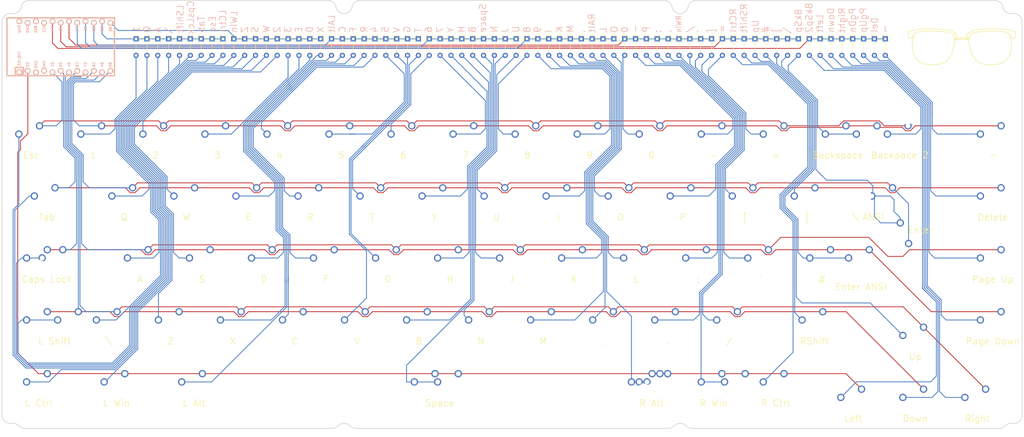
<source format=kicad_pcb>
(kicad_pcb (version 20171130) (host pcbnew "(5.1.7)-1")
  (layers (0 F.Cu signal) (31 B.Cu signal) (34 B.Paste user) (35 F.Paste user) (36 B.SilkS user) (37 F.SilkS user) (38 B.Mask user) (39 F.Mask user) (44 Edge.Cuts user))
  (net 0 "")
  (net 1 "Net-(D_0-Pad2)")
  (net 2 ROW1)
  (net 3 "Net-(D_1-Pad2)")
  (net 4 ROW0)
  (net 5 "Net-(D_2-Pad2)")
  (net 6 "Net-(D_3-Pad2)")
  (net 7 "Net-(D_4-Pad2)")
  (net 8 "Net-(D_5-Pad2)")
  (net 9 "Net-(D_6-Pad2)")
  (net 10 "Net-(D_7-Pad2)")
  (net 11 "Net-(D_8-Pad2)")
  (net 12 "Net-(D_9-Pad2)")
  (net 13 "Net-(D_@1-Pad2)")
  (net 14 ROW4)
  (net 15 "Net-(D_A1-Pad2)")
  (net 16 "Net-(D_B1-Pad2)")
  (net 17 ROW7)
  (net 18 "Net-(D_BKSLSH1-Pad2)")
  (net 19 ROW2)
  (net 20 "Net-(D_BkSp1-Pad2)")
  (net 21 "Net-(D_BkSp2-Pad2)")
  (net 22 "Net-(D_C1-Pad2)")
  (net 23 "Net-(D_Comma1-Pad2)")
  (net 24 ROW6)
  (net 25 "Net-(D_CpsLck1-Pad2)")
  (net 26 ROW5)
  (net 27 "Net-(D_D1-Pad2)")
  (net 28 "Net-(D_Del1-Pad2)")
  (net 29 ROW3)
  (net 30 "Net-(D_Dot1-Pad2)")
  (net 31 "Net-(D_Down1-Pad2)")
  (net 32 "Net-(D_E1-Pad2)")
  (net 33 "Net-(D_Enter1-Pad2)")
  (net 34 "Net-(D_Equal1-Pad2)")
  (net 35 "Net-(D_Esc1-Pad2)")
  (net 36 "Net-(D_F1-Pad2)")
  (net 37 "Net-(D_FwdSlsh1-Pad2)")
  (net 38 "Net-(D_G1-Pad2)")
  (net 39 "Net-(D_H1-Pad2)")
  (net 40 "Net-(D_Hyphen1-Pad2)")
  (net 41 "Net-(D_I1-Pad2)")
  (net 42 "Net-(D_ISO_BKSLSH1-Pad2)")
  (net 43 "Net-(D_J1-Pad2)")
  (net 44 "Net-(D_K1-Pad2)")
  (net 45 "Net-(D_L1-Pad2)")
  (net 46 "Net-(D_LAlt1-Pad2)")
  (net 47 ROW8)
  (net 48 "Net-(D_LBKT1-Pad2)")
  (net 49 "Net-(D_LCtrl1-Pad2)")
  (net 50 "Net-(D_Left1-Pad2)")
  (net 51 "Net-(D_LShift1-Pad2)")
  (net 52 "Net-(D_LWin1-Pad2)")
  (net 53 "Net-(D_M1-Pad2)")
  (net 54 "Net-(D_N1-Pad2)")
  (net 55 "Net-(D_O1-Pad2)")
  (net 56 "Net-(D_P1-Pad2)")
  (net 57 "Net-(D_PgDn1-Pad2)")
  (net 58 "Net-(D_PgUp1-Pad2)")
  (net 59 "Net-(D_Q1-Pad2)")
  (net 60 "Net-(D_R1-Pad2)")
  (net 61 "Net-(D_RAlt1-Pad2)")
  (net 62 "Net-(D_RBKT1-Pad2)")
  (net 63 "Net-(D_RCtrl1-Pad2)")
  (net 64 "Net-(D_Right1-Pad2)")
  (net 65 "Net-(D_RShift1-Pad2)")
  (net 66 "Net-(D_RWin1-Pad2)")
  (net 67 "Net-(D_S1-Pad2)")
  (net 68 "Net-(D_SemiCol1-Pad2)")
  (net 69 "Net-(D_Space1-Pad2)")
  (net 70 "Net-(D_T1-Pad2)")
  (net 71 "Net-(D_Tab1-Pad2)")
  (net 72 "Net-(D_Tilde1-Pad2)")
  (net 73 "Net-(D_U1-Pad2)")
  (net 74 "Net-(D_Up1-Pad2)")
  (net 75 "Net-(D_V1-Pad2)")
  (net 76 "Net-(D_W1-Pad2)")
  (net 77 "Net-(D_X1-Pad2)")
  (net 78 "Net-(D_Y1-Pad2)")
  (net 79 "Net-(D_Z1-Pad2)")
  (net 80 COL5)
  (net 81 COL0)
  (net 82 COL1)
  (net 83 COL2)
  (net 84 COL3)
  (net 85 COL4)
  (net 86 COL6)
  (net 87 COL7)
  (net 88 "Net-(U1-Pad24)")
  (net 89 "Net-(U1-Pad23)")
  (net 90 "Net-(U1-Pad22)")
  (net 91 "Net-(U1-Pad21)")
  (net 92 "Net-(U1-Pad4)")
  (net 93 "Net-(U1-Pad3)")
  (net 94 "Net-(U1-Pad1)")
  (module Diode_THT:D_DO-35_SOD27_P5.08mm_Vertical_AnodeUp (layer F.Cu) (at 261.136044 47.565 270)
    (fp_text reference ' (at -2.360238 0.036044 90) (layer B.SilkS) (effects (font (size 2 2) (thickness 0.2)) (justify mirror)))
    (fp_text value SOD_123)
    (pad 2 thru_hole oval (at 5.08 0 270) (size 1.6 1.6) (drill 0.8) (layers *.Cu *.Mask) (net 13 "Net-(D_@1-Pad2)"))
    (pad 1 thru_hole rect (at 0 0 270) (size 1.6 1.6) (drill 0.8) (layers *.Cu *.Mask) (net 80 COL5))
  )
  (module MX_Only:MXOnly-1U-NoLED (layer F.Cu) (at 55.5625 79.375)
    (fp_text reference Esc (at 0 3.96875) (layer F.SilkS) (effects (font (size 2 2) (thickness 0.2))))
    (fp_text value MX-NoLED)
    (pad 2 thru_hole circle (at 2.54 -5.08) (size 2.25 2.25) (drill 1.47) (layers *.Cu B.Mask) (net 2 ROW1))
    (pad "" np_thru_hole circle (at 0 0) (size 3.9878 3.9878) (drill 3.9878) (layers *.Cu *.Mask))
    (pad 1 thru_hole circle (at -3.81 -2.54) (size 2.25 2.25) (drill 1.47) (layers *.Cu B.Mask) (net 35 "Net-(D_Esc1-Pad2)"))
    (pad "" np_thru_hole circle (at -5.08 0 48.0996) (size 1.75 1.75) (drill 1.75) (layers *.Cu *.Mask))
    (pad "" np_thru_hole circle (at 5.08 0 48.0996) (size 1.75 1.75) (drill 1.75) (layers *.Cu *.Mask))
  )
  (module MX_Only:MXOnly-1U-NoLED (layer F.Cu) (at 74.6125 79.375)
    (fp_text reference 1 (at 0 3.96875) (layer F.SilkS) (effects (font (size 2 2) (thickness 0.2))))
    (fp_text value MX-NoLED)
    (pad "" np_thru_hole circle (at 5.08 0 48.0996) (size 1.75 1.75) (drill 1.75) (layers *.Cu *.Mask))
    (pad "" np_thru_hole circle (at -5.08 0 48.0996) (size 1.75 1.75) (drill 1.75) (layers *.Cu *.Mask))
    (pad 1 thru_hole circle (at -3.81 -2.54) (size 2.25 2.25) (drill 1.47) (layers *.Cu B.Mask) (net 3 "Net-(D_1-Pad2)"))
    (pad "" np_thru_hole circle (at 0 0) (size 3.9878 3.9878) (drill 3.9878) (layers *.Cu *.Mask))
    (pad 2 thru_hole circle (at 2.54 -5.08) (size 2.25 2.25) (drill 1.47) (layers *.Cu B.Mask) (net 4 ROW0))
  )
  (module KBIC-Parts:MountingHole_5mm_KB (layer F.Cu) (at 356.39375 67.46875)
    (fp_text reference REF**)
    (fp_text value MountingHole_5mm_Custom)
    (pad "" np_thru_hole circle (at 0 0) (size 5 5) (drill 5) (layers *.Cu *.Mask))
  )
  (module KBIC-Parts:MountingHole_5mm_KB (layer F.Cu) (at 254.79375 67.46875)
    (fp_text reference REF**)
    (fp_text value MountingHole_5mm_Custom)
    (pad "" np_thru_hole circle (at 0 0) (size 5 5) (drill 5) (layers *.Cu *.Mask))
  )
  (module KBIC-Parts:MountingHole_5mm_KB (layer F.Cu) (at 151.60625 67.46875)
    (fp_text reference REF** hide)
    (fp_text value MountingHole_5mm_Custom)
    (pad "" np_thru_hole circle (at 0 0) (size 5 5) (drill 5) (layers *.Cu *.Mask))
  )
  (module KBIC-Parts:MountingHole_5mm_KB (layer F.Cu) (at 50.00625 67.46875)
    (fp_text reference REF**)
    (fp_text value MountingHole_5mm_Custom)
    (pad "" np_thru_hole circle (at 0 0) (size 5 5) (drill 5) (layers *.Cu *.Mask))
  )
  (module Diode_THT:D_DO-35_SOD27_P5.08mm_Vertical_AnodeUp (layer F.Cu) (at 97.753041 47.565 270)
    (fp_text reference \ (at -2.550714 0.053041 90) (layer B.SilkS) (effects (font (size 2 2) (thickness 0.2)) (justify mirror)))
    (fp_text value SOD_123)
    (pad 2 thru_hole oval (at 5.08 0 270) (size 1.6 1.6) (drill 0.8) (layers *.Cu *.Mask) (net 42 "Net-(D_ISO_BKSLSH1-Pad2)"))
    (pad 1 thru_hole rect (at 0 0 270) (size 1.6 1.6) (drill 0.8) (layers *.Cu *.Mask) (net 81 COL0))
  )
  (module MX_Only:MXOnly-2U-NoLED (layer F.Cu) (at 312.7375 79.375)
    (fp_text reference "BkSp 3" hide)
    (fp_text value MX-NoLED)
    (pad 2 thru_hole circle (at 2.54 -5.08) (size 2.25 2.25) (drill 1.47) (layers *.Cu B.Mask) (net 4 ROW0))
    (pad "" np_thru_hole circle (at 0 0) (size 3.9878 3.9878) (drill 3.9878) (layers *.Cu *.Mask))
    (pad 1 thru_hole circle (at -3.81 -2.54) (size 2.25 2.25) (drill 1.47) (layers *.Cu B.Mask) (net 20 "Net-(D_BkSp1-Pad2)"))
    (pad "" np_thru_hole circle (at -5.08 0 48.0996) (size 1.75 1.75) (drill 1.75) (layers *.Cu *.Mask))
    (pad "" np_thru_hole circle (at 5.08 0 48.0996) (size 1.75 1.75) (drill 1.75) (layers *.Cu *.Mask))
    (pad "" np_thru_hole circle (at -11.90625 -6.985) (size 3.048 3.048) (drill 3.048) (layers *.Cu *.Mask))
    (pad "" np_thru_hole circle (at 11.90625 -6.985) (size 3.048 3.048) (drill 3.048) (layers *.Cu *.Mask))
    (pad "" np_thru_hole circle (at -11.90625 8.255) (size 3.9878 3.9878) (drill 3.9878) (layers *.Cu *.Mask))
    (pad "" np_thru_hole circle (at 11.90625 8.255) (size 3.9878 3.9878) (drill 3.9878) (layers *.Cu *.Mask))
  )
  (module MX_Only:MXOnly-1U-NoLED (layer F.Cu) (at 322.2625 79.375)
    (fp_text reference "Backpace 2" (at 0 3.96875) (layer F.SilkS) (effects (font (size 2 2) (thickness 0.2))))
    (fp_text value MX-NoLED)
    (pad 2 thru_hole circle (at 2.54 -5.08) (size 2.25 2.25) (drill 1.47) (layers *.Cu B.Mask) (net 2 ROW1))
    (pad "" np_thru_hole circle (at 0 0) (size 3.9878 3.9878) (drill 3.9878) (layers *.Cu *.Mask))
    (pad 1 thru_hole circle (at -3.81 -2.54) (size 2.25 2.25) (drill 1.47) (layers *.Cu B.Mask) (net 21 "Net-(D_BkSp2-Pad2)"))
    (pad "" np_thru_hole circle (at -5.08 0 48.0996) (size 1.75 1.75) (drill 1.75) (layers *.Cu *.Mask))
    (pad "" np_thru_hole circle (at 5.08 0 48.0996) (size 1.75 1.75) (drill 1.75) (layers *.Cu *.Mask))
  )
  (module MX_Only:MXOnly-1U-NoLED (layer F.Cu) (at 150.8125 79.375)
    (fp_text reference 5 (at 0 3.96875) (layer F.SilkS) (effects (font (size 2 2) (thickness 0.2))))
    (fp_text value MX-NoLED)
    (pad "" np_thru_hole circle (at 5.08 0 48.0996) (size 1.75 1.75) (drill 1.75) (layers *.Cu *.Mask))
    (pad "" np_thru_hole circle (at -5.08 0 48.0996) (size 1.75 1.75) (drill 1.75) (layers *.Cu *.Mask))
    (pad 1 thru_hole circle (at -3.81 -2.54) (size 2.25 2.25) (drill 1.47) (layers *.Cu B.Mask) (net 8 "Net-(D_5-Pad2)"))
    (pad "" np_thru_hole circle (at 0 0) (size 3.9878 3.9878) (drill 3.9878) (layers *.Cu *.Mask))
    (pad 2 thru_hole circle (at 2.54 -5.08) (size 2.25 2.25) (drill 1.47) (layers *.Cu B.Mask) (net 4 ROW0))
  )
  (module MX_Only:MXOnly-1U-NoLED (layer F.Cu) (at 169.8625 79.375)
    (fp_text reference 6 (at 0 3.96875) (layer F.SilkS) (effects (font (size 2 2) (thickness 0.2))))
    (fp_text value MX-NoLED)
    (pad "" np_thru_hole circle (at 5.08 0 48.0996) (size 1.75 1.75) (drill 1.75) (layers *.Cu *.Mask))
    (pad "" np_thru_hole circle (at -5.08 0 48.0996) (size 1.75 1.75) (drill 1.75) (layers *.Cu *.Mask))
    (pad 1 thru_hole circle (at -3.81 -2.54) (size 2.25 2.25) (drill 1.47) (layers *.Cu B.Mask) (net 9 "Net-(D_6-Pad2)"))
    (pad "" np_thru_hole circle (at 0 0) (size 3.9878 3.9878) (drill 3.9878) (layers *.Cu *.Mask))
    (pad 2 thru_hole circle (at 2.54 -5.08) (size 2.25 2.25) (drill 1.47) (layers *.Cu B.Mask) (net 2 ROW1))
  )
  (module MX_Only:MXOnly-6U-NoLED (layer F.Cu) (at 174.625 155.575)
    (fp_text reference MX_Space2_6u1 hide)
    (fp_text value MX-NoLED)
    (pad 2 thru_hole circle (at 12.065 -5.08) (size 2.25 2.25) (drill 1.47) (layers *.Cu B.Mask) (net 47 ROW8))
    (pad "" np_thru_hole circle (at 9.525 0) (size 3.9878 3.9878) (drill 3.9878) (layers *.Cu *.Mask))
    (pad 1 thru_hole circle (at 5.715 -2.54) (size 2.25 2.25) (drill 1.47) (layers *.Cu B.Mask) (net 69 "Net-(D_Space1-Pad2)"))
    (pad "" np_thru_hole circle (at 4.445 0 48.0996) (size 1.75 1.75) (drill 1.75) (layers *.Cu *.Mask))
    (pad "" np_thru_hole circle (at 14.605 0 48.0996) (size 1.75 1.75) (drill 1.75) (layers *.Cu *.Mask))
    (pad "" np_thru_hole circle (at -47.625 -6.985) (size 3.048 3.048) (drill 3.048) (layers *.Cu *.Mask))
    (pad "" np_thru_hole circle (at 47.625 -6.985) (size 3.048 3.048) (drill 3.048) (layers *.Cu *.Mask))
    (pad "" np_thru_hole circle (at -47.625 8.255) (size 3.9878 3.9878) (drill 3.9878) (layers *.Cu *.Mask))
    (pad "" np_thru_hole circle (at 47.625 8.255) (size 3.9878 3.9878) (drill 3.9878) (layers *.Cu *.Mask))
  )
  (module MX_Only:MXOnly-1U-NoLED (layer F.Cu) (at 346.075 160.3375)
    (fp_text reference Right (at 0 3.96875) (layer F.SilkS) (effects (font (size 2 2) (thickness 0.2))))
    (fp_text value MX-NoLED)
    (pad 2 thru_hole circle (at 2.54 -5.08) (size 2.25 2.25) (drill 1.47) (layers *.Cu B.Mask) (net 24 ROW6))
    (pad "" np_thru_hole circle (at 0 0) (size 3.9878 3.9878) (drill 3.9878) (layers *.Cu *.Mask))
    (pad 1 thru_hole circle (at -3.81 -2.54) (size 2.25 2.25) (drill 1.47) (layers *.Cu B.Mask) (net 64 "Net-(D_Right1-Pad2)"))
    (pad "" np_thru_hole circle (at -5.08 0 48.0996) (size 1.75 1.75) (drill 1.75) (layers *.Cu *.Mask))
    (pad "" np_thru_hole circle (at 5.08 0 48.0996) (size 1.75 1.75) (drill 1.75) (layers *.Cu *.Mask))
  )
  (module MX_Only:MXOnly-1U-NoLED (layer F.Cu) (at 293.6875 98.425)
    (fp_text reference ] (at 0 3.96875) (layer F.SilkS) (effects (font (size 2 2) (thickness 0.2))))
    (fp_text value MX-NoLED)
    (pad 2 thru_hole circle (at 2.54 -5.08) (size 2.25 2.25) (drill 1.47) (layers *.Cu B.Mask) (net 29 ROW3))
    (pad "" np_thru_hole circle (at 0 0) (size 3.9878 3.9878) (drill 3.9878) (layers *.Cu *.Mask))
    (pad 1 thru_hole circle (at -3.81 -2.54) (size 2.25 2.25) (drill 1.47) (layers *.Cu B.Mask) (net 62 "Net-(D_RBKT1-Pad2)"))
    (pad "" np_thru_hole circle (at -5.08 0 48.0996) (size 1.75 1.75) (drill 1.75) (layers *.Cu *.Mask))
    (pad "" np_thru_hole circle (at 5.08 0 48.0996) (size 1.75 1.75) (drill 1.75) (layers *.Cu *.Mask))
  )
  (module MX_Only:MXOnly-1U-NoLED (layer F.Cu) (at 127 117.475)
    (fp_text reference D (at 0 3.96875) (layer F.SilkS) (effects (font (size 2 2) (thickness 0.2))))
    (fp_text value MX-NoLED)
    (pad 2 thru_hole circle (at 2.54 -5.08) (size 2.25 2.25) (drill 1.47) (layers *.Cu B.Mask) (net 14 ROW4))
    (pad "" np_thru_hole circle (at 0 0) (size 3.9878 3.9878) (drill 3.9878) (layers *.Cu *.Mask))
    (pad 1 thru_hole circle (at -3.81 -2.54) (size 2.25 2.25) (drill 1.47) (layers *.Cu B.Mask) (net 27 "Net-(D_D1-Pad2)"))
    (pad "" np_thru_hole circle (at -5.08 0 48.0996) (size 1.75 1.75) (drill 1.75) (layers *.Cu *.Mask))
    (pad "" np_thru_hole circle (at 5.08 0 48.0996) (size 1.75 1.75) (drill 1.75) (layers *.Cu *.Mask))
  )
  (module MX_Only:MXOnly-1U-NoLED (layer F.Cu) (at 84.1375 98.425)
    (fp_text reference Q (at 0 3.96875) (layer F.SilkS) (effects (font (size 2 2) (thickness 0.2))))
    (fp_text value MX-NoLED)
    (pad 2 thru_hole circle (at 2.54 -5.08) (size 2.25 2.25) (drill 1.47) (layers *.Cu B.Mask) (net 19 ROW2))
    (pad "" np_thru_hole circle (at 0 0) (size 3.9878 3.9878) (drill 3.9878) (layers *.Cu *.Mask))
    (pad 1 thru_hole circle (at -3.81 -2.54) (size 2.25 2.25) (drill 1.47) (layers *.Cu B.Mask) (net 59 "Net-(D_Q1-Pad2)"))
    (pad "" np_thru_hole circle (at -5.08 0 48.0996) (size 1.75 1.75) (drill 1.75) (layers *.Cu *.Mask))
    (pad "" np_thru_hole circle (at 5.08 0 48.0996) (size 1.75 1.75) (drill 1.75) (layers *.Cu *.Mask))
  )
  (module MX_Only:MXOnly-1U-NoLED (layer F.Cu) (at 93.6625 79.375)
    (fp_text reference 2 (at 0 3.96875) (layer F.SilkS) (effects (font (size 2 2) (thickness 0.2))))
    (fp_text value MX-NoLED)
    (pad "" np_thru_hole circle (at 5.08 0 48.0996) (size 1.75 1.75) (drill 1.75) (layers *.Cu *.Mask))
    (pad "" np_thru_hole circle (at -5.08 0 48.0996) (size 1.75 1.75) (drill 1.75) (layers *.Cu *.Mask))
    (pad 1 thru_hole circle (at -3.81 -2.54) (size 2.25 2.25) (drill 1.47) (layers *.Cu B.Mask) (net 5 "Net-(D_2-Pad2)"))
    (pad "" np_thru_hole circle (at 0 0) (size 3.9878 3.9878) (drill 3.9878) (layers *.Cu *.Mask))
    (pad 2 thru_hole circle (at 2.54 -5.08) (size 2.25 2.25) (drill 1.47) (layers *.Cu B.Mask) (net 2 ROW1))
  )
  (module MX_Only:MXOnly-1U-NoLED (layer F.Cu) (at 155.575 136.525)
    (fp_text reference V (at 0 3.96875) (layer F.SilkS) (effects (font (size 2 2) (thickness 0.2))))
    (fp_text value MX-NoLED)
    (pad 2 thru_hole circle (at 2.54 -5.08) (size 2.25 2.25) (drill 1.47) (layers *.Cu B.Mask) (net 24 ROW6))
    (pad "" np_thru_hole circle (at 0 0) (size 3.9878 3.9878) (drill 3.9878) (layers *.Cu *.Mask))
    (pad 1 thru_hole circle (at -3.81 -2.54) (size 2.25 2.25) (drill 1.47) (layers *.Cu B.Mask) (net 75 "Net-(D_V1-Pad2)"))
    (pad "" np_thru_hole circle (at -5.08 0 48.0996) (size 1.75 1.75) (drill 1.75) (layers *.Cu *.Mask))
    (pad "" np_thru_hole circle (at 5.08 0 48.0996) (size 1.75 1.75) (drill 1.75) (layers *.Cu *.Mask))
  )
  (module MX_Only:MXOnly-6.25U-NoLED (layer F.Cu) (at 177.00625 155.575)
    (fp_text reference Space (at 3.96875 3.96875) (layer F.SilkS) (effects (font (size 2 2) (thickness 0.2))))
    (fp_text value MX-NoLED)
    (pad 2 thru_hole circle (at 2.54 -5.08) (size 2.25 2.25) (drill 1.47) (layers *.Cu B.Mask) (net 47 ROW8))
    (pad "" np_thru_hole circle (at 0 0) (size 3.9878 3.9878) (drill 3.9878) (layers *.Cu *.Mask))
    (pad 1 thru_hole circle (at -3.81 -2.54) (size 2.25 2.25) (drill 1.47) (layers *.Cu B.Mask) (net 69 "Net-(D_Space1-Pad2)"))
    (pad "" np_thru_hole circle (at -5.08 0 48.0996) (size 1.75 1.75) (drill 1.75) (layers *.Cu *.Mask))
    (pad "" np_thru_hole circle (at 5.08 0 48.0996) (size 1.75 1.75) (drill 1.75) (layers *.Cu *.Mask))
    (pad "" np_thru_hole circle (at -49.9999 -6.985) (size 3.048 3.048) (drill 3.048) (layers *.Cu *.Mask))
    (pad "" np_thru_hole circle (at 49.9999 -6.985) (size 3.048 3.048) (drill 3.048) (layers *.Cu *.Mask))
    (pad "" np_thru_hole circle (at -49.9999 8.255) (size 3.9878 3.9878) (drill 3.9878) (layers *.Cu *.Mask))
    (pad "" np_thru_hole circle (at 49.9999 8.255) (size 3.9878 3.9878) (drill 3.9878) (layers *.Cu *.Mask))
  )
  (module MX_Only:MXOnly-1U-NoLED (layer F.Cu) (at 272.25625 155.575)
    (fp_text reference MX_RWin2_1.25u_RCtrl1)
    (fp_text value MX-NoLED)
    (pad 2 thru_hole circle (at 2.54 -5.08) (size 2.25 2.25) (drill 1.47) (layers *.Cu B.Mask) (net 47 ROW8))
    (pad "" np_thru_hole circle (at 0 0) (size 3.9878 3.9878) (drill 3.9878) (layers *.Cu *.Mask))
    (pad 1 thru_hole circle (at -3.81 -2.54) (size 2.25 2.25) (drill 1.47) (layers *.Cu B.Mask) (net 66 "Net-(D_RWin1-Pad2)"))
    (pad "" np_thru_hole circle (at -5.08 0 48.0996) (size 1.75 1.75) (drill 1.75) (layers *.Cu *.Mask))
    (pad "" np_thru_hole circle (at 5.08 0 48.0996) (size 1.75 1.75) (drill 1.75) (layers *.Cu *.Mask))
  )
  (module MX_Only:MXOnly-1.25U-NoLED (layer F.Cu) (at 248.44375 155.575)
    (fp_text reference "R Alt" (at -2.38125 3.96875) (layer F.SilkS) (effects (font (size 2 2) (thickness 0.2))))
    (fp_text value MX-NoLED)
    (pad 2 thru_hole circle (at 2.54 -5.08) (size 2.25 2.25) (drill 1.47) (layers *.Cu B.Mask) (net 47 ROW8))
    (pad "" np_thru_hole circle (at 0 0) (size 3.9878 3.9878) (drill 3.9878) (layers *.Cu *.Mask))
    (pad 1 thru_hole circle (at -3.81 -2.54) (size 2.25 2.25) (drill 1.47) (layers *.Cu B.Mask) (net 61 "Net-(D_RAlt1-Pad2)"))
    (pad "" np_thru_hole circle (at -5.08 0 48.0996) (size 1.75 1.75) (drill 1.75) (layers *.Cu *.Mask))
    (pad "" np_thru_hole circle (at 5.08 0 48.0996) (size 1.75 1.75) (drill 1.75) (layers *.Cu *.Mask))
  )
  (module MX_Only:MXOnly-1.25U-NoLED (layer F.Cu) (at 243.68125 155.575)
    (fp_text reference MX_RAlt2_1.25u_6u_space1)
    (fp_text value MX-NoLED)
    (pad 2 thru_hole circle (at 2.54 -5.08) (size 2.25 2.25) (drill 1.47) (layers *.Cu B.Mask) (net 47 ROW8))
    (pad "" np_thru_hole circle (at 0 0) (size 3.9878 3.9878) (drill 3.9878) (layers *.Cu *.Mask))
    (pad 1 thru_hole circle (at -3.81 -2.54) (size 2.25 2.25) (drill 1.47) (layers *.Cu B.Mask) (net 61 "Net-(D_RAlt1-Pad2)"))
    (pad "" np_thru_hole circle (at -5.08 0 48.0996) (size 1.75 1.75) (drill 1.75) (layers *.Cu *.Mask))
    (pad "" np_thru_hole circle (at 5.08 0 48.0996) (size 1.75 1.75) (drill 1.75) (layers *.Cu *.Mask))
  )
  (module MX_Only:MXOnly-1U-NoLED (layer F.Cu) (at 246.0625 155.575)
    (fp_text reference MX_RAlt1_1u1)
    (fp_text value MX-NoLED)
    (pad 2 thru_hole circle (at 2.54 -5.08) (size 2.25 2.25) (drill 1.47) (layers *.Cu B.Mask) (net 47 ROW8))
    (pad "" np_thru_hole circle (at 0 0) (size 3.9878 3.9878) (drill 3.9878) (layers *.Cu *.Mask))
    (pad 1 thru_hole circle (at -3.81 -2.54) (size 2.25 2.25) (drill 1.47) (layers *.Cu B.Mask) (net 61 "Net-(D_RAlt1-Pad2)"))
    (pad "" np_thru_hole circle (at -5.08 0 48.0996) (size 1.75 1.75) (drill 1.75) (layers *.Cu *.Mask))
    (pad "" np_thru_hole circle (at 5.08 0 48.0996) (size 1.75 1.75) (drill 1.75) (layers *.Cu *.Mask))
  )
  (module MX_Only:MXOnly-1.25U-NoLED (layer F.Cu) (at 57.94375 136.525)
    (fp_text reference "L Shift" (at 4.7625 3.96875) (layer F.SilkS) (effects (font (size 2 2) (thickness 0.2))))
    (fp_text value MX-NoLED)
    (pad 2 thru_hole circle (at 2.54 -5.08) (size 2.25 2.25) (drill 1.47) (layers *.Cu B.Mask) (net 17 ROW7))
    (pad "" np_thru_hole circle (at 0 0) (size 3.9878 3.9878) (drill 3.9878) (layers *.Cu *.Mask))
    (pad 1 thru_hole circle (at -3.81 -2.54) (size 2.25 2.25) (drill 1.47) (layers *.Cu B.Mask) (net 51 "Net-(D_LShift1-Pad2)"))
    (pad "" np_thru_hole circle (at -5.08 0 48.0996) (size 1.75 1.75) (drill 1.75) (layers *.Cu *.Mask))
    (pad "" np_thru_hole circle (at 5.08 0 48.0996) (size 1.75 1.75) (drill 1.75) (layers *.Cu *.Mask))
  )
  (module MX_Only:MXOnly-2.25U-NoLED (layer F.Cu) (at 67.46875 136.525)
    (fp_text reference MX_LShift_ANSI1)
    (fp_text value MX-NoLED)
    (pad 2 thru_hole circle (at 2.54 -5.08) (size 2.25 2.25) (drill 1.47) (layers *.Cu B.Mask) (net 17 ROW7))
    (pad "" np_thru_hole circle (at 0 0) (size 3.9878 3.9878) (drill 3.9878) (layers *.Cu *.Mask))
    (pad 1 thru_hole circle (at -3.81 -2.54) (size 2.25 2.25) (drill 1.47) (layers *.Cu B.Mask) (net 51 "Net-(D_LShift1-Pad2)"))
    (pad "" np_thru_hole circle (at -5.08 0 48.0996) (size 1.75 1.75) (drill 1.75) (layers *.Cu *.Mask))
    (pad "" np_thru_hole circle (at 5.08 0 48.0996) (size 1.75 1.75) (drill 1.75) (layers *.Cu *.Mask))
    (pad "" np_thru_hole circle (at -11.90625 -6.985) (size 3.048 3.048) (drill 3.048) (layers *.Cu *.Mask))
    (pad "" np_thru_hole circle (at 11.90625 -6.985) (size 3.048 3.048) (drill 3.048) (layers *.Cu *.Mask))
    (pad "" np_thru_hole circle (at -11.90625 8.255) (size 3.9878 3.9878) (drill 3.9878) (layers *.Cu *.Mask))
    (pad "" np_thru_hole circle (at 11.90625 8.255) (size 3.9878 3.9878) (drill 3.9878) (layers *.Cu *.Mask))
  )
  (module MX_Only:MXOnly-1U-NoLED (layer F.Cu) (at 298.45 117.475)
    (fp_text reference "#" (at 0 3.96875) (layer F.SilkS) (effects (font (size 2 2) (thickness 0.2))))
    (fp_text value MX-NoLED)
    (pad 2 thru_hole circle (at 2.54 -5.08) (size 2.25 2.25) (drill 1.47) (layers *.Cu B.Mask) (net 26 ROW5))
    (pad "" np_thru_hole circle (at 0 0) (size 3.9878 3.9878) (drill 3.9878) (layers *.Cu *.Mask))
    (pad 1 thru_hole circle (at -3.81 -2.54) (size 2.25 2.25) (drill 1.47) (layers *.Cu B.Mask) (net 33 "Net-(D_Enter1-Pad2)"))
    (pad "" np_thru_hole circle (at -5.08 0 48.0996) (size 1.75 1.75) (drill 1.75) (layers *.Cu *.Mask))
    (pad "" np_thru_hole circle (at 5.08 0 48.0996) (size 1.75 1.75) (drill 1.75) (layers *.Cu *.Mask))
  )
  (module MX_Only:MXOnly-1.25U-NoLED (layer F.Cu) (at 57.94375 117.475)
    (fp_text reference MX_CpsLck2_Stepped1)
    (fp_text value MX-NoLED)
    (pad 2 thru_hole circle (at 2.54 -5.08) (size 2.25 2.25) (drill 1.47) (layers *.Cu B.Mask) (net 26 ROW5))
    (pad "" np_thru_hole circle (at 0 0) (size 3.9878 3.9878) (drill 3.9878) (layers *.Cu *.Mask))
    (pad 1 thru_hole circle (at -3.81 -2.54) (size 2.25 2.25) (drill 1.47) (layers *.Cu B.Mask) (net 25 "Net-(D_CpsLck1-Pad2)"))
    (pad "" np_thru_hole circle (at -5.08 0 48.0996) (size 1.75 1.75) (drill 1.75) (layers *.Cu *.Mask))
    (pad "" np_thru_hole circle (at 5.08 0 48.0996) (size 1.75 1.75) (drill 1.75) (layers *.Cu *.Mask))
  )
  (module MX_Only:MXOnly-ISO-ROTATED-ReversedStabilizers-NoLED (layer F.Cu) (at 319.88125 107.95)
    (fp_text reference Enter (at 8.73125 -1.5875) (layer F.SilkS) (effects (font (size 2 2) (thickness 0.2))))
    (fp_text value MX-NoLED)
    (pad "" np_thru_hole circle (at -8.255 -11.938) (size 3.9878 3.9878) (drill 3.9878) (layers *.Cu *.Mask))
    (pad "" np_thru_hole circle (at -8.255 11.938) (size 3.9878 3.9878) (drill 3.9878) (layers *.Cu *.Mask))
    (pad "" np_thru_hole circle (at 6.985 -11.938) (size 3.048 3.048) (drill 3.048) (layers *.Cu *.Mask))
    (pad "" np_thru_hole circle (at 6.985 11.938) (size 3.048 3.048) (drill 3.048) (layers *.Cu *.Mask))
    (pad "" np_thru_hole circle (at 0 5.08 48.0996) (size 1.75 1.75) (drill 1.75) (layers *.Cu *.Mask))
    (pad "" np_thru_hole circle (at 0 -5.08 48.0996) (size 1.75 1.75) (drill 1.75) (layers *.Cu *.Mask))
    (pad 1 thru_hole circle (at 2.54 -3.81) (size 2.25 2.25) (drill 1.47) (layers *.Cu B.Mask) (net 18 "Net-(D_BKSLSH1-Pad2)"))
    (pad "" np_thru_hole circle (at 0 0) (size 3.9878 3.9878) (drill 3.9878) (layers *.Cu *.Mask))
    (pad 2 thru_hole circle (at 5.08 2.54) (size 2.25 2.25) (drill 1.47) (layers *.Cu B.Mask) (net 19 ROW2))
  )
  (module MX_Only:MXOnly-2.25U-NoLED (layer F.Cu) (at 310.35625 117.475)
    (fp_text reference "Enter ANSI" (at 0 6.35) (layer F.SilkS) (effects (font (size 2 2) (thickness 0.2))))
    (fp_text value MX-NoLED)
    (pad 2 thru_hole circle (at 2.54 -5.08) (size 2.25 2.25) (drill 1.47) (layers *.Cu B.Mask) (net 26 ROW5))
    (pad "" np_thru_hole circle (at 0 0) (size 3.9878 3.9878) (drill 3.9878) (layers *.Cu *.Mask))
    (pad 1 thru_hole circle (at -3.81 -2.54) (size 2.25 2.25) (drill 1.47) (layers *.Cu B.Mask) (net 33 "Net-(D_Enter1-Pad2)"))
    (pad "" np_thru_hole circle (at -5.08 0 48.0996) (size 1.75 1.75) (drill 1.75) (layers *.Cu *.Mask))
    (pad "" np_thru_hole circle (at 5.08 0 48.0996) (size 1.75 1.75) (drill 1.75) (layers *.Cu *.Mask))
    (pad "" np_thru_hole circle (at -11.90625 -6.985) (size 3.048 3.048) (drill 3.048) (layers *.Cu *.Mask))
    (pad "" np_thru_hole circle (at 11.90625 -6.985) (size 3.048 3.048) (drill 3.048) (layers *.Cu *.Mask))
    (pad "" np_thru_hole circle (at -11.90625 8.255) (size 3.9878 3.9878) (drill 3.9878) (layers *.Cu *.Mask))
    (pad "" np_thru_hole circle (at 11.90625 8.255) (size 3.9878 3.9878) (drill 3.9878) (layers *.Cu *.Mask))
  )
  (module MX_Only:MXOnly-1.5U-NoLED (layer F.Cu) (at 317.5 98.425)
    (fp_text reference "\\ ANSI" (at -4.7625 3.96875) (layer F.SilkS) (effects (font (size 2 2) (thickness 0.2))))
    (fp_text value MX-NoLED)
    (pad 2 thru_hole circle (at 2.54 -5.08) (size 2.25 2.25) (drill 1.47) (layers *.Cu B.Mask) (net 19 ROW2))
    (pad "" np_thru_hole circle (at 0 0) (size 3.9878 3.9878) (drill 3.9878) (layers *.Cu *.Mask))
    (pad 1 thru_hole circle (at -3.81 -2.54) (size 2.25 2.25) (drill 1.47) (layers *.Cu B.Mask) (net 18 "Net-(D_BKSLSH1-Pad2)"))
    (pad "" np_thru_hole circle (at -5.08 0 48.0996) (size 1.75 1.75) (drill 1.75) (layers *.Cu *.Mask))
    (pad "" np_thru_hole circle (at 5.08 0 48.0996) (size 1.75 1.75) (drill 1.75) (layers *.Cu *.Mask))
  )
  (module MX_Only:MXOnly-1.75U-NoLED (layer F.Cu) (at 296.06875 136.525)
    (fp_text reference RShift (at 0 3.96875) (layer F.SilkS) (effects (font (size 2 2) (thickness 0.2))))
    (fp_text value MX-NoLED)
    (pad 2 thru_hole circle (at 2.54 -5.08) (size 2.25 2.25) (drill 1.47) (layers *.Cu B.Mask) (net 17 ROW7))
    (pad "" np_thru_hole circle (at 0 0) (size 3.9878 3.9878) (drill 3.9878) (layers *.Cu *.Mask))
    (pad 1 thru_hole circle (at -3.81 -2.54) (size 2.25 2.25) (drill 1.47) (layers *.Cu B.Mask) (net 65 "Net-(D_RShift1-Pad2)"))
    (pad "" np_thru_hole circle (at -5.08 0 48.0996) (size 1.75 1.75) (drill 1.75) (layers *.Cu *.Mask))
    (pad "" np_thru_hole circle (at 5.08 0 48.0996) (size 1.75 1.75) (drill 1.75) (layers *.Cu *.Mask))
  )
  (module MX_Only:MXOnly-1.25U-NoLED (layer F.Cu) (at 105.56875 155.575)
    (fp_text reference "L Alt" (at 0 3.96875) (layer F.SilkS) (effects (font (size 2 2) (thickness 0.2))))
    (fp_text value MX-NoLED)
    (pad 2 thru_hole circle (at 2.54 -5.08) (size 2.25 2.25) (drill 1.47) (layers *.Cu B.Mask) (net 47 ROW8))
    (pad "" np_thru_hole circle (at 0 0) (size 3.9878 3.9878) (drill 3.9878) (layers *.Cu *.Mask))
    (pad 1 thru_hole circle (at -3.81 -2.54) (size 2.25 2.25) (drill 1.47) (layers *.Cu B.Mask) (net 46 "Net-(D_LAlt1-Pad2)"))
    (pad "" np_thru_hole circle (at -5.08 0 48.0996) (size 1.75 1.75) (drill 1.75) (layers *.Cu *.Mask))
    (pad "" np_thru_hole circle (at 5.08 0 48.0996) (size 1.75 1.75) (drill 1.75) (layers *.Cu *.Mask))
  )
  (module MX_Only:MXOnly-1.25U-NoLED (layer F.Cu) (at 81.75625 155.575)
    (fp_text reference "L Win" (at 0 3.96875) (layer F.SilkS) (effects (font (size 2 2) (thickness 0.2))))
    (fp_text value MX-NoLED)
    (pad 2 thru_hole circle (at 2.54 -5.08) (size 2.25 2.25) (drill 1.47) (layers *.Cu B.Mask) (net 47 ROW8))
    (pad "" np_thru_hole circle (at 0 0) (size 3.9878 3.9878) (drill 3.9878) (layers *.Cu *.Mask))
    (pad 1 thru_hole circle (at -3.81 -2.54) (size 2.25 2.25) (drill 1.47) (layers *.Cu B.Mask) (net 52 "Net-(D_LWin1-Pad2)"))
    (pad "" np_thru_hole circle (at -5.08 0 48.0996) (size 1.75 1.75) (drill 1.75) (layers *.Cu *.Mask))
    (pad "" np_thru_hole circle (at 5.08 0 48.0996) (size 1.75 1.75) (drill 1.75) (layers *.Cu *.Mask))
  )
  (module MX_Only:MXOnly-1.25U-NoLED (layer F.Cu) (at 57.94375 155.575)
    (fp_text reference "L Ctrl" (at 0 3.96875) (layer F.SilkS) (effects (font (size 2 2) (thickness 0.2))))
    (fp_text value MX-NoLED)
    (pad 2 thru_hole circle (at 2.54 -5.08) (size 2.25 2.25) (drill 1.47) (layers *.Cu B.Mask) (net 47 ROW8))
    (pad "" np_thru_hole circle (at 0 0) (size 3.9878 3.9878) (drill 3.9878) (layers *.Cu *.Mask))
    (pad 1 thru_hole circle (at -3.81 -2.54) (size 2.25 2.25) (drill 1.47) (layers *.Cu B.Mask) (net 49 "Net-(D_LCtrl1-Pad2)"))
    (pad "" np_thru_hole circle (at -5.08 0 48.0996) (size 1.75 1.75) (drill 1.75) (layers *.Cu *.Mask))
    (pad "" np_thru_hole circle (at 5.08 0 48.0996) (size 1.75 1.75) (drill 1.75) (layers *.Cu *.Mask))
  )
  (module MX_Only:MXOnly-1.75U-NoLED (layer F.Cu) (at 62.70625 117.475)
    (fp_text reference "Caps Lock" (at -2.38125 3.96875) (layer F.SilkS) (effects (font (size 2 2) (thickness 0.2))))
    (fp_text value MX-NoLED)
    (pad 2 thru_hole circle (at 2.54 -5.08) (size 2.25 2.25) (drill 1.47) (layers *.Cu B.Mask) (net 26 ROW5))
    (pad "" np_thru_hole circle (at 0 0) (size 3.9878 3.9878) (drill 3.9878) (layers *.Cu *.Mask))
    (pad 1 thru_hole circle (at -3.81 -2.54) (size 2.25 2.25) (drill 1.47) (layers *.Cu B.Mask) (net 25 "Net-(D_CpsLck1-Pad2)"))
    (pad "" np_thru_hole circle (at -5.08 0 48.0996) (size 1.75 1.75) (drill 1.75) (layers *.Cu *.Mask))
    (pad "" np_thru_hole circle (at 5.08 0 48.0996) (size 1.75 1.75) (drill 1.75) (layers *.Cu *.Mask))
  )
  (module MX_Only:MXOnly-1.5U-NoLED (layer F.Cu) (at 60.325 98.425)
    (fp_text reference Tab (at 0 3.96875) (layer F.SilkS) (effects (font (size 2 2) (thickness 0.2))))
    (fp_text value MX-NoLED)
    (pad 2 thru_hole circle (at 2.54 -5.08) (size 2.25 2.25) (drill 1.47) (layers *.Cu B.Mask) (net 29 ROW3))
    (pad "" np_thru_hole circle (at 0 0) (size 3.9878 3.9878) (drill 3.9878) (layers *.Cu *.Mask))
    (pad 1 thru_hole circle (at -3.81 -2.54) (size 2.25 2.25) (drill 1.47) (layers *.Cu B.Mask) (net 71 "Net-(D_Tab1-Pad2)"))
    (pad "" np_thru_hole circle (at -5.08 0 48.0996) (size 1.75 1.75) (drill 1.75) (layers *.Cu *.Mask))
    (pad "" np_thru_hole circle (at 5.08 0 48.0996) (size 1.75 1.75) (drill 1.75) (layers *.Cu *.Mask))
  )
  (module MX_Only:MXOnly-1U-NoLED (layer F.Cu) (at 98.425 136.525)
    (fp_text reference Z (at 0 3.96875) (layer F.SilkS) (effects (font (size 2 2) (thickness 0.2))))
    (fp_text value MX-NoLED)
    (pad 2 thru_hole circle (at 2.54 -5.08) (size 2.25 2.25) (drill 1.47) (layers *.Cu B.Mask) (net 17 ROW7))
    (pad "" np_thru_hole circle (at 0 0) (size 3.9878 3.9878) (drill 3.9878) (layers *.Cu *.Mask))
    (pad 1 thru_hole circle (at -3.81 -2.54) (size 2.25 2.25) (drill 1.47) (layers *.Cu B.Mask) (net 79 "Net-(D_Z1-Pad2)"))
    (pad "" np_thru_hole circle (at -5.08 0 48.0996) (size 1.75 1.75) (drill 1.75) (layers *.Cu *.Mask))
    (pad "" np_thru_hole circle (at 5.08 0 48.0996) (size 1.75 1.75) (drill 1.75) (layers *.Cu *.Mask))
  )
  (module MX_Only:MXOnly-1U-NoLED (layer F.Cu) (at 179.3875 98.425)
    (fp_text reference Y (at 0 3.96875) (layer F.SilkS) (effects (font (size 2 2) (thickness 0.2))))
    (fp_text value MX-NoLED)
    (pad 2 thru_hole circle (at 2.54 -5.08) (size 2.25 2.25) (drill 1.47) (layers *.Cu B.Mask) (net 29 ROW3))
    (pad "" np_thru_hole circle (at 0 0) (size 3.9878 3.9878) (drill 3.9878) (layers *.Cu *.Mask))
    (pad 1 thru_hole circle (at -3.81 -2.54) (size 2.25 2.25) (drill 1.47) (layers *.Cu B.Mask) (net 78 "Net-(D_Y1-Pad2)"))
    (pad "" np_thru_hole circle (at -5.08 0 48.0996) (size 1.75 1.75) (drill 1.75) (layers *.Cu *.Mask))
    (pad "" np_thru_hole circle (at 5.08 0 48.0996) (size 1.75 1.75) (drill 1.75) (layers *.Cu *.Mask))
  )
  (module MX_Only:MXOnly-1U-NoLED (layer F.Cu) (at 117.475 136.525)
    (fp_text reference X (at 0 3.96875) (layer F.SilkS) (effects (font (size 2 2) (thickness 0.2))))
    (fp_text value MX-NoLED)
    (pad 2 thru_hole circle (at 2.54 -5.08) (size 2.25 2.25) (drill 1.47) (layers *.Cu B.Mask) (net 24 ROW6))
    (pad "" np_thru_hole circle (at 0 0) (size 3.9878 3.9878) (drill 3.9878) (layers *.Cu *.Mask))
    (pad 1 thru_hole circle (at -3.81 -2.54) (size 2.25 2.25) (drill 1.47) (layers *.Cu B.Mask) (net 77 "Net-(D_X1-Pad2)"))
    (pad "" np_thru_hole circle (at -5.08 0 48.0996) (size 1.75 1.75) (drill 1.75) (layers *.Cu *.Mask))
    (pad "" np_thru_hole circle (at 5.08 0 48.0996) (size 1.75 1.75) (drill 1.75) (layers *.Cu *.Mask))
  )
  (module MX_Only:MXOnly-1U-NoLED (layer F.Cu) (at 103.1875 98.425)
    (fp_text reference W (at 0 3.96875) (layer F.SilkS) (effects (font (size 2 2) (thickness 0.2))))
    (fp_text value MX-NoLED)
    (pad 2 thru_hole circle (at 2.54 -5.08) (size 2.25 2.25) (drill 1.47) (layers *.Cu B.Mask) (net 29 ROW3))
    (pad "" np_thru_hole circle (at 0 0) (size 3.9878 3.9878) (drill 3.9878) (layers *.Cu *.Mask))
    (pad 1 thru_hole circle (at -3.81 -2.54) (size 2.25 2.25) (drill 1.47) (layers *.Cu B.Mask) (net 76 "Net-(D_W1-Pad2)"))
    (pad "" np_thru_hole circle (at -5.08 0 48.0996) (size 1.75 1.75) (drill 1.75) (layers *.Cu *.Mask))
    (pad "" np_thru_hole circle (at 5.08 0 48.0996) (size 1.75 1.75) (drill 1.75) (layers *.Cu *.Mask))
  )
  (module MX_Only:MXOnly-1U-NoLED (layer F.Cu) (at 327.025 141.2875)
    (fp_text reference Up (at 0 3.96875) (layer F.SilkS) (effects (font (size 2 2) (thickness 0.2))))
    (fp_text value MX-NoLED)
    (pad 2 thru_hole circle (at 2.54 -5.08) (size 2.25 2.25) (drill 1.47) (layers *.Cu B.Mask) (net 24 ROW6))
    (pad "" np_thru_hole circle (at 0 0) (size 3.9878 3.9878) (drill 3.9878) (layers *.Cu *.Mask))
    (pad 1 thru_hole circle (at -3.81 -2.54) (size 2.25 2.25) (drill 1.47) (layers *.Cu B.Mask) (net 74 "Net-(D_Up1-Pad2)"))
    (pad "" np_thru_hole circle (at -5.08 0 48.0996) (size 1.75 1.75) (drill 1.75) (layers *.Cu *.Mask))
    (pad "" np_thru_hole circle (at 5.08 0 48.0996) (size 1.75 1.75) (drill 1.75) (layers *.Cu *.Mask))
  )
  (module MX_Only:MXOnly-1U-NoLED (layer F.Cu) (at 198.4375 98.425)
    (fp_text reference U (at 0 3.96875) (layer F.SilkS) (effects (font (size 2 2) (thickness 0.2))))
    (fp_text value MX-NoLED)
    (pad 2 thru_hole circle (at 2.54 -5.08) (size 2.25 2.25) (drill 1.47) (layers *.Cu B.Mask) (net 19 ROW2))
    (pad "" np_thru_hole circle (at 0 0) (size 3.9878 3.9878) (drill 3.9878) (layers *.Cu *.Mask))
    (pad 1 thru_hole circle (at -3.81 -2.54) (size 2.25 2.25) (drill 1.47) (layers *.Cu B.Mask) (net 73 "Net-(D_U1-Pad2)"))
    (pad "" np_thru_hole circle (at -5.08 0 48.0996) (size 1.75 1.75) (drill 1.75) (layers *.Cu *.Mask))
    (pad "" np_thru_hole circle (at 5.08 0 48.0996) (size 1.75 1.75) (drill 1.75) (layers *.Cu *.Mask))
  )
  (module MX_Only:MXOnly-1U-NoLED (layer F.Cu) (at 350.8375 79.375)
    (fp_text reference ¬ (at 0 3.96875) (layer F.SilkS) (effects (font (size 2 2) (thickness 0.2))))
    (fp_text value MX-NoLED)
    (pad 2 thru_hole circle (at 2.54 -5.08) (size 2.25 2.25) (drill 1.47) (layers *.Cu B.Mask) (net 4 ROW0))
    (pad "" np_thru_hole circle (at 0 0) (size 3.9878 3.9878) (drill 3.9878) (layers *.Cu *.Mask))
    (pad 1 thru_hole circle (at -3.81 -2.54) (size 2.25 2.25) (drill 1.47) (layers *.Cu B.Mask) (net 72 "Net-(D_Tilde1-Pad2)"))
    (pad "" np_thru_hole circle (at -5.08 0 48.0996) (size 1.75 1.75) (drill 1.75) (layers *.Cu *.Mask))
    (pad "" np_thru_hole circle (at 5.08 0 48.0996) (size 1.75 1.75) (drill 1.75) (layers *.Cu *.Mask))
  )
  (module MX_Only:MXOnly-1U-NoLED (layer F.Cu) (at 160.3375 98.425)
    (fp_text reference T (at 0 3.96875) (layer F.SilkS) (effects (font (size 2 2) (thickness 0.2))))
    (fp_text value MX-NoLED)
    (pad 2 thru_hole circle (at 2.54 -5.08) (size 2.25 2.25) (drill 1.47) (layers *.Cu B.Mask) (net 19 ROW2))
    (pad "" np_thru_hole circle (at 0 0) (size 3.9878 3.9878) (drill 3.9878) (layers *.Cu *.Mask))
    (pad 1 thru_hole circle (at -3.81 -2.54) (size 2.25 2.25) (drill 1.47) (layers *.Cu B.Mask) (net 70 "Net-(D_T1-Pad2)"))
    (pad "" np_thru_hole circle (at -5.08 0 48.0996) (size 1.75 1.75) (drill 1.75) (layers *.Cu *.Mask))
    (pad "" np_thru_hole circle (at 5.08 0 48.0996) (size 1.75 1.75) (drill 1.75) (layers *.Cu *.Mask))
  )
  (module MX_Only:MXOnly-1U-NoLED (layer F.Cu) (at 260.35 117.475)
    (fp_text reference ; (at 0 3.96875) (layer F.SilkS) (effects (font (size 2 2) (thickness 0.2))))
    (fp_text value MX-NoLED)
    (pad 2 thru_hole circle (at 2.54 -5.08) (size 2.25 2.25) (drill 1.47) (layers *.Cu B.Mask) (net 26 ROW5))
    (pad "" np_thru_hole circle (at 0 0) (size 3.9878 3.9878) (drill 3.9878) (layers *.Cu *.Mask))
    (pad 1 thru_hole circle (at -3.81 -2.54) (size 2.25 2.25) (drill 1.47) (layers *.Cu B.Mask) (net 68 "Net-(D_SemiCol1-Pad2)"))
    (pad "" np_thru_hole circle (at -5.08 0 48.0996) (size 1.75 1.75) (drill 1.75) (layers *.Cu *.Mask))
    (pad "" np_thru_hole circle (at 5.08 0 48.0996) (size 1.75 1.75) (drill 1.75) (layers *.Cu *.Mask))
  )
  (module MX_Only:MXOnly-1U-NoLED (layer F.Cu) (at 107.95 117.475)
    (fp_text reference S (at 0 3.96875) (layer F.SilkS) (effects (font (size 2 2) (thickness 0.2))))
    (fp_text value MX-NoLED)
    (pad 2 thru_hole circle (at 2.54 -5.08) (size 2.25 2.25) (drill 1.47) (layers *.Cu B.Mask) (net 26 ROW5))
    (pad "" np_thru_hole circle (at 0 0) (size 3.9878 3.9878) (drill 3.9878) (layers *.Cu *.Mask))
    (pad 1 thru_hole circle (at -3.81 -2.54) (size 2.25 2.25) (drill 1.47) (layers *.Cu B.Mask) (net 67 "Net-(D_S1-Pad2)"))
    (pad "" np_thru_hole circle (at -5.08 0 48.0996) (size 1.75 1.75) (drill 1.75) (layers *.Cu *.Mask))
    (pad "" np_thru_hole circle (at 5.08 0 48.0996) (size 1.75 1.75) (drill 1.75) (layers *.Cu *.Mask))
  )
  (module MX_Only:MXOnly-1U-NoLED (layer F.Cu) (at 265.1125 155.575)
    (fp_text reference "R Win" (at 0 3.96875) (layer F.SilkS) (effects (font (size 2 2) (thickness 0.2))))
    (fp_text value MX-NoLED)
    (pad 2 thru_hole circle (at 2.54 -5.08) (size 2.25 2.25) (drill 1.47) (layers *.Cu B.Mask) (net 47 ROW8))
    (pad "" np_thru_hole circle (at 0 0) (size 3.9878 3.9878) (drill 3.9878) (layers *.Cu *.Mask))
    (pad 1 thru_hole circle (at -3.81 -2.54) (size 2.25 2.25) (drill 1.47) (layers *.Cu B.Mask) (net 66 "Net-(D_RWin1-Pad2)"))
    (pad "" np_thru_hole circle (at -5.08 0 48.0996) (size 1.75 1.75) (drill 1.75) (layers *.Cu *.Mask))
    (pad "" np_thru_hole circle (at 5.08 0 48.0996) (size 1.75 1.75) (drill 1.75) (layers *.Cu *.Mask))
  )
  (module MX_Only:MXOnly-1U-NoLED (layer F.Cu) (at 284.1625 155.575)
    (fp_text reference "R Ctrl" (at 0 3.96875) (layer F.SilkS) (effects (font (size 2 2) (thickness 0.2))))
    (fp_text value MX-NoLED)
    (pad 2 thru_hole circle (at 2.54 -5.08) (size 2.25 2.25) (drill 1.47) (layers *.Cu B.Mask) (net 47 ROW8))
    (pad "" np_thru_hole circle (at 0 0) (size 3.9878 3.9878) (drill 3.9878) (layers *.Cu *.Mask))
    (pad 1 thru_hole circle (at -3.81 -2.54) (size 2.25 2.25) (drill 1.47) (layers *.Cu B.Mask) (net 63 "Net-(D_RCtrl1-Pad2)"))
    (pad "" np_thru_hole circle (at -5.08 0 48.0996) (size 1.75 1.75) (drill 1.75) (layers *.Cu *.Mask))
    (pad "" np_thru_hole circle (at 5.08 0 48.0996) (size 1.75 1.75) (drill 1.75) (layers *.Cu *.Mask))
  )
  (module MX_Only:MXOnly-1U-NoLED (layer F.Cu) (at 141.2875 98.425)
    (fp_text reference R (at 0 3.96875) (layer F.SilkS) (effects (font (size 2 2) (thickness 0.2))))
    (fp_text value MX-NoLED)
    (pad 2 thru_hole circle (at 2.54 -5.08) (size 2.25 2.25) (drill 1.47) (layers *.Cu B.Mask) (net 29 ROW3))
    (pad "" np_thru_hole circle (at 0 0) (size 3.9878 3.9878) (drill 3.9878) (layers *.Cu *.Mask))
    (pad 1 thru_hole circle (at -3.81 -2.54) (size 2.25 2.25) (drill 1.47) (layers *.Cu B.Mask) (net 60 "Net-(D_R1-Pad2)"))
    (pad "" np_thru_hole circle (at -5.08 0 48.0996) (size 1.75 1.75) (drill 1.75) (layers *.Cu *.Mask))
    (pad "" np_thru_hole circle (at 5.08 0 48.0996) (size 1.75 1.75) (drill 1.75) (layers *.Cu *.Mask))
  )
  (module MX_Only:MXOnly-1U-NoLED (layer F.Cu) (at 350.8375 117.475)
    (fp_text reference "Page Up" (at 0 3.96875) (layer F.SilkS) (effects (font (size 2 2) (thickness 0.2))))
    (fp_text value MX-NoLED)
    (pad 2 thru_hole circle (at 2.54 -5.08) (size 2.25 2.25) (drill 1.47) (layers *.Cu B.Mask) (net 14 ROW4))
    (pad "" np_thru_hole circle (at 0 0) (size 3.9878 3.9878) (drill 3.9878) (layers *.Cu *.Mask))
    (pad 1 thru_hole circle (at -3.81 -2.54) (size 2.25 2.25) (drill 1.47) (layers *.Cu B.Mask) (net 58 "Net-(D_PgUp1-Pad2)"))
    (pad "" np_thru_hole circle (at -5.08 0 48.0996) (size 1.75 1.75) (drill 1.75) (layers *.Cu *.Mask))
    (pad "" np_thru_hole circle (at 5.08 0 48.0996) (size 1.75 1.75) (drill 1.75) (layers *.Cu *.Mask))
  )
  (module MX_Only:MXOnly-1U-NoLED (layer F.Cu) (at 350.8375 136.525)
    (fp_text reference "Page Down" (at 0 3.96875) (layer F.SilkS) (effects (font (size 2 2) (thickness 0.2))))
    (fp_text value MX-NoLED)
    (pad 2 thru_hole circle (at 2.54 -5.08) (size 2.25 2.25) (drill 1.47) (layers *.Cu B.Mask) (net 26 ROW5))
    (pad "" np_thru_hole circle (at 0 0) (size 3.9878 3.9878) (drill 3.9878) (layers *.Cu *.Mask))
    (pad 1 thru_hole circle (at -3.81 -2.54) (size 2.25 2.25) (drill 1.47) (layers *.Cu B.Mask) (net 57 "Net-(D_PgDn1-Pad2)"))
    (pad "" np_thru_hole circle (at -5.08 0 48.0996) (size 1.75 1.75) (drill 1.75) (layers *.Cu *.Mask))
    (pad "" np_thru_hole circle (at 5.08 0 48.0996) (size 1.75 1.75) (drill 1.75) (layers *.Cu *.Mask))
  )
  (module MX_Only:MXOnly-1U-NoLED (layer F.Cu) (at 255.5875 98.425)
    (fp_text reference P (at 0 3.96875) (layer F.SilkS) (effects (font (size 2 2) (thickness 0.2))))
    (fp_text value MX-NoLED)
    (pad 2 thru_hole circle (at 2.54 -5.08) (size 2.25 2.25) (drill 1.47) (layers *.Cu B.Mask) (net 29 ROW3))
    (pad "" np_thru_hole circle (at 0 0) (size 3.9878 3.9878) (drill 3.9878) (layers *.Cu *.Mask))
    (pad 1 thru_hole circle (at -3.81 -2.54) (size 2.25 2.25) (drill 1.47) (layers *.Cu B.Mask) (net 56 "Net-(D_P1-Pad2)"))
    (pad "" np_thru_hole circle (at -5.08 0 48.0996) (size 1.75 1.75) (drill 1.75) (layers *.Cu *.Mask))
    (pad "" np_thru_hole circle (at 5.08 0 48.0996) (size 1.75 1.75) (drill 1.75) (layers *.Cu *.Mask))
  )
  (module MX_Only:MXOnly-1U-NoLED (layer F.Cu) (at 236.5375 98.425)
    (fp_text reference O (at 0 3.96875) (layer F.SilkS) (effects (font (size 2 2) (thickness 0.2))))
    (fp_text value MX-NoLED)
    (pad 2 thru_hole circle (at 2.54 -5.08) (size 2.25 2.25) (drill 1.47) (layers *.Cu B.Mask) (net 19 ROW2))
    (pad "" np_thru_hole circle (at 0 0) (size 3.9878 3.9878) (drill 3.9878) (layers *.Cu *.Mask))
    (pad 1 thru_hole circle (at -3.81 -2.54) (size 2.25 2.25) (drill 1.47) (layers *.Cu B.Mask) (net 55 "Net-(D_O1-Pad2)"))
    (pad "" np_thru_hole circle (at -5.08 0 48.0996) (size 1.75 1.75) (drill 1.75) (layers *.Cu *.Mask))
    (pad "" np_thru_hole circle (at 5.08 0 48.0996) (size 1.75 1.75) (drill 1.75) (layers *.Cu *.Mask))
  )
  (module MX_Only:MXOnly-1U-NoLED (layer F.Cu) (at 193.675 136.525)
    (fp_text reference N (at 0 3.96875) (layer F.SilkS) (effects (font (size 2 2) (thickness 0.2))))
    (fp_text value MX-NoLED)
    (pad 2 thru_hole circle (at 2.54 -5.08) (size 2.25 2.25) (drill 1.47) (layers *.Cu B.Mask) (net 24 ROW6))
    (pad "" np_thru_hole circle (at 0 0) (size 3.9878 3.9878) (drill 3.9878) (layers *.Cu *.Mask))
    (pad 1 thru_hole circle (at -3.81 -2.54) (size 2.25 2.25) (drill 1.47) (layers *.Cu B.Mask) (net 54 "Net-(D_N1-Pad2)"))
    (pad "" np_thru_hole circle (at -5.08 0 48.0996) (size 1.75 1.75) (drill 1.75) (layers *.Cu *.Mask))
    (pad "" np_thru_hole circle (at 5.08 0 48.0996) (size 1.75 1.75) (drill 1.75) (layers *.Cu *.Mask))
  )
  (module MX_Only:MXOnly-1U-NoLED (layer F.Cu) (at 212.725 136.525)
    (fp_text reference M (at 0 3.96875) (layer F.SilkS) (effects (font (size 2 2) (thickness 0.2))))
    (fp_text value MX-NoLED)
    (pad 2 thru_hole circle (at 2.54 -5.08) (size 2.25 2.25) (drill 1.47) (layers *.Cu B.Mask) (net 17 ROW7))
    (pad "" np_thru_hole circle (at 0 0) (size 3.9878 3.9878) (drill 3.9878) (layers *.Cu *.Mask))
    (pad 1 thru_hole circle (at -3.81 -2.54) (size 2.25 2.25) (drill 1.47) (layers *.Cu B.Mask) (net 53 "Net-(D_M1-Pad2)"))
    (pad "" np_thru_hole circle (at -5.08 0 48.0996) (size 1.75 1.75) (drill 1.75) (layers *.Cu *.Mask))
    (pad "" np_thru_hole circle (at 5.08 0 48.0996) (size 1.75 1.75) (drill 1.75) (layers *.Cu *.Mask))
  )
  (module MX_Only:MXOnly-1U-NoLED (layer F.Cu) (at 307.975 160.3375)
    (fp_text reference Left (at 0 3.96875) (layer F.SilkS) (effects (font (size 2 2) (thickness 0.2))))
    (fp_text value MX-NoLED)
    (pad 2 thru_hole circle (at 2.54 -5.08) (size 2.25 2.25) (drill 1.47) (layers *.Cu B.Mask) (net 47 ROW8))
    (pad "" np_thru_hole circle (at 0 0) (size 3.9878 3.9878) (drill 3.9878) (layers *.Cu *.Mask))
    (pad 1 thru_hole circle (at -3.81 -2.54) (size 2.25 2.25) (drill 1.47) (layers *.Cu B.Mask) (net 50 "Net-(D_Left1-Pad2)"))
    (pad "" np_thru_hole circle (at -5.08 0 48.0996) (size 1.75 1.75) (drill 1.75) (layers *.Cu *.Mask))
    (pad "" np_thru_hole circle (at 5.08 0 48.0996) (size 1.75 1.75) (drill 1.75) (layers *.Cu *.Mask))
  )
  (module MX_Only:MXOnly-1U-NoLED (layer F.Cu) (at 274.6375 98.425)
    (fp_text reference [ (at 0 3.96875) (layer F.SilkS) (effects (font (size 2 2) (thickness 0.2))))
    (fp_text value MX-NoLED)
    (pad 2 thru_hole circle (at 2.54 -5.08) (size 2.25 2.25) (drill 1.47) (layers *.Cu B.Mask) (net 19 ROW2))
    (pad "" np_thru_hole circle (at 0 0) (size 3.9878 3.9878) (drill 3.9878) (layers *.Cu *.Mask))
    (pad 1 thru_hole circle (at -3.81 -2.54) (size 2.25 2.25) (drill 1.47) (layers *.Cu B.Mask) (net 48 "Net-(D_LBKT1-Pad2)"))
    (pad "" np_thru_hole circle (at -5.08 0 48.0996) (size 1.75 1.75) (drill 1.75) (layers *.Cu *.Mask))
    (pad "" np_thru_hole circle (at 5.08 0 48.0996) (size 1.75 1.75) (drill 1.75) (layers *.Cu *.Mask))
  )
  (module MX_Only:MXOnly-1U-NoLED (layer F.Cu) (at 241.3 117.475)
    (fp_text reference L (at 0 3.96875) (layer F.SilkS) (effects (font (size 2 2) (thickness 0.2))))
    (fp_text value MX-NoLED)
    (pad 2 thru_hole circle (at 2.54 -5.08) (size 2.25 2.25) (drill 1.47) (layers *.Cu B.Mask) (net 14 ROW4))
    (pad "" np_thru_hole circle (at 0 0) (size 3.9878 3.9878) (drill 3.9878) (layers *.Cu *.Mask))
    (pad 1 thru_hole circle (at -3.81 -2.54) (size 2.25 2.25) (drill 1.47) (layers *.Cu B.Mask) (net 45 "Net-(D_L1-Pad2)"))
    (pad "" np_thru_hole circle (at -5.08 0 48.0996) (size 1.75 1.75) (drill 1.75) (layers *.Cu *.Mask))
    (pad "" np_thru_hole circle (at 5.08 0 48.0996) (size 1.75 1.75) (drill 1.75) (layers *.Cu *.Mask))
  )
  (module MX_Only:MXOnly-1U-NoLED (layer F.Cu) (at 222.25 117.475)
    (fp_text reference K (at 0 3.96875) (layer F.SilkS) (effects (font (size 2 2) (thickness 0.2))))
    (fp_text value MX-NoLED)
    (pad 2 thru_hole circle (at 2.54 -5.08) (size 2.25 2.25) (drill 1.47) (layers *.Cu B.Mask) (net 26 ROW5))
    (pad "" np_thru_hole circle (at 0 0) (size 3.9878 3.9878) (drill 3.9878) (layers *.Cu *.Mask))
    (pad 1 thru_hole circle (at -3.81 -2.54) (size 2.25 2.25) (drill 1.47) (layers *.Cu B.Mask) (net 44 "Net-(D_K1-Pad2)"))
    (pad "" np_thru_hole circle (at -5.08 0 48.0996) (size 1.75 1.75) (drill 1.75) (layers *.Cu *.Mask))
    (pad "" np_thru_hole circle (at 5.08 0 48.0996) (size 1.75 1.75) (drill 1.75) (layers *.Cu *.Mask))
  )
  (module MX_Only:MXOnly-1U-NoLED (layer F.Cu) (at 203.2 117.475)
    (fp_text reference J (at 0 3.96875) (layer F.SilkS) (effects (font (size 2 2) (thickness 0.2))))
    (fp_text value MX-NoLED)
    (pad 2 thru_hole circle (at 2.54 -5.08) (size 2.25 2.25) (drill 1.47) (layers *.Cu B.Mask) (net 14 ROW4))
    (pad "" np_thru_hole circle (at 0 0) (size 3.9878 3.9878) (drill 3.9878) (layers *.Cu *.Mask))
    (pad 1 thru_hole circle (at -3.81 -2.54) (size 2.25 2.25) (drill 1.47) (layers *.Cu B.Mask) (net 43 "Net-(D_J1-Pad2)"))
    (pad "" np_thru_hole circle (at -5.08 0 48.0996) (size 1.75 1.75) (drill 1.75) (layers *.Cu *.Mask))
    (pad "" np_thru_hole circle (at 5.08 0 48.0996) (size 1.75 1.75) (drill 1.75) (layers *.Cu *.Mask))
  )
  (module MX_Only:MXOnly-1U-NoLED (layer F.Cu) (at 79.375 136.525)
    (fp_text reference \ (at 0 3.96875) (layer F.SilkS) (effects (font (size 2 2) (thickness 0.2))))
    (fp_text value MX-NoLED)
    (pad 2 thru_hole circle (at 2.54 -5.08) (size 2.25 2.25) (drill 1.47) (layers *.Cu B.Mask) (net 24 ROW6))
    (pad "" np_thru_hole circle (at 0 0) (size 3.9878 3.9878) (drill 3.9878) (layers *.Cu *.Mask))
    (pad 1 thru_hole circle (at -3.81 -2.54) (size 2.25 2.25) (drill 1.47) (layers *.Cu B.Mask) (net 42 "Net-(D_ISO_BKSLSH1-Pad2)"))
    (pad "" np_thru_hole circle (at -5.08 0 48.0996) (size 1.75 1.75) (drill 1.75) (layers *.Cu *.Mask))
    (pad "" np_thru_hole circle (at 5.08 0 48.0996) (size 1.75 1.75) (drill 1.75) (layers *.Cu *.Mask))
  )
  (module MX_Only:MXOnly-1U-NoLED (layer F.Cu) (at 217.4875 98.425)
    (fp_text reference I (at 0 3.96875) (layer F.SilkS) (effects (font (size 2 2) (thickness 0.2))))
    (fp_text value MX-NoLED)
    (pad 2 thru_hole circle (at 2.54 -5.08) (size 2.25 2.25) (drill 1.47) (layers *.Cu B.Mask) (net 29 ROW3))
    (pad "" np_thru_hole circle (at 0 0) (size 3.9878 3.9878) (drill 3.9878) (layers *.Cu *.Mask))
    (pad 1 thru_hole circle (at -3.81 -2.54) (size 2.25 2.25) (drill 1.47) (layers *.Cu B.Mask) (net 41 "Net-(D_I1-Pad2)"))
    (pad "" np_thru_hole circle (at -5.08 0 48.0996) (size 1.75 1.75) (drill 1.75) (layers *.Cu *.Mask))
    (pad "" np_thru_hole circle (at 5.08 0 48.0996) (size 1.75 1.75) (drill 1.75) (layers *.Cu *.Mask))
  )
  (module MX_Only:MXOnly-1U-NoLED (layer F.Cu) (at 265.1125 79.375)
    (fp_text reference - (at 0 3.96875) (layer F.SilkS) (effects (font (size 2 2) (thickness 0.2))))
    (fp_text value MX-NoLED)
    (pad "" np_thru_hole circle (at 5.08 0 48.0996) (size 1.75 1.75) (drill 1.75) (layers *.Cu *.Mask))
    (pad "" np_thru_hole circle (at -5.08 0 48.0996) (size 1.75 1.75) (drill 1.75) (layers *.Cu *.Mask))
    (pad 1 thru_hole circle (at -3.81 -2.54) (size 2.25 2.25) (drill 1.47) (layers *.Cu B.Mask) (net 40 "Net-(D_Hyphen1-Pad2)"))
    (pad "" np_thru_hole circle (at 0 0) (size 3.9878 3.9878) (drill 3.9878) (layers *.Cu *.Mask))
    (pad 2 thru_hole circle (at 2.54 -5.08) (size 2.25 2.25) (drill 1.47) (layers *.Cu B.Mask) (net 4 ROW0))
  )
  (module MX_Only:MXOnly-1U-NoLED (layer F.Cu) (at 184.15 117.475)
    (fp_text reference H (at 0 3.96875) (layer F.SilkS) (effects (font (size 2 2) (thickness 0.2))))
    (fp_text value MX-NoLED)
    (pad 2 thru_hole circle (at 2.54 -5.08) (size 2.25 2.25) (drill 1.47) (layers *.Cu B.Mask) (net 26 ROW5))
    (pad "" np_thru_hole circle (at 0 0) (size 3.9878 3.9878) (drill 3.9878) (layers *.Cu *.Mask))
    (pad 1 thru_hole circle (at -3.81 -2.54) (size 2.25 2.25) (drill 1.47) (layers *.Cu B.Mask) (net 39 "Net-(D_H1-Pad2)"))
    (pad "" np_thru_hole circle (at -5.08 0 48.0996) (size 1.75 1.75) (drill 1.75) (layers *.Cu *.Mask))
    (pad "" np_thru_hole circle (at 5.08 0 48.0996) (size 1.75 1.75) (drill 1.75) (layers *.Cu *.Mask))
  )
  (module MX_Only:MXOnly-1U-NoLED (layer F.Cu) (at 165.1 117.475)
    (fp_text reference G (at 0 3.96875) (layer F.SilkS) (effects (font (size 2 2) (thickness 0.2))))
    (fp_text value MX-NoLED)
    (pad 2 thru_hole circle (at 2.54 -5.08) (size 2.25 2.25) (drill 1.47) (layers *.Cu B.Mask) (net 14 ROW4))
    (pad "" np_thru_hole circle (at 0 0) (size 3.9878 3.9878) (drill 3.9878) (layers *.Cu *.Mask))
    (pad 1 thru_hole circle (at -3.81 -2.54) (size 2.25 2.25) (drill 1.47) (layers *.Cu B.Mask) (net 38 "Net-(D_G1-Pad2)"))
    (pad "" np_thru_hole circle (at -5.08 0 48.0996) (size 1.75 1.75) (drill 1.75) (layers *.Cu *.Mask))
    (pad "" np_thru_hole circle (at 5.08 0 48.0996) (size 1.75 1.75) (drill 1.75) (layers *.Cu *.Mask))
  )
  (module MX_Only:MXOnly-1U-NoLED (layer F.Cu) (at 269.875 136.525)
    (fp_text reference / (at 0 3.96875) (layer F.SilkS) (effects (font (size 2 2) (thickness 0.2))))
    (fp_text value MX-NoLED)
    (pad 2 thru_hole circle (at 2.54 -5.08) (size 2.25 2.25) (drill 1.47) (layers *.Cu B.Mask) (net 24 ROW6))
    (pad "" np_thru_hole circle (at 0 0) (size 3.9878 3.9878) (drill 3.9878) (layers *.Cu *.Mask))
    (pad 1 thru_hole circle (at -3.81 -2.54) (size 2.25 2.25) (drill 1.47) (layers *.Cu B.Mask) (net 37 "Net-(D_FwdSlsh1-Pad2)"))
    (pad "" np_thru_hole circle (at -5.08 0 48.0996) (size 1.75 1.75) (drill 1.75) (layers *.Cu *.Mask))
    (pad "" np_thru_hole circle (at 5.08 0 48.0996) (size 1.75 1.75) (drill 1.75) (layers *.Cu *.Mask))
  )
  (module MX_Only:MXOnly-1U-NoLED (layer F.Cu) (at 146.05 117.475)
    (fp_text reference F (at 0 3.96875) (layer F.SilkS) (effects (font (size 2 2) (thickness 0.2))))
    (fp_text value MX-NoLED)
    (pad 2 thru_hole circle (at 2.54 -5.08) (size 2.25 2.25) (drill 1.47) (layers *.Cu B.Mask) (net 26 ROW5))
    (pad "" np_thru_hole circle (at 0 0) (size 3.9878 3.9878) (drill 3.9878) (layers *.Cu *.Mask))
    (pad 1 thru_hole circle (at -3.81 -2.54) (size 2.25 2.25) (drill 1.47) (layers *.Cu B.Mask) (net 36 "Net-(D_F1-Pad2)"))
    (pad "" np_thru_hole circle (at -5.08 0 48.0996) (size 1.75 1.75) (drill 1.75) (layers *.Cu *.Mask))
    (pad "" np_thru_hole circle (at 5.08 0 48.0996) (size 1.75 1.75) (drill 1.75) (layers *.Cu *.Mask))
  )
  (module MX_Only:MXOnly-1U-NoLED (layer F.Cu) (at 284.1625 79.375)
    (fp_text reference = (at 0 3.96875) (layer F.SilkS) (effects (font (size 2 2) (thickness 0.2))))
    (fp_text value MX-NoLED)
    (pad "" np_thru_hole circle (at 5.08 0 48.0996) (size 1.75 1.75) (drill 1.75) (layers *.Cu *.Mask))
    (pad "" np_thru_hole circle (at -5.08 0 48.0996) (size 1.75 1.75) (drill 1.75) (layers *.Cu *.Mask))
    (pad 1 thru_hole circle (at -3.81 -2.54) (size 2.25 2.25) (drill 1.47) (layers *.Cu B.Mask) (net 34 "Net-(D_Equal1-Pad2)"))
    (pad "" np_thru_hole circle (at 0 0) (size 3.9878 3.9878) (drill 3.9878) (layers *.Cu *.Mask))
    (pad 2 thru_hole circle (at 2.54 -5.08) (size 2.25 2.25) (drill 1.47) (layers *.Cu B.Mask) (net 2 ROW1))
  )
  (module MX_Only:MXOnly-1U-NoLED (layer F.Cu) (at 122.2375 98.425)
    (fp_text reference E (at 0 3.96875) (layer F.SilkS) (effects (font (size 2 2) (thickness 0.2))))
    (fp_text value MX-NoLED)
    (pad 2 thru_hole circle (at 2.54 -5.08) (size 2.25 2.25) (drill 1.47) (layers *.Cu B.Mask) (net 19 ROW2))
    (pad "" np_thru_hole circle (at 0 0) (size 3.9878 3.9878) (drill 3.9878) (layers *.Cu *.Mask))
    (pad 1 thru_hole circle (at -3.81 -2.54) (size 2.25 2.25) (drill 1.47) (layers *.Cu B.Mask) (net 32 "Net-(D_E1-Pad2)"))
    (pad "" np_thru_hole circle (at -5.08 0 48.0996) (size 1.75 1.75) (drill 1.75) (layers *.Cu *.Mask))
    (pad "" np_thru_hole circle (at 5.08 0 48.0996) (size 1.75 1.75) (drill 1.75) (layers *.Cu *.Mask))
  )
  (module MX_Only:MXOnly-1U-NoLED (layer F.Cu) (at 327.025 160.3375)
    (fp_text reference Down (at 0 3.96875) (layer F.SilkS) (effects (font (size 2 2) (thickness 0.2))))
    (fp_text value MX-NoLED)
    (pad 2 thru_hole circle (at 2.54 -5.08) (size 2.25 2.25) (drill 1.47) (layers *.Cu B.Mask) (net 17 ROW7))
    (pad "" np_thru_hole circle (at 0 0) (size 3.9878 3.9878) (drill 3.9878) (layers *.Cu *.Mask))
    (pad 1 thru_hole circle (at -3.81 -2.54) (size 2.25 2.25) (drill 1.47) (layers *.Cu B.Mask) (net 31 "Net-(D_Down1-Pad2)"))
    (pad "" np_thru_hole circle (at -5.08 0 48.0996) (size 1.75 1.75) (drill 1.75) (layers *.Cu *.Mask))
    (pad "" np_thru_hole circle (at 5.08 0 48.0996) (size 1.75 1.75) (drill 1.75) (layers *.Cu *.Mask))
  )
  (module MX_Only:MXOnly-1U-NoLED (layer F.Cu) (at 250.825 136.525)
    (fp_text reference . (at 0 3.96875) (layer F.SilkS) (effects (font (size 2 2) (thickness 0.2))))
    (fp_text value MX-NoLED)
    (pad 2 thru_hole circle (at 2.54 -5.08) (size 2.25 2.25) (drill 1.47) (layers *.Cu B.Mask) (net 17 ROW7))
    (pad "" np_thru_hole circle (at 0 0) (size 3.9878 3.9878) (drill 3.9878) (layers *.Cu *.Mask))
    (pad 1 thru_hole circle (at -3.81 -2.54) (size 2.25 2.25) (drill 1.47) (layers *.Cu B.Mask) (net 30 "Net-(D_Dot1-Pad2)"))
    (pad "" np_thru_hole circle (at -5.08 0 48.0996) (size 1.75 1.75) (drill 1.75) (layers *.Cu *.Mask))
    (pad "" np_thru_hole circle (at 5.08 0 48.0996) (size 1.75 1.75) (drill 1.75) (layers *.Cu *.Mask))
  )
  (module MX_Only:MXOnly-1U-NoLED (layer F.Cu) (at 350.8375 98.425)
    (fp_text reference Delete (at 0 3.96875) (layer F.SilkS) (effects (font (size 2 2) (thickness 0.2))))
    (fp_text value MX-NoLED)
    (pad 2 thru_hole circle (at 2.54 -5.08) (size 2.25 2.25) (drill 1.47) (layers *.Cu B.Mask) (net 29 ROW3))
    (pad "" np_thru_hole circle (at 0 0) (size 3.9878 3.9878) (drill 3.9878) (layers *.Cu *.Mask))
    (pad 1 thru_hole circle (at -3.81 -2.54) (size 2.25 2.25) (drill 1.47) (layers *.Cu B.Mask) (net 28 "Net-(D_Del1-Pad2)"))
    (pad "" np_thru_hole circle (at -5.08 0 48.0996) (size 1.75 1.75) (drill 1.75) (layers *.Cu *.Mask))
    (pad "" np_thru_hole circle (at 5.08 0 48.0996) (size 1.75 1.75) (drill 1.75) (layers *.Cu *.Mask))
  )
  (module MX_Only:MXOnly-1U-NoLED (layer F.Cu) (at 231.775 136.525)
    (fp_text reference , (at 0 3.96875) (layer F.SilkS) (effects (font (size 2 2) (thickness 0.2))))
    (fp_text value MX-NoLED)
    (pad 2 thru_hole circle (at 2.54 -5.08) (size 2.25 2.25) (drill 1.47) (layers *.Cu B.Mask) (net 24 ROW6))
    (pad "" np_thru_hole circle (at 0 0) (size 3.9878 3.9878) (drill 3.9878) (layers *.Cu *.Mask))
    (pad 1 thru_hole circle (at -3.81 -2.54) (size 2.25 2.25) (drill 1.47) (layers *.Cu B.Mask) (net 23 "Net-(D_Comma1-Pad2)"))
    (pad "" np_thru_hole circle (at -5.08 0 48.0996) (size 1.75 1.75) (drill 1.75) (layers *.Cu *.Mask))
    (pad "" np_thru_hole circle (at 5.08 0 48.0996) (size 1.75 1.75) (drill 1.75) (layers *.Cu *.Mask))
  )
  (module MX_Only:MXOnly-1U-NoLED (layer F.Cu) (at 136.525 136.525)
    (fp_text reference C (at 0 3.96875) (layer F.SilkS) (effects (font (size 2 2) (thickness 0.2))))
    (fp_text value MX-NoLED)
    (pad 2 thru_hole circle (at 2.54 -5.08) (size 2.25 2.25) (drill 1.47) (layers *.Cu B.Mask) (net 17 ROW7))
    (pad "" np_thru_hole circle (at 0 0) (size 3.9878 3.9878) (drill 3.9878) (layers *.Cu *.Mask))
    (pad 1 thru_hole circle (at -3.81 -2.54) (size 2.25 2.25) (drill 1.47) (layers *.Cu B.Mask) (net 22 "Net-(D_C1-Pad2)"))
    (pad "" np_thru_hole circle (at -5.08 0 48.0996) (size 1.75 1.75) (drill 1.75) (layers *.Cu *.Mask))
    (pad "" np_thru_hole circle (at 5.08 0 48.0996) (size 1.75 1.75) (drill 1.75) (layers *.Cu *.Mask))
  )
  (module MX_Only:MXOnly-1U-NoLED (layer F.Cu) (at 303.2125 79.375)
    (fp_text reference Backspace (at 0 3.96875) (layer F.SilkS) (effects (font (size 2 2) (thickness 0.2))))
    (fp_text value MX-NoLED)
    (pad "" np_thru_hole circle (at 5.08 0 48.0996) (size 1.75 1.75) (drill 1.75) (layers *.Cu *.Mask))
    (pad "" np_thru_hole circle (at -5.08 0 48.0996) (size 1.75 1.75) (drill 1.75) (layers *.Cu *.Mask))
    (pad 1 thru_hole circle (at -3.81 -2.54) (size 2.25 2.25) (drill 1.47) (layers *.Cu B.Mask) (net 20 "Net-(D_BkSp1-Pad2)"))
    (pad "" np_thru_hole circle (at 0 0) (size 3.9878 3.9878) (drill 3.9878) (layers *.Cu *.Mask))
    (pad 2 thru_hole circle (at 2.54 -5.08) (size 2.25 2.25) (drill 1.47) (layers *.Cu B.Mask) (net 4 ROW0))
  )
  (module MX_Only:MXOnly-1U-NoLED (layer F.Cu) (at 174.625 136.525)
    (fp_text reference B (at 0 3.96875) (layer F.SilkS) (effects (font (size 2 2) (thickness 0.2))))
    (fp_text value MX-NoLED)
    (pad 2 thru_hole circle (at 2.54 -5.08) (size 2.25 2.25) (drill 1.47) (layers *.Cu B.Mask) (net 17 ROW7))
    (pad "" np_thru_hole circle (at 0 0) (size 3.9878 3.9878) (drill 3.9878) (layers *.Cu *.Mask))
    (pad 1 thru_hole circle (at -3.81 -2.54) (size 2.25 2.25) (drill 1.47) (layers *.Cu B.Mask) (net 16 "Net-(D_B1-Pad2)"))
    (pad "" np_thru_hole circle (at -5.08 0 48.0996) (size 1.75 1.75) (drill 1.75) (layers *.Cu *.Mask))
    (pad "" np_thru_hole circle (at 5.08 0 48.0996) (size 1.75 1.75) (drill 1.75) (layers *.Cu *.Mask))
  )
  (module MX_Only:MXOnly-1U-NoLED (layer F.Cu) (at 88.9 117.475)
    (fp_text reference A (at 0 3.96875) (layer F.SilkS) (effects (font (size 2 2) (thickness 0.2))))
    (fp_text value MX-NoLED)
    (pad 2 thru_hole circle (at 2.54 -5.08) (size 2.25 2.25) (drill 1.47) (layers *.Cu B.Mask) (net 14 ROW4))
    (pad "" np_thru_hole circle (at 0 0) (size 3.9878 3.9878) (drill 3.9878) (layers *.Cu *.Mask))
    (pad 1 thru_hole circle (at -3.81 -2.54) (size 2.25 2.25) (drill 1.47) (layers *.Cu B.Mask) (net 15 "Net-(D_A1-Pad2)"))
    (pad "" np_thru_hole circle (at -5.08 0 48.0996) (size 1.75 1.75) (drill 1.75) (layers *.Cu *.Mask))
    (pad "" np_thru_hole circle (at 5.08 0 48.0996) (size 1.75 1.75) (drill 1.75) (layers *.Cu *.Mask))
  )
  (module MX_Only:MXOnly-1U-NoLED (layer F.Cu) (at 279.4 117.475)
    (fp_text reference ' (at 0 3.96875) (layer F.SilkS) (effects (font (size 2 2) (thickness 0.2))))
    (fp_text value MX-NoLED)
    (pad 2 thru_hole circle (at 2.54 -5.08) (size 2.25 2.25) (drill 1.47) (layers *.Cu B.Mask) (net 14 ROW4))
    (pad "" np_thru_hole circle (at 0 0) (size 3.9878 3.9878) (drill 3.9878) (layers *.Cu *.Mask))
    (pad 1 thru_hole circle (at -3.81 -2.54) (size 2.25 2.25) (drill 1.47) (layers *.Cu B.Mask) (net 13 "Net-(D_@1-Pad2)"))
    (pad "" np_thru_hole circle (at -5.08 0 48.0996) (size 1.75 1.75) (drill 1.75) (layers *.Cu *.Mask))
    (pad "" np_thru_hole circle (at 5.08 0 48.0996) (size 1.75 1.75) (drill 1.75) (layers *.Cu *.Mask))
  )
  (module MX_Only:MXOnly-1U-NoLED (layer F.Cu) (at 227.0125 79.375)
    (fp_text reference 9 (at 0 3.96875) (layer F.SilkS) (effects (font (size 2 2) (thickness 0.2))))
    (fp_text value MX-NoLED)
    (pad "" np_thru_hole circle (at 5.08 0 48.0996) (size 1.75 1.75) (drill 1.75) (layers *.Cu *.Mask))
    (pad "" np_thru_hole circle (at -5.08 0 48.0996) (size 1.75 1.75) (drill 1.75) (layers *.Cu *.Mask))
    (pad 1 thru_hole circle (at -3.81 -2.54) (size 2.25 2.25) (drill 1.47) (layers *.Cu B.Mask) (net 12 "Net-(D_9-Pad2)"))
    (pad "" np_thru_hole circle (at 0 0) (size 3.9878 3.9878) (drill 3.9878) (layers *.Cu *.Mask))
    (pad 2 thru_hole circle (at 2.54 -5.08) (size 2.25 2.25) (drill 1.47) (layers *.Cu B.Mask) (net 4 ROW0))
  )
  (module MX_Only:MXOnly-1U-NoLED (layer F.Cu) (at 207.9625 79.375)
    (fp_text reference 8 (at 0 3.96875) (layer F.SilkS) (effects (font (size 2 2) (thickness 0.2))))
    (fp_text value MX-NoLED)
    (pad "" np_thru_hole circle (at 5.08 0 48.0996) (size 1.75 1.75) (drill 1.75) (layers *.Cu *.Mask))
    (pad "" np_thru_hole circle (at -5.08 0 48.0996) (size 1.75 1.75) (drill 1.75) (layers *.Cu *.Mask))
    (pad 1 thru_hole circle (at -3.81 -2.54) (size 2.25 2.25) (drill 1.47) (layers *.Cu B.Mask) (net 11 "Net-(D_8-Pad2)"))
    (pad "" np_thru_hole circle (at 0 0) (size 3.9878 3.9878) (drill 3.9878) (layers *.Cu *.Mask))
    (pad 2 thru_hole circle (at 2.54 -5.08) (size 2.25 2.25) (drill 1.47) (layers *.Cu B.Mask) (net 2 ROW1))
  )
  (module MX_Only:MXOnly-1U-NoLED (layer F.Cu) (at 188.9125 79.375)
    (fp_text reference 7 (at 0 3.96875) (layer F.SilkS) (effects (font (size 2 2) (thickness 0.2))))
    (fp_text value MX-NoLED)
    (pad "" np_thru_hole circle (at 5.08 0 48.0996) (size 1.75 1.75) (drill 1.75) (layers *.Cu *.Mask))
    (pad "" np_thru_hole circle (at -5.08 0 48.0996) (size 1.75 1.75) (drill 1.75) (layers *.Cu *.Mask))
    (pad 1 thru_hole circle (at -3.81 -2.54) (size 2.25 2.25) (drill 1.47) (layers *.Cu B.Mask) (net 10 "Net-(D_7-Pad2)"))
    (pad "" np_thru_hole circle (at 0 0) (size 3.9878 3.9878) (drill 3.9878) (layers *.Cu *.Mask))
    (pad 2 thru_hole circle (at 2.54 -5.08) (size 2.25 2.25) (drill 1.47) (layers *.Cu B.Mask) (net 4 ROW0))
  )
  (module MX_Only:MXOnly-1U-NoLED (layer F.Cu) (at 131.7625 79.375)
    (fp_text reference 4 (at 0 3.96875) (layer F.SilkS) (effects (font (size 2 2) (thickness 0.2))))
    (fp_text value MX-NoLED)
    (pad "" np_thru_hole circle (at 5.08 0 48.0996) (size 1.75 1.75) (drill 1.75) (layers *.Cu *.Mask))
    (pad "" np_thru_hole circle (at -5.08 0 48.0996) (size 1.75 1.75) (drill 1.75) (layers *.Cu *.Mask))
    (pad 1 thru_hole circle (at -3.81 -2.54) (size 2.25 2.25) (drill 1.47) (layers *.Cu B.Mask) (net 7 "Net-(D_4-Pad2)"))
    (pad "" np_thru_hole circle (at 0 0) (size 3.9878 3.9878) (drill 3.9878) (layers *.Cu *.Mask))
    (pad 2 thru_hole circle (at 2.54 -5.08) (size 2.25 2.25) (drill 1.47) (layers *.Cu B.Mask) (net 2 ROW1))
  )
  (module MX_Only:MXOnly-1U-NoLED (layer F.Cu) (at 112.7125 79.375)
    (fp_text reference 3 (at 0 3.96875) (layer F.SilkS) (effects (font (size 2 2) (thickness 0.2))))
    (fp_text value MX-NoLED)
    (pad "" np_thru_hole circle (at 5.08 0 48.0996) (size 1.75 1.75) (drill 1.75) (layers *.Cu *.Mask))
    (pad "" np_thru_hole circle (at -5.08 0 48.0996) (size 1.75 1.75) (drill 1.75) (layers *.Cu *.Mask))
    (pad 1 thru_hole circle (at -3.81 -2.54) (size 2.25 2.25) (drill 1.47) (layers *.Cu B.Mask) (net 6 "Net-(D_3-Pad2)"))
    (pad "" np_thru_hole circle (at 0 0) (size 3.9878 3.9878) (drill 3.9878) (layers *.Cu *.Mask))
    (pad 2 thru_hole circle (at 2.54 -5.08) (size 2.25 2.25) (drill 1.47) (layers *.Cu B.Mask) (net 4 ROW0))
  )
  (module MX_Only:MXOnly-1U-NoLED (layer F.Cu) (at 246.0625 79.375)
    (fp_text reference 0 (at 0 3.96875) (layer F.SilkS) (effects (font (size 2 2) (thickness 0.2))))
    (fp_text value MX-NoLED)
    (pad "" np_thru_hole circle (at 5.08 0 48.0996) (size 1.75 1.75) (drill 1.75) (layers *.Cu *.Mask))
    (pad "" np_thru_hole circle (at -5.08 0 48.0996) (size 1.75 1.75) (drill 1.75) (layers *.Cu *.Mask))
    (pad 1 thru_hole circle (at -3.81 -2.54) (size 2.25 2.25) (drill 1.47) (layers *.Cu B.Mask) (net 1 "Net-(D_0-Pad2)"))
    (pad "" np_thru_hole circle (at 0 0) (size 3.9878 3.9878) (drill 3.9878) (layers *.Cu *.Mask))
    (pad 2 thru_hole circle (at 2.54 -5.08) (size 2.25 2.25) (drill 1.47) (layers *.Cu B.Mask) (net 2 ROW1))
  )
  (module Keebio-Parts:ArduinoProMicro-ZigZag (layer F.Cu) (at 65.88125 50.00625)
    (fp_text reference U1 hide)
    (fp_text value ProMicro hide)
    (fp_text user ST (at -8.91 -5.04 -270) (layer B.SilkS) (effects (font (size 0.8 0.8)) (justify mirror)))
    (fp_text user TX0/D3 (at -13.97 3.571872 -270) (layer B.SilkS) (effects (font (size 0.8 0.8)) (justify mirror)))
    (fp_text user B2 (at 11.43 -5.461 -270) (layer B.SilkS) (effects (font (size 0.8 0.8)) (justify mirror)))
    (fp_text user F7 (at 3.81 -5.461 -270) (layer B.SilkS) (effects (font (size 0.8 0.8)) (justify mirror)))
    (fp_text user F6 (at 1.27 -5.461 -270) (layer B.SilkS) (effects (font (size 0.8 0.8)) (justify mirror)))
    (fp_text user F5 (at -1.27 -5.461 -270) (layer B.SilkS) (effects (font (size 0.8 0.8)) (justify mirror)))
    (fp_text user RAW (at -13.97 -5.461 -270) (layer B.SilkS) (effects (font (size 0.8 0.8)) (justify mirror)))
    (fp_text user GND (at -11.43 -5.461 -270) (layer B.SilkS) (effects (font (size 0.8 0.8)) (justify mirror)))
    (fp_text user VCC (at -6.35 -5.461 -270) (layer B.SilkS) (effects (font (size 0.8 0.8)) (justify mirror)))
    (fp_text user F4 (at -3.81 -5.461 -270) (layer B.SilkS) (effects (font (size 0.8 0.8)) (justify mirror)))
    (fp_text user B1 (at 6.35 -5.461 -270) (layer B.SilkS) (effects (font (size 0.8 0.8)) (justify mirror)))
    (fp_text user B3 (at 8.89 -5.461 -270) (layer B.SilkS) (effects (font (size 0.8 0.8)) (justify mirror)))
    (fp_text user B6 (at 13.97 -5.461 -270) (layer B.SilkS) (effects (font (size 0.8 0.8)) (justify mirror)))
    (fp_text user B5 (at 13.97 5.461 -270) (layer B.SilkS) (effects (font (size 0.8 0.8)) (justify mirror)))
    (fp_text user B4 (at 11.43 5.461 -270) (layer B.SilkS) (effects (font (size 0.8 0.8)) (justify mirror)))
    (fp_text user E6 (at 8.89 5.461 -270) (layer B.SilkS) (effects (font (size 0.8 0.8)) (justify mirror)))
    (fp_text user D7 (at 6.35 5.461 -270) (layer B.SilkS) (effects (font (size 0.8 0.8)) (justify mirror)))
    (fp_text user C6 (at 3.81 5.461 -270) (layer B.SilkS) (effects (font (size 0.8 0.8)) (justify mirror)))
    (fp_text user D4 (at 1.27 5.461 -270) (layer B.SilkS) (effects (font (size 0.8 0.8)) (justify mirror)))
    (fp_text user GND (at -8.89 5.461 -270) (layer B.SilkS) (effects (font (size 0.8 0.8)) (justify mirror)))
    (fp_text user GND (at -6.35 5.461 -270) (layer B.SilkS) (effects (font (size 0.8 0.8)) (justify mirror)))
    (fp_text user D1 (at -3.81 5.461 -270) (layer B.SilkS) (effects (font (size 0.8 0.8)) (justify mirror)))
    (fp_text user D0 (at -1.27 5.461 -270) (layer B.SilkS) (effects (font (size 0.8 0.8)) (justify mirror)))
    (fp_text user D2 (at -11.43 5.461 -270) (layer B.SilkS) (effects (font (size 0.8 0.8)) (justify mirror)))
    (pad 24 thru_hole circle (at -13.97 -7.8486) (size 1.7526 1.7526) (drill 1.0922) (layers *.Cu *.SilkS *.Mask) (net 88 "Net-(U1-Pad24)"))
    (pad 12 thru_hole circle (at 13.97 7.3914) (size 1.7526 1.7526) (drill 1.0922) (layers *.Cu *.SilkS *.Mask) (net 4 ROW0))
    (pad 23 thru_hole circle (at -11.43 -7.3914) (size 1.7526 1.7526) (drill 1.0922) (layers *.Cu *.SilkS *.Mask) (net 89 "Net-(U1-Pad23)"))
    (pad 22 thru_hole circle (at -8.89 -7.8486) (size 1.7526 1.7526) (drill 1.0922) (layers *.Cu *.SilkS *.Mask) (net 90 "Net-(U1-Pad22)"))
    (pad 21 thru_hole circle (at -6.35 -7.3914) (size 1.7526 1.7526) (drill 1.0922) (layers *.Cu *.SilkS *.Mask) (net 91 "Net-(U1-Pad21)"))
    (pad 20 thru_hole circle (at -3.81 -7.8486) (size 1.7526 1.7526) (drill 1.0922) (layers *.Cu *.SilkS *.Mask) (net 87 COL7))
    (pad 19 thru_hole circle (at -1.27 -7.3914) (size 1.7526 1.7526) (drill 1.0922) (layers *.Cu *.SilkS *.Mask) (net 86 COL6))
    (pad 18 thru_hole circle (at 1.27 -7.8486) (size 1.7526 1.7526) (drill 1.0922) (layers *.Cu *.SilkS *.Mask) (net 80 COL5))
    (pad 17 thru_hole circle (at 3.81 -7.3914) (size 1.7526 1.7526) (drill 1.0922) (layers *.Cu *.SilkS *.Mask) (net 85 COL4))
    (pad 16 thru_hole circle (at 6.35 -7.8486) (size 1.7526 1.7526) (drill 1.0922) (layers *.Cu *.SilkS *.Mask) (net 84 COL3))
    (pad 15 thru_hole circle (at 8.89 -7.3914) (size 1.7526 1.7526) (drill 1.0922) (layers *.Cu *.SilkS *.Mask) (net 83 COL2))
    (pad 14 thru_hole circle (at 11.43 -7.8486) (size 1.7526 1.7526) (drill 1.0922) (layers *.Cu *.SilkS *.Mask) (net 81 COL0))
    (pad 13 thru_hole circle (at 13.97 -7.3914) (size 1.7526 1.7526) (drill 1.0922) (layers *.Cu *.SilkS *.Mask) (net 82 COL1))
    (pad 11 thru_hole circle (at 11.43 7.8486) (size 1.7526 1.7526) (drill 1.0922) (layers *.Cu *.SilkS *.Mask) (net 19 ROW2))
    (pad 10 thru_hole circle (at 8.89 7.3914) (size 1.7526 1.7526) (drill 1.0922) (layers *.Cu *.SilkS *.Mask) (net 14 ROW4))
    (pad 9 thru_hole circle (at 6.35 7.8486) (size 1.7526 1.7526) (drill 1.0922) (layers *.Cu *.SilkS *.Mask) (net 24 ROW6))
    (pad 8 thru_hole circle (at 3.81 7.3914) (size 1.7526 1.7526) (drill 1.0922) (layers *.Cu *.SilkS *.Mask) (net 17 ROW7))
    (pad 7 thru_hole circle (at 1.27 7.8486) (size 1.7526 1.7526) (drill 1.0922) (layers *.Cu *.SilkS *.Mask) (net 26 ROW5))
    (pad 6 thru_hole circle (at -1.27 7.3914) (size 1.7526 1.7526) (drill 1.0922) (layers *.Cu *.SilkS *.Mask) (net 29 ROW3))
    (pad 5 thru_hole circle (at -3.81 7.8486) (size 1.7526 1.7526) (drill 1.0922) (layers *.Cu *.SilkS *.Mask) (net 2 ROW1))
    (pad 4 thru_hole circle (at -6.35 7.3914) (size 1.7526 1.7526) (drill 1.0922) (layers *.Cu *.SilkS *.Mask) (net 92 "Net-(U1-Pad4)"))
    (pad 3 thru_hole circle (at -8.89 7.8486) (size 1.7526 1.7526) (drill 1.0922) (layers *.Cu *.SilkS *.Mask) (net 93 "Net-(U1-Pad3)"))
    (pad 2 thru_hole circle (at -11.43 7.3914) (size 1.7526 1.7526) (drill 1.0922) (layers *.Cu *.SilkS *.Mask) (net 47 ROW8))
    (pad 1 thru_hole rect (at -13.97 7.8486) (size 1.7526 1.7526) (drill 1.0922) (layers *.Cu *.SilkS *.Mask) (net 94 "Net-(U1-Pad1)"))
  )
  (module Diode_THT:D_DO-35_SOD27_P5.08mm_Vertical_AnodeUp (layer F.Cu) (at 121.09347 47.565 270)
    (fp_text reference Z (at -2.836429 -0.00653 90) (layer B.SilkS) (effects (font (size 2 2) (thickness 0.2)) (justify mirror)))
    (fp_text value SOD_123)
    (pad 2 thru_hole oval (at 5.08 0 270) (size 1.6 1.6) (drill 0.8) (layers *.Cu *.Mask) (net 79 "Net-(D_Z1-Pad2)"))
    (pad 1 thru_hole rect (at 0 0 270) (size 1.6 1.6) (drill 0.8) (layers *.Cu *.Mask) (net 82 COL1))
  )
  (module Diode_THT:D_DO-35_SOD27_P5.08mm_Vertical_AnodeUp (layer F.Cu) (at 184.446063 47.565 270)
    (fp_text reference Y (at -2.741191 0.046063 90) (layer B.SilkS) (effects (font (size 2 2) (thickness 0.2)) (justify mirror)))
    (fp_text value SOD_123)
    (pad 2 thru_hole oval (at 5.08 0 270) (size 1.6 1.6) (drill 0.8) (layers *.Cu *.Mask) (net 78 "Net-(D_Y1-Pad2)"))
    (pad 1 thru_hole rect (at 0 0 270) (size 1.6 1.6) (drill 0.8) (layers *.Cu *.Mask) (net 84 COL3))
  )
  (module Diode_THT:D_DO-35_SOD27_P5.08mm_Vertical_AnodeUp (layer F.Cu) (at 144.433899 47.565 270)
    (fp_text reference X (at -2.836429 0.033899 90) (layer B.SilkS) (effects (font (size 2 2) (thickness 0.2)) (justify mirror)))
    (fp_text value SOD_123)
    (pad 2 thru_hole oval (at 5.08 0 270) (size 1.6 1.6) (drill 0.8) (layers *.Cu *.Mask) (net 77 "Net-(D_X1-Pad2)"))
    (pad 1 thru_hole rect (at 0 0 270) (size 1.6 1.6) (drill 0.8) (layers *.Cu *.Mask) (net 82 COL1))
  )
  (module Diode_THT:D_DO-35_SOD27_P5.08mm_Vertical_AnodeUp (layer F.Cu) (at 127.762164 47.565 270)
    (fp_text reference W (at -3.026905 0.062164 90) (layer B.SilkS) (effects (font (size 2 2) (thickness 0.2)) (justify mirror)))
    (fp_text value SOD_123)
    (pad 2 thru_hole oval (at 5.08 0 270) (size 1.6 1.6) (drill 0.8) (layers *.Cu *.Mask) (net 76 "Net-(D_W1-Pad2)"))
    (pad 1 thru_hole rect (at 0 0 270) (size 1.6 1.6) (drill 0.8) (layers *.Cu *.Mask) (net 82 COL1))
  )
  (module Diode_THT:D_DO-35_SOD27_P5.08mm_Vertical_AnodeUp (layer F.Cu) (at 167.774328 47.565 270)
    (fp_text reference V (at -2.741191 0.074328 90) (layer B.SilkS) (effects (font (size 2 2) (thickness 0.2)) (justify mirror)))
    (fp_text value SOD_123)
    (pad 2 thru_hole oval (at 5.08 0 270) (size 1.6 1.6) (drill 0.8) (layers *.Cu *.Mask) (net 75 "Net-(D_V1-Pad2)"))
    (pad 1 thru_hole rect (at 0 0 270) (size 1.6 1.6) (drill 0.8) (layers *.Cu *.Mask) (net 83 COL2))
  )
  (module Diode_THT:D_DO-35_SOD27_P5.08mm_Vertical_AnodeUp (layer F.Cu) (at 277.807779 47.565 270)
    (fp_text reference Up (at -3.836429 -0.092221 90) (layer B.SilkS) (effects (font (size 2 2) (thickness 0.2)) (justify mirror)))
    (fp_text value SOD_123)
    (pad 2 thru_hole oval (at 5.08 0 270) (size 1.6 1.6) (drill 0.8) (layers *.Cu *.Mask) (net 74 "Net-(D_Up1-Pad2)"))
    (pad 1 thru_hole rect (at 0 0 270) (size 1.6 1.6) (drill 0.8) (layers *.Cu *.Mask) (net 86 COL6))
  )
  (module Diode_THT:D_DO-35_SOD27_P5.08mm_Vertical_AnodeUp (layer F.Cu) (at 204.452145 47.565 270)
    (fp_text reference U (at -2.931667 0.052145 90) (layer B.SilkS) (effects (font (size 2 2) (thickness 0.2)) (justify mirror)))
    (fp_text value SOD_123)
    (pad 2 thru_hole oval (at 5.08 0 270) (size 1.6 1.6) (drill 0.8) (layers *.Cu *.Mask) (net 73 "Net-(D_U1-Pad2)"))
    (pad 1 thru_hole rect (at 0 0 270) (size 1.6 1.6) (drill 0.8) (layers *.Cu *.Mask) (net 84 COL3))
  )
  (module Diode_THT:D_DO-35_SOD27_P5.08mm_Vertical_AnodeUp (layer F.Cu) (at 317.82 47.565 270)
    (fp_text reference ¬ (at -3.122143 0.02 90) (layer B.SilkS) (effects (font (size 2 2) (thickness 0.2)) (justify mirror)))
    (fp_text value SOD_123)
    (pad 2 thru_hole oval (at 5.08 0 270) (size 1.6 1.6) (drill 0.8) (layers *.Cu *.Mask) (net 72 "Net-(D_Tilde1-Pad2)"))
    (pad 1 thru_hole rect (at 0 0 270) (size 1.6 1.6) (drill 0.8) (layers *.Cu *.Mask) (net 87 COL7))
  )
  (module Diode_THT:D_DO-35_SOD27_P5.08mm_Vertical_AnodeUp (layer F.Cu) (at 107.756082 47.565 270)
    (fp_text reference Tab (at -1.784048 -0.043918 90) (layer B.SilkS) (effects (font (size 2 2) (thickness 0.2)) (justify right mirror)))
    (fp_text value SOD_123)
    (pad 2 thru_hole oval (at 5.08 0 270) (size 1.6 1.6) (drill 0.8) (layers *.Cu *.Mask) (net 71 "Net-(D_Tab1-Pad2)"))
    (pad 1 thru_hole rect (at 0 0 270) (size 1.6 1.6) (drill 0.8) (layers *.Cu *.Mask) (net 81 COL0))
  )
  (module Diode_THT:D_DO-35_SOD27_P5.08mm_Vertical_AnodeUp (layer F.Cu) (at 174.443022 47.565 270)
    (fp_text reference T (at -2.645953 0.043022 90) (layer B.SilkS) (effects (font (size 2 2) (thickness 0.2)) (justify mirror)))
    (fp_text value SOD_123)
    (pad 2 thru_hole oval (at 5.08 0 270) (size 1.6 1.6) (drill 0.8) (layers *.Cu *.Mask) (net 70 "Net-(D_T1-Pad2)"))
    (pad 1 thru_hole rect (at 0 0 270) (size 1.6 1.6) (drill 0.8) (layers *.Cu *.Mask) (net 83 COL2))
  )
  (module Diode_THT:D_DO-35_SOD27_P5.08mm_Vertical_AnodeUp (layer F.Cu) (at 194.449104 47.565 270)
    (fp_text reference Space (at -6.360238 0.249104 90) (layer B.SilkS) (effects (font (size 2 2) (thickness 0.2)) (justify mirror)))
    (fp_text value SOD_123)
    (pad 2 thru_hole oval (at 5.08 0 270) (size 1.6 1.6) (drill 0.8) (layers *.Cu *.Mask) (net 69 "Net-(D_Space1-Pad2)"))
    (pad 1 thru_hole rect (at 0 0 270) (size 1.6 1.6) (drill 0.8) (layers *.Cu *.Mask) (net 84 COL3))
  )
  (module Diode_THT:D_DO-35_SOD27_P5.08mm_Vertical_AnodeUp (layer F.Cu) (at 247.798656 47.565 270)
    (fp_text reference ; (at -2.360238 -0.001344 90) (layer B.SilkS) (effects (font (size 2 2) (thickness 0.2)) (justify mirror)))
    (fp_text value SOD_123)
    (pad 2 thru_hole oval (at 5.08 0 270) (size 1.6 1.6) (drill 0.8) (layers *.Cu *.Mask) (net 68 "Net-(D_SemiCol1-Pad2)"))
    (pad 1 thru_hole rect (at 0 0 270) (size 1.6 1.6) (drill 0.8) (layers *.Cu *.Mask) (net 80 COL5))
  )
  (module Diode_THT:D_DO-35_SOD27_P5.08mm_Vertical_AnodeUp (layer F.Cu) (at 124.427817 47.565 270)
    (fp_text reference S (at -2.836429 0.127817 90) (layer B.SilkS) (effects (font (size 2 2) (thickness 0.2)) (justify mirror)))
    (fp_text value SOD_123)
    (pad 2 thru_hole oval (at 5.08 0 270) (size 1.6 1.6) (drill 0.8) (layers *.Cu *.Mask) (net 67 "Net-(D_S1-Pad2)"))
    (pad 1 thru_hole rect (at 0 0 270) (size 1.6 1.6) (drill 0.8) (layers *.Cu *.Mask) (net 82 COL1))
  )
  (module Diode_THT:D_DO-35_SOD27_P5.08mm_Vertical_AnodeUp (layer F.Cu) (at 254.46735 47.565 270)
    (fp_text reference RWin (at -4.526905 0.06735 270) (layer B.SilkS) (effects (font (size 1.5 1.5) (thickness 0.2)) (justify mirror)))
    (fp_text value SOD_123)
    (pad 2 thru_hole oval (at 5.08 0 270) (size 1.6 1.6) (drill 0.8) (layers *.Cu *.Mask) (net 66 "Net-(D_RWin1-Pad2)"))
    (pad 1 thru_hole rect (at 0 0 270) (size 1.6 1.6) (drill 0.8) (layers *.Cu *.Mask) (net 80 COL5))
  )
  (module Diode_THT:D_DO-35_SOD27_P5.08mm_Vertical_AnodeUp (layer F.Cu) (at 274.473432 47.565 270)
    (fp_text reference RShift (at -6.360238 0.073432 270) (layer B.SilkS) (effects (font (size 2 2) (thickness 0.2)) (justify mirror)))
    (fp_text value SOD_123)
    (pad 2 thru_hole oval (at 5.08 0 270) (size 1.6 1.6) (drill 0.8) (layers *.Cu *.Mask) (net 65 "Net-(D_RShift1-Pad2)"))
    (pad 1 thru_hole rect (at 0 0 270) (size 1.6 1.6) (drill 0.8) (layers *.Cu *.Mask) (net 86 COL6))
  )
  (module Diode_THT:D_DO-35_SOD27_P5.08mm_Vertical_AnodeUp (layer F.Cu) (at 304.482555 47.565 270)
    (fp_text reference Right (at -5.741191 -0.017445 270) (layer B.SilkS) (effects (font (size 2 2) (thickness 0.2)) (justify mirror)))
    (fp_text value SOD_123)
    (pad 2 thru_hole oval (at 5.08 0 270) (size 1.6 1.6) (drill 0.8) (layers *.Cu *.Mask) (net 64 "Net-(D_Right1-Pad2)"))
    (pad 1 thru_hole rect (at 0 0 270) (size 1.6 1.6) (drill 0.8) (layers *.Cu *.Mask) (net 87 COL7))
  )
  (module Diode_THT:D_DO-35_SOD27_P5.08mm_Vertical_AnodeUp (layer F.Cu) (at 271.139085 47.565 270)
    (fp_text reference RCtrl (at -5.598333 0.039085 90) (layer B.SilkS) (effects (font (size 2 2) (thickness 0.2)) (justify mirror)))
    (fp_text value SOD_123)
    (pad 2 thru_hole oval (at 5.08 0 270) (size 1.6 1.6) (drill 0.8) (layers *.Cu *.Mask) (net 63 "Net-(D_RCtrl1-Pad2)"))
    (pad 1 thru_hole rect (at 0 0 270) (size 1.6 1.6) (drill 0.8) (layers *.Cu *.Mask) (net 86 COL6))
  )
  (module Diode_THT:D_DO-35_SOD27_P5.08mm_Vertical_AnodeUp (layer F.Cu) (at 284.476473 47.565 270)
    (fp_text reference ] (at -2.550714 0.176473 90) (layer B.SilkS) (effects (font (size 2 2) (thickness 0.2)) (justify mirror)))
    (fp_text value SOD_123)
    (pad 2 thru_hole oval (at 5.08 0 270) (size 1.6 1.6) (drill 0.8) (layers *.Cu *.Mask) (net 62 "Net-(D_RBKT1-Pad2)"))
    (pad 1 thru_hole rect (at 0 0 270) (size 1.6 1.6) (drill 0.8) (layers *.Cu *.Mask) (net 86 COL6))
  )
  (module Diode_THT:D_DO-35_SOD27_P5.08mm_Vertical_AnodeUp (layer F.Cu) (at 227.792574 47.565 270)
    (fp_text reference RAlt (at -4.836429 0.092574 90) (layer B.SilkS) (effects (font (size 2 2) (thickness 0.2)) (justify mirror)))
    (fp_text value SOD_123)
    (pad 2 thru_hole oval (at 5.08 0 270) (size 1.6 1.6) (drill 0.8) (layers *.Cu *.Mask) (net 61 "Net-(D_RAlt1-Pad2)"))
    (pad 1 thru_hole rect (at 0 0 270) (size 1.6 1.6) (drill 0.8) (layers *.Cu *.Mask) (net 85 COL4))
  )
  (module Diode_THT:D_DO-35_SOD27_P5.08mm_Vertical_AnodeUp (layer F.Cu) (at 157.771287 47.565 270)
    (fp_text reference R (at -2.884048 -0.028713 270) (layer B.SilkS) (effects (font (size 2 2) (thickness 0.2)) (justify mirror)))
    (fp_text value SOD_123)
    (pad 2 thru_hole oval (at 5.08 0 270) (size 1.6 1.6) (drill 0.8) (layers *.Cu *.Mask) (net 60 "Net-(D_R1-Pad2)"))
    (pad 1 thru_hole rect (at 0 0 270) (size 1.6 1.6) (drill 0.8) (layers *.Cu *.Mask) (net 83 COL2))
  )
  (module Diode_THT:D_DO-35_SOD27_P5.08mm_Vertical_AnodeUp (layer F.Cu) (at 91.084347 47.565 270)
    (fp_text reference Q (at -2.931667 -0.015653 90) (layer B.SilkS) (effects (font (size 2 2) (thickness 0.2)) (justify mirror)))
    (fp_text value SOD_123)
    (pad 2 thru_hole oval (at 5.08 0 270) (size 1.6 1.6) (drill 0.8) (layers *.Cu *.Mask) (net 59 "Net-(D_Q1-Pad2)"))
    (pad 1 thru_hole rect (at 0 0 270) (size 1.6 1.6) (drill 0.8) (layers *.Cu *.Mask) (net 81 COL0))
  )
  (module Diode_THT:D_DO-35_SOD27_P5.08mm_Vertical_AnodeUp (layer F.Cu) (at 311.151249 47.565 270)
    (fp_text reference PgUp (at -5.741191 0.051249 90) (layer B.SilkS) (effects (font (size 2 2) (thickness 0.2)) (justify mirror)))
    (fp_text value SOD_123)
    (pad 2 thru_hole oval (at 5.08 0 270) (size 1.6 1.6) (drill 0.8) (layers *.Cu *.Mask) (net 58 "Net-(D_PgUp1-Pad2)"))
    (pad 1 thru_hole rect (at 0 0 270) (size 1.6 1.6) (drill 0.8) (layers *.Cu *.Mask) (net 87 COL7))
  )
  (module Diode_THT:D_DO-35_SOD27_P5.08mm_Vertical_AnodeUp (layer F.Cu) (at 307.816902 47.565 270)
    (fp_text reference PgDn (at -5.693572 0.016902 90) (layer B.SilkS) (effects (font (size 2 2) (thickness 0.2)) (justify mirror)))
    (fp_text value SOD_123)
    (pad 2 thru_hole oval (at 5.08 0 270) (size 1.6 1.6) (drill 0.8) (layers *.Cu *.Mask) (net 57 "Net-(D_PgDn1-Pad2)"))
    (pad 1 thru_hole rect (at 0 0 270) (size 1.6 1.6) (drill 0.8) (layers *.Cu *.Mask) (net 87 COL7))
  )
  (module Diode_THT:D_DO-35_SOD27_P5.08mm_Vertical_AnodeUp (layer F.Cu) (at 244.464309 47.565 270)
    (fp_text reference P (at -2.884048 0.064309 90) (layer B.SilkS) (effects (font (size 2 2) (thickness 0.2)) (justify mirror)))
    (fp_text value SOD_123)
    (pad 2 thru_hole oval (at 5.08 0 270) (size 1.6 1.6) (drill 0.8) (layers *.Cu *.Mask) (net 56 "Net-(D_P1-Pad2)"))
    (pad 1 thru_hole rect (at 0 0 270) (size 1.6 1.6) (drill 0.8) (layers *.Cu *.Mask) (net 80 COL5))
  )
  (module Diode_THT:D_DO-35_SOD27_P5.08mm_Vertical_AnodeUp (layer F.Cu) (at 234.461268 47.565 270)
    (fp_text reference O (at -2.931667 -0.138732 90) (layer B.SilkS) (effects (font (size 2 2) (thickness 0.2)) (justify mirror)))
    (fp_text value SOD_123)
    (pad 2 thru_hole oval (at 5.08 0 270) (size 1.6 1.6) (drill 0.8) (layers *.Cu *.Mask) (net 55 "Net-(D_O1-Pad2)"))
    (pad 1 thru_hole rect (at 0 0 270) (size 1.6 1.6) (drill 0.8) (layers *.Cu *.Mask) (net 85 COL4))
  )
  (module Diode_THT:D_DO-35_SOD27_P5.08mm_Vertical_AnodeUp (layer F.Cu) (at 197.783451 47.565 270)
    (fp_text reference N (at -2.931667 0.083451 90) (layer B.SilkS) (effects (font (size 2 2) (thickness 0.2)) (justify mirror)))
    (fp_text value SOD_123)
    (pad 2 thru_hole oval (at 5.08 0 270) (size 1.6 1.6) (drill 0.8) (layers *.Cu *.Mask) (net 54 "Net-(D_N1-Pad2)"))
    (pad 1 thru_hole rect (at 0 0 270) (size 1.6 1.6) (drill 0.8) (layers *.Cu *.Mask) (net 84 COL3))
  )
  (module Diode_THT:D_DO-35_SOD27_P5.08mm_Vertical_AnodeUp (layer F.Cu) (at 221.12388 47.565 270)
    (fp_text reference M (at -3.026905 0.02388 90) (layer B.SilkS) (effects (font (size 2 2) (thickness 0.2)) (justify mirror)))
    (fp_text value SOD_123)
    (pad 2 thru_hole oval (at 5.08 0 270) (size 1.6 1.6) (drill 0.8) (layers *.Cu *.Mask) (net 53 "Net-(D_M1-Pad2)"))
    (pad 1 thru_hole rect (at 0 0 270) (size 1.6 1.6) (drill 0.8) (layers *.Cu *.Mask) (net 85 COL4))
  )
  (module Diode_THT:D_DO-35_SOD27_P5.08mm_Vertical_AnodeUp (layer F.Cu) (at 117.759123 47.565 270)
    (fp_text reference LWin (at -5.217381 -0.040877 90) (layer B.SilkS) (effects (font (size 2 2) (thickness 0.2)) (justify mirror)))
    (fp_text value SOD_123)
    (pad 2 thru_hole oval (at 5.08 0 270) (size 1.6 1.6) (drill 0.8) (layers *.Cu *.Mask) (net 52 "Net-(D_LWin1-Pad2)"))
    (pad 1 thru_hole rect (at 0 0 270) (size 1.6 1.6) (drill 0.8) (layers *.Cu *.Mask) (net 82 COL1))
  )
  (module Diode_THT:D_DO-35_SOD27_P5.08mm_Vertical_AnodeUp (layer F.Cu) (at 101.087388 47.565 270)
    (fp_text reference LShift (at -6.169762 -0.212612 270) (layer B.SilkS) (effects (font (size 2 2) (thickness 0.2)) (justify mirror)))
    (fp_text value SOD_123)
    (pad 2 thru_hole oval (at 5.08 0 270) (size 1.6 1.6) (drill 0.8) (layers *.Cu *.Mask) (net 51 "Net-(D_LShift1-Pad2)"))
    (pad 1 thru_hole rect (at 0 0 270) (size 1.6 1.6) (drill 0.8) (layers *.Cu *.Mask) (net 81 COL0))
  )
  (module Diode_THT:D_DO-35_SOD27_P5.08mm_Vertical_AnodeUp (layer F.Cu) (at 297.813861 47.565 270)
    (fp_text reference Left (at -4.693572 0.113861 90) (layer B.SilkS) (effects (font (size 2 2) (thickness 0.2)) (justify mirror)))
    (fp_text value SOD_123)
    (pad 2 thru_hole oval (at 5.08 0 270) (size 1.6 1.6) (drill 0.8) (layers *.Cu *.Mask) (net 50 "Net-(D_Left1-Pad2)"))
    (pad 1 thru_hole rect (at 0 0 270) (size 1.6 1.6) (drill 0.8) (layers *.Cu *.Mask) (net 87 COL7))
  )
  (module Diode_THT:D_DO-35_SOD27_P5.08mm_Vertical_AnodeUp (layer F.Cu) (at 114.424776 47.565 270)
    (fp_text reference LCtrl (at -5.407857 0.024776 90) (layer B.SilkS) (effects (font (size 2 2) (thickness 0.2)) (justify mirror)))
    (fp_text value SOD_123)
    (pad 2 thru_hole oval (at 5.08 0 270) (size 1.6 1.6) (drill 0.8) (layers *.Cu *.Mask) (net 49 "Net-(D_LCtrl1-Pad2)"))
    (pad 1 thru_hole rect (at 0 0 270) (size 1.6 1.6) (drill 0.8) (layers *.Cu *.Mask) (net 81 COL0))
  )
  (module Diode_THT:D_DO-35_SOD27_P5.08mm_Vertical_AnodeUp (layer F.Cu) (at 264.470391 47.565 270)
    (fp_text reference [ (at -2.550714 0.170391 90) (layer B.SilkS) (effects (font (size 2 2) (thickness 0.2)) (justify mirror)))
    (fp_text value SOD_123)
    (pad 2 thru_hole oval (at 5.08 0 270) (size 1.6 1.6) (drill 0.8) (layers *.Cu *.Mask) (net 48 "Net-(D_LBKT1-Pad2)"))
    (pad 1 thru_hole rect (at 0 0 270) (size 1.6 1.6) (drill 0.8) (layers *.Cu *.Mask) (net 80 COL5))
  )
  (module Diode_THT:D_DO-35_SOD27_P5.08mm_Vertical_AnodeUp (layer F.Cu) (at 147.768246 47.565 270)
    (fp_text reference LAlt (at -4.645953 -0.031754 90) (layer B.SilkS) (effects (font (size 2 2) (thickness 0.2)) (justify mirror)))
    (fp_text value SOD_123)
    (pad 2 thru_hole oval (at 5.08 0 270) (size 1.6 1.6) (drill 0.8) (layers *.Cu *.Mask) (net 46 "Net-(D_LAlt1-Pad2)"))
    (pad 1 thru_hole rect (at 0 0 270) (size 1.6 1.6) (drill 0.8) (layers *.Cu *.Mask) (net 83 COL2))
  )
  (module Diode_THT:D_DO-35_SOD27_P5.08mm_Vertical_AnodeUp (layer F.Cu) (at 231.126921 47.565 270)
    (fp_text reference L (at -2.693572 -0.073079 90) (layer B.SilkS) (effects (font (size 2 2) (thickness 0.2)) (justify mirror)))
    (fp_text value SOD_123)
    (pad 2 thru_hole oval (at 5.08 0 270) (size 1.6 1.6) (drill 0.8) (layers *.Cu *.Mask) (net 45 "Net-(D_L1-Pad2)"))
    (pad 1 thru_hole rect (at 0 0 270) (size 1.6 1.6) (drill 0.8) (layers *.Cu *.Mask) (net 85 COL4))
  )
  (module Diode_THT:D_DO-35_SOD27_P5.08mm_Vertical_AnodeUp (layer F.Cu) (at 217.789533 47.565 270)
    (fp_text reference K (at -2.884048 0.089533 90) (layer B.SilkS) (effects (font (size 2 2) (thickness 0.2)) (justify mirror)))
    (fp_text value SOD_123)
    (pad 2 thru_hole oval (at 5.08 0 270) (size 1.6 1.6) (drill 0.8) (layers *.Cu *.Mask) (net 44 "Net-(D_K1-Pad2)"))
    (pad 1 thru_hole rect (at 0 0 270) (size 1.6 1.6) (drill 0.8) (layers *.Cu *.Mask) (net 85 COL4))
  )
  (module Diode_THT:D_DO-35_SOD27_P5.08mm_Vertical_AnodeUp (layer F.Cu) (at 201.117798 47.565 270)
    (fp_text reference J (at -2.645953 0.017798 90) (layer B.SilkS) (effects (font (size 2 2) (thickness 0.2)) (justify mirror)))
    (fp_text value SOD_123)
    (pad 2 thru_hole oval (at 5.08 0 270) (size 1.6 1.6) (drill 0.8) (layers *.Cu *.Mask) (net 43 "Net-(D_J1-Pad2)"))
    (pad 1 thru_hole rect (at 0 0 270) (size 1.6 1.6) (drill 0.8) (layers *.Cu *.Mask) (net 84 COL3))
  )
  (module Diode_THT:D_DO-35_SOD27_P5.08mm_Vertical_AnodeUp (layer F.Cu) (at 214.455186 47.565 270)
    (fp_text reference I (at -2.360238 0.055186 90) (layer B.SilkS) (effects (font (size 2 2) (thickness 0.2)) (justify mirror)))
    (fp_text value SOD_123)
    (pad 2 thru_hole oval (at 5.08 0 270) (size 1.6 1.6) (drill 0.8) (layers *.Cu *.Mask) (net 41 "Net-(D_I1-Pad2)"))
    (pad 1 thru_hole rect (at 0 0 270) (size 1.6 1.6) (drill 0.8) (layers *.Cu *.Mask) (net 85 COL4))
  )
  (module Diode_THT:D_DO-35_SOD27_P5.08mm_Vertical_AnodeUp (layer F.Cu) (at 241.129962 47.565 270)
    (fp_text reference - (at -3.122143 0.129962 90) (layer B.SilkS) (effects (font (size 2 2) (thickness 0.2)) (justify mirror)))
    (fp_text value SOD_123)
    (pad 2 thru_hole oval (at 5.08 0 270) (size 1.6 1.6) (drill 0.8) (layers *.Cu *.Mask) (net 40 "Net-(D_Hyphen1-Pad2)"))
    (pad 1 thru_hole rect (at 0 0 270) (size 1.6 1.6) (drill 0.8) (layers *.Cu *.Mask) (net 80 COL5))
  )
  (module Diode_THT:D_DO-35_SOD27_P5.08mm_Vertical_AnodeUp (layer F.Cu) (at 187.78041 47.565 270)
    (fp_text reference H (at -2.931667 0.08041 90) (layer B.SilkS) (effects (font (size 2 2) (thickness 0.2)) (justify mirror)))
    (fp_text value SOD_123)
    (pad 2 thru_hole oval (at 5.08 0 270) (size 1.6 1.6) (drill 0.8) (layers *.Cu *.Mask) (net 39 "Net-(D_H1-Pad2)"))
    (pad 1 thru_hole rect (at 0 0 270) (size 1.6 1.6) (drill 0.8) (layers *.Cu *.Mask) (net 84 COL3))
  )
  (module Diode_THT:D_DO-35_SOD27_P5.08mm_Vertical_AnodeUp (layer F.Cu) (at 171.108675 47.565 270)
    (fp_text reference G (at -2.884048 0.108675 90) (layer B.SilkS) (effects (font (size 2 2) (thickness 0.2)) (justify mirror)))
    (fp_text value SOD_123)
    (pad 2 thru_hole oval (at 5.08 0 270) (size 1.6 1.6) (drill 0.8) (layers *.Cu *.Mask) (net 38 "Net-(D_G1-Pad2)"))
    (pad 1 thru_hole rect (at 0 0 270) (size 1.6 1.6) (drill 0.8) (layers *.Cu *.Mask) (net 83 COL2))
  )
  (module Diode_THT:D_DO-35_SOD27_P5.08mm_Vertical_AnodeUp (layer F.Cu) (at 257.801697 47.565 270)
    (fp_text reference / (at -2.931667 -0.098303 90) (layer B.SilkS) (effects (font (size 2 2) (thickness 0.2)) (justify mirror)))
    (fp_text value SOD_123)
    (pad 2 thru_hole oval (at 5.08 0 270) (size 1.6 1.6) (drill 0.8) (layers *.Cu *.Mask) (net 37 "Net-(D_FwdSlsh1-Pad2)"))
    (pad 1 thru_hole rect (at 0 0 270) (size 1.6 1.6) (drill 0.8) (layers *.Cu *.Mask) (net 80 COL5))
  )
  (module Diode_THT:D_DO-35_SOD27_P5.08mm_Vertical_AnodeUp (layer F.Cu) (at 154.43694 47.565 270)
    (fp_text reference F (at -2.741191 0.03694 90) (layer B.SilkS) (effects (font (size 2 2) (thickness 0.2)) (justify mirror)))
    (fp_text value SOD_123)
    (pad 2 thru_hole oval (at 5.08 0 270) (size 1.6 1.6) (drill 0.8) (layers *.Cu *.Mask) (net 36 "Net-(D_F1-Pad2)"))
    (pad 1 thru_hole rect (at 0 0 270) (size 1.6 1.6) (drill 0.8) (layers *.Cu *.Mask) (net 83 COL2))
  )
  (module Diode_THT:D_DO-35_SOD27_P5.08mm_Vertical_AnodeUp (layer F.Cu) (at 111.090429 47.565 270)
    (fp_text reference Esc (at -4.455476 -0.109571 90) (layer B.SilkS) (effects (font (size 2 2) (thickness 0.2)) (justify mirror)))
    (fp_text value SOD_123)
    (pad 2 thru_hole oval (at 5.08 0 270) (size 1.6 1.6) (drill 0.8) (layers *.Cu *.Mask) (net 35 "Net-(D_Esc1-Pad2)"))
    (pad 1 thru_hole rect (at 0 0 270) (size 1.6 1.6) (drill 0.8) (layers *.Cu *.Mask) (net 81 COL0))
  )
  (module Diode_THT:D_DO-35_SOD27_P5.08mm_Vertical_AnodeUp (layer F.Cu) (at 267.804738 47.565 270)
    (fp_text reference = (at -3.122143 0.204738 90) (layer B.SilkS) (effects (font (size 2 2) (thickness 0.2)) (justify mirror)))
    (fp_text value SOD_123)
    (pad 2 thru_hole oval (at 5.08 0 270) (size 1.6 1.6) (drill 0.8) (layers *.Cu *.Mask) (net 34 "Net-(D_Equal1-Pad2)"))
    (pad 1 thru_hole rect (at 0 0 270) (size 1.6 1.6) (drill 0.8) (layers *.Cu *.Mask) (net 86 COL6))
  )
  (module Diode_THT:D_DO-35_SOD27_P5.08mm_Vertical_AnodeUp (layer F.Cu) (at 281.142126 47.565 270)
    (fp_text reference "#" (at -2.884048 0.042126 90) (layer B.SilkS) (effects (font (size 2 2) (thickness 0.2)) (justify mirror)))
    (fp_text value SOD_123)
    (pad 2 thru_hole oval (at 5.08 0 270) (size 1.6 1.6) (drill 0.8) (layers *.Cu *.Mask) (net 33 "Net-(D_Enter1-Pad2)"))
    (pad 1 thru_hole rect (at 0 0 270) (size 1.6 1.6) (drill 0.8) (layers *.Cu *.Mask) (net 86 COL6))
  )
  (module Diode_THT:D_DO-35_SOD27_P5.08mm_Vertical_AnodeUp (layer F.Cu) (at 137.765205 47.565 270)
    (fp_text reference E (at -2.78881 0.065205 90) (layer B.SilkS) (effects (font (size 2 2) (thickness 0.2)) (justify mirror)))
    (fp_text value SOD_123)
    (pad 2 thru_hole oval (at 5.08 0 270) (size 1.6 1.6) (drill 0.8) (layers *.Cu *.Mask) (net 32 "Net-(D_E1-Pad2)"))
    (pad 1 thru_hole rect (at 0 0 270) (size 1.6 1.6) (drill 0.8) (layers *.Cu *.Mask) (net 82 COL1))
  )
  (module Diode_THT:D_DO-35_SOD27_P5.08mm_Vertical_AnodeUp (layer F.Cu) (at 301.148208 47.565 270)
    (fp_text reference Down (at -5.741191 0.048208 90) (layer B.SilkS) (effects (font (size 2 2) (thickness 0.2)) (justify mirror)))
    (fp_text value SOD_123)
    (pad 2 thru_hole oval (at 5.08 0 270) (size 1.6 1.6) (drill 0.8) (layers *.Cu *.Mask) (net 31 "Net-(D_Down1-Pad2)"))
    (pad 1 thru_hole rect (at 0 0 270) (size 1.6 1.6) (drill 0.8) (layers *.Cu *.Mask) (net 87 COL7))
  )
  (module Diode_THT:D_DO-35_SOD27_P5.08mm_Vertical_AnodeUp (layer F.Cu) (at 251.133003 47.565 270)
    (fp_text reference . (at -2.360238 0.033003 90) (layer B.SilkS) (effects (font (size 2 2) (thickness 0.2)) (justify mirror)))
    (fp_text value SOD_123)
    (pad 2 thru_hole oval (at 5.08 0 270) (size 1.6 1.6) (drill 0.8) (layers *.Cu *.Mask) (net 30 "Net-(D_Dot1-Pad2)"))
    (pad 1 thru_hole rect (at 0 0 270) (size 1.6 1.6) (drill 0.8) (layers *.Cu *.Mask) (net 80 COL5))
  )
  (module Diode_THT:D_DO-35_SOD27_P5.08mm_Vertical_AnodeUp (layer F.Cu) (at 314.485596 47.565 270)
    (fp_text reference Del (at -4.265 -0.014404 90) (layer B.SilkS) (effects (font (size 2 2) (thickness 0.2)) (justify mirror)))
    (fp_text value SOD_123)
    (pad 2 thru_hole oval (at 5.08 0 270) (size 1.6 1.6) (drill 0.8) (layers *.Cu *.Mask) (net 28 "Net-(D_Del1-Pad2)"))
    (pad 1 thru_hole rect (at 0 0 270) (size 1.6 1.6) (drill 0.8) (layers *.Cu *.Mask) (net 87 COL7))
  )
  (module Diode_THT:D_DO-35_SOD27_P5.08mm_Vertical_AnodeUp (layer F.Cu) (at 141.099552 47.565 270)
    (fp_text reference D (at -2.884048 0.099552 90) (layer B.SilkS) (effects (font (size 2 2) (thickness 0.2)) (justify mirror)))
    (fp_text value SOD_123)
    (pad 2 thru_hole oval (at 5.08 0 270) (size 1.6 1.6) (drill 0.8) (layers *.Cu *.Mask) (net 27 "Net-(D_D1-Pad2)"))
    (pad 1 thru_hole rect (at 0 0 270) (size 1.6 1.6) (drill 0.8) (layers *.Cu *.Mask) (net 82 COL1))
  )
  (module Diode_THT:D_DO-35_SOD27_P5.08mm_Vertical_AnodeUp (layer F.Cu) (at 104.421735 47.565 270)
    (fp_text reference CpsLck (at -1.265 -0.078265 90) (layer B.SilkS) (effects (font (size 2 2) (thickness 0.2)) (justify right mirror)))
    (fp_text value SOD_123)
    (pad 2 thru_hole oval (at 5.08 0 270) (size 1.6 1.6) (drill 0.8) (layers *.Cu *.Mask) (net 25 "Net-(D_CpsLck1-Pad2)"))
    (pad 1 thru_hole rect (at 0 0 270) (size 1.6 1.6) (drill 0.8) (layers *.Cu *.Mask) (net 81 COL0))
  )
  (module Diode_THT:D_DO-35_SOD27_P5.08mm_Vertical_AnodeUp (layer F.Cu) (at 224.458227 47.565 270)
    (fp_text reference , (at -2.360238 0.058227 90) (layer B.SilkS) (effects (font (size 2 2) (thickness 0.2)) (justify mirror)))
    (fp_text value SOD_123)
    (pad 2 thru_hole oval (at 5.08 0 270) (size 1.6 1.6) (drill 0.8) (layers *.Cu *.Mask) (net 23 "Net-(D_Comma1-Pad2)"))
    (pad 1 thru_hole rect (at 0 0 270) (size 1.6 1.6) (drill 0.8) (layers *.Cu *.Mask) (net 85 COL4))
  )
  (module Diode_THT:D_DO-35_SOD27_P5.08mm_Vertical_AnodeUp (layer F.Cu) (at 151.102593 47.565 270)
    (fp_text reference C (at -2.884048 0.002593 90) (layer B.SilkS) (effects (font (size 2 2) (thickness 0.2)) (justify mirror)))
    (fp_text value SOD_123)
    (pad 2 thru_hole oval (at 5.08 0 270) (size 1.6 1.6) (drill 0.8) (layers *.Cu *.Mask) (net 22 "Net-(D_C1-Pad2)"))
    (pad 1 thru_hole rect (at 0 0 270) (size 1.6 1.6) (drill 0.8) (layers *.Cu *.Mask) (net 83 COL2))
  )
  (module Diode_THT:D_DO-35_SOD27_P5.08mm_Vertical_AnodeUp (layer F.Cu) (at 294.479514 47.565 270)
    (fp_text reference BkSp2 (at -6.503095 0.079514 90) (layer B.SilkS) (effects (font (size 2 2) (thickness 0.2)) (justify mirror)))
    (fp_text value SOD_123)
    (pad 2 thru_hole oval (at 5.08 0 270) (size 1.6 1.6) (drill 0.8) (layers *.Cu *.Mask) (net 21 "Net-(D_BkSp2-Pad2)"))
    (pad 1 thru_hole rect (at 0 0 270) (size 1.6 1.6) (drill 0.8) (layers *.Cu *.Mask) (net 87 COL7))
  )
  (module Diode_THT:D_DO-35_SOD27_P5.08mm_Vertical_AnodeUp (layer F.Cu) (at 291.145167 47.565 270)
    (fp_text reference BkSp (at -5.550714 0.045167 90) (layer B.SilkS) (effects (font (size 2 2) (thickness 0.2)) (justify mirror)))
    (fp_text value SOD_123)
    (pad 2 thru_hole oval (at 5.08 0 270) (size 1.6 1.6) (drill 0.8) (layers *.Cu *.Mask) (net 20 "Net-(D_BkSp1-Pad2)"))
    (pad 1 thru_hole rect (at 0 0 270) (size 1.6 1.6) (drill 0.8) (layers *.Cu *.Mask) (net 86 COL6))
  )
  (module Diode_THT:D_DO-35_SOD27_P5.08mm_Vertical_AnodeUp (layer F.Cu) (at 287.81082 47.565 270)
    (fp_text reference \ (at -2.550714 0.11082 90) (layer B.SilkS) (effects (font (size 2 2) (thickness 0.2)) (justify mirror)))
    (fp_text value SOD_123)
    (pad 2 thru_hole oval (at 5.08 0 270) (size 1.6 1.6) (drill 0.8) (layers *.Cu *.Mask) (net 18 "Net-(D_BKSLSH1-Pad2)"))
    (pad 1 thru_hole rect (at 0 0 270) (size 1.6 1.6) (drill 0.8) (layers *.Cu *.Mask) (net 86 COL6))
  )
  (module Diode_THT:D_DO-35_SOD27_P5.08mm_Vertical_AnodeUp (layer F.Cu) (at 191.114757 47.565 270)
    (fp_text reference B (at -2.884048 0.114757 90) (layer B.SilkS) (effects (font (size 2 2) (thickness 0.2)) (justify mirror)))
    (fp_text value SOD_123)
    (pad 2 thru_hole oval (at 5.08 0 270) (size 1.6 1.6) (drill 0.8) (layers *.Cu *.Mask) (net 16 "Net-(D_B1-Pad2)"))
    (pad 1 thru_hole rect (at 0 0 270) (size 1.6 1.6) (drill 0.8) (layers *.Cu *.Mask) (net 84 COL3))
  )
  (module Diode_THT:D_DO-35_SOD27_P5.08mm_Vertical_AnodeUp (layer F.Cu) (at 94.418694 47.565 270)
    (fp_text reference A (at -2.741191 0.018694 90) (layer B.SilkS) (effects (font (size 2 2) (thickness 0.2)) (justify mirror)))
    (fp_text value SOD_123)
    (pad 2 thru_hole oval (at 5.08 0 270) (size 1.6 1.6) (drill 0.8) (layers *.Cu *.Mask) (net 15 "Net-(D_A1-Pad2)"))
    (pad 1 thru_hole rect (at 0 0 270) (size 1.6 1.6) (drill 0.8) (layers *.Cu *.Mask) (net 81 COL0))
  )
  (module Diode_THT:D_DO-35_SOD27_P5.08mm_Vertical_AnodeUp (layer F.Cu) (at 211.120839 47.565 270)
    (fp_text reference 9 (at -2.836429 0.120839 90) (layer B.SilkS) (effects (font (size 2 2) (thickness 0.2)) (justify mirror)))
    (fp_text value SOD_123)
    (pad 2 thru_hole oval (at 5.08 0 270) (size 1.6 1.6) (drill 0.8) (layers *.Cu *.Mask) (net 12 "Net-(D_9-Pad2)"))
    (pad 1 thru_hole rect (at 0 0 270) (size 1.6 1.6) (drill 0.8) (layers *.Cu *.Mask) (net 85 COL4))
  )
  (module Diode_THT:D_DO-35_SOD27_P5.08mm_Vertical_AnodeUp (layer F.Cu) (at 207.786492 47.565 270)
    (fp_text reference 8 (at -2.836429 -0.013508 90) (layer B.SilkS) (effects (font (size 2 2) (thickness 0.2)) (justify mirror)))
    (fp_text value SOD_123)
    (pad 2 thru_hole oval (at 5.08 0 270) (size 1.6 1.6) (drill 0.8) (layers *.Cu *.Mask) (net 11 "Net-(D_8-Pad2)"))
    (pad 1 thru_hole rect (at 0 0 270) (size 1.6 1.6) (drill 0.8) (layers *.Cu *.Mask) (net 85 COL4))
  )
  (module Diode_THT:D_DO-35_SOD27_P5.08mm_Vertical_AnodeUp (layer F.Cu) (at 181.111716 47.565 270)
    (fp_text reference 7 (at -2.836429 0.011716 90) (layer B.SilkS) (effects (font (size 2 2) (thickness 0.2)) (justify mirror)))
    (fp_text value SOD_123)
    (pad 2 thru_hole oval (at 5.08 0 270) (size 1.6 1.6) (drill 0.8) (layers *.Cu *.Mask) (net 10 "Net-(D_7-Pad2)"))
    (pad 1 thru_hole rect (at 0 0 270) (size 1.6 1.6) (drill 0.8) (layers *.Cu *.Mask) (net 84 COL3))
  )
  (module Diode_THT:D_DO-35_SOD27_P5.08mm_Vertical_AnodeUp (layer F.Cu) (at 177.777369 47.565 270)
    (fp_text reference 6 (at -2.836429 0.177369 90) (layer B.SilkS) (effects (font (size 2 2) (thickness 0.2)) (justify mirror)))
    (fp_text value SOD_123)
    (pad 2 thru_hole oval (at 5.08 0 270) (size 1.6 1.6) (drill 0.8) (layers *.Cu *.Mask) (net 9 "Net-(D_6-Pad2)"))
    (pad 1 thru_hole rect (at 0 0 270) (size 1.6 1.6) (drill 0.8) (layers *.Cu *.Mask) (net 84 COL3))
  )
  (module Diode_THT:D_DO-35_SOD27_P5.08mm_Vertical_AnodeUp (layer F.Cu) (at 164.439981 47.565 270)
    (fp_text reference 5 (at -2.836429 0.139981 90) (layer B.SilkS) (effects (font (size 2 2) (thickness 0.2)) (justify mirror)))
    (fp_text value SOD_123)
    (pad 2 thru_hole oval (at 5.08 0 270) (size 1.6 1.6) (drill 0.8) (layers *.Cu *.Mask) (net 8 "Net-(D_5-Pad2)"))
    (pad 1 thru_hole rect (at 0 0 270) (size 1.6 1.6) (drill 0.8) (layers *.Cu *.Mask) (net 83 COL2))
  )
  (module Diode_THT:D_DO-35_SOD27_P5.08mm_Vertical_AnodeUp (layer F.Cu) (at 161.105634 47.565 270)
    (fp_text reference 4 (at -2.836429 0.205634 90) (layer B.SilkS) (effects (font (size 2 2) (thickness 0.2)) (justify mirror)))
    (fp_text value SOD_123)
    (pad 2 thru_hole oval (at 5.08 0 270) (size 1.6 1.6) (drill 0.8) (layers *.Cu *.Mask) (net 7 "Net-(D_4-Pad2)"))
    (pad 1 thru_hole rect (at 0 0 270) (size 1.6 1.6) (drill 0.8) (layers *.Cu *.Mask) (net 83 COL2))
  )
  (module Diode_THT:D_DO-35_SOD27_P5.08mm_Vertical_AnodeUp (layer F.Cu) (at 134.430858 47.565 270)
    (fp_text reference 3 (at -2.836429 0.030858 90) (layer B.SilkS) (effects (font (size 2 2) (thickness 0.2)) (justify mirror)))
    (fp_text value SOD_123)
    (pad 2 thru_hole oval (at 5.08 0 270) (size 1.6 1.6) (drill 0.8) (layers *.Cu *.Mask) (net 6 "Net-(D_3-Pad2)"))
    (pad 1 thru_hole rect (at 0 0 270) (size 1.6 1.6) (drill 0.8) (layers *.Cu *.Mask) (net 82 COL1))
  )
  (module Diode_THT:D_DO-35_SOD27_P5.08mm_Vertical_AnodeUp (layer F.Cu) (at 131.096511 47.565 270)
    (fp_text reference 2 (at -2.836429 0.096511 90) (layer B.SilkS) (effects (font (size 2 2) (thickness 0.2)) (justify mirror)))
    (fp_text value SOD_123)
    (pad 2 thru_hole oval (at 5.08 0 270) (size 1.6 1.6) (drill 0.8) (layers *.Cu *.Mask) (net 5 "Net-(D_2-Pad2)"))
    (pad 1 thru_hole rect (at 0 0 270) (size 1.6 1.6) (drill 0.8) (layers *.Cu *.Mask) (net 82 COL1))
  )
  (module Diode_THT:D_DO-35_SOD27_P5.08mm_Vertical_AnodeUp (layer F.Cu) (at 87.75 47.565 270)
    (fp_text reference 1 (at -2.836429 -0.05 90) (layer B.SilkS) (effects (font (size 2 2) (thickness 0.2)) (justify mirror)))
    (fp_text value SOD_123)
    (pad 2 thru_hole oval (at 5.08 0 270) (size 1.6 1.6) (drill 0.8) (layers *.Cu *.Mask) (net 3 "Net-(D_1-Pad2)"))
    (pad 1 thru_hole rect (at 0 0 270) (size 1.6 1.6) (drill 0.8) (layers *.Cu *.Mask) (net 81 COL0))
  )
  (module Diode_THT:D_DO-35_SOD27_P5.08mm_Vertical_AnodeUp (layer F.Cu) (at 237.795615 47.565 270)
    (fp_text reference 0 (at -2.836429 -0.004385 90) (layer B.SilkS) (effects (font (size 2 2) (thickness 0.2)) (justify mirror)))
    (fp_text value SOD_123)
    (pad 2 thru_hole oval (at 5.08 0 270) (size 1.6 1.6) (drill 0.8) (layers *.Cu *.Mask) (net 1 "Net-(D_0-Pad2)"))
    (pad 1 thru_hole rect (at 0 0 270) (size 1.6 1.6) (drill 0.8) (layers *.Cu *.Mask) (net 80 COL5))
  )
  (gr_line (start 339.009911 47.470458) (end 339.009911 47.470458) (layer F.SilkS) (width 0.2))
  (gr_line (start 343.548831 47.925554) (end 343.626051 47.470458) (layer F.SilkS) (width 0.2))
  (gr_curve (pts (xy 341.286296 47.29755) (xy 340.496634 47.308972) (xy 339.009911 47.470458) (xy 339.009911 47.470458)) (layer F.SilkS) (width 0.2))
  (gr_curve (pts (xy 343.626051 47.470458) (xy 343.626051 47.470458) (xy 342.068233 47.284759) (xy 341.286296 47.29755)) (layer F.SilkS) (width 0.2))
  (gr_line (start 339.009911 47.470458) (end 339.08713 47.925554) (layer F.SilkS) (width 0.2))
  (gr_curve (pts (xy 341.323462 47.701194) (xy 342.072652 47.701194) (xy 343.548831 47.925554) (xy 343.548831 47.925554)) (layer F.SilkS) (width 0.2))
  (gr_curve (pts (xy 339.08713 47.925554) (xy 339.08713 47.925554) (xy 340.574271 47.701194) (xy 341.323462 47.701194)) (layer F.SilkS) (width 0.2))
  (gr_line (start 357.812961 45.475356) (end 357.812961 45.475356) (layer F.SilkS) (width 0.2))
  (gr_curve (pts (xy 344.579825 52.506821) (xy 343.768692 50.914918) (xy 343.334956 47.837791) (xy 343.220188 47.321662)) (layer F.SilkS) (width 0.2))
  (gr_curve (pts (xy 346.396166 54.725109) (xy 345.637475 54.144239) (xy 345.01377 53.358447) (xy 344.579825 52.506821)) (layer F.SilkS) (width 0.2))
  (gr_curve (pts (xy 349.747009 55.51439) (xy 349.500631 55.52926) (xy 347.299134 55.416434) (xy 346.396166 54.725109)) (layer F.SilkS) (width 0.2))
  (gr_curve (pts (xy 353.6474 55.018981) (xy 352.430962 55.542379) (xy 350.111321 55.492427) (xy 349.747009 55.51439)) (layer F.SilkS) (width 0.2))
  (gr_curve (pts (xy 355.865358 52.936741) (xy 355.441539 53.871216) (xy 354.273785 54.749477) (xy 353.6474 55.018981)) (layer F.SilkS) (width 0.2))
  (gr_curve (pts (xy 356.521008 49.177639) (xy 356.568892 50.513932) (xy 356.375444 51.812174) (xy 355.865358 52.936741)) (layer F.SilkS) (width 0.2))
  (gr_curve (pts (xy 356.412713 46.439175) (xy 356.412713 46.439175) (xy 356.489515 48.299696) (xy 356.521008 49.177639)) (layer F.SilkS) (width 0.2))
  (gr_curve (pts (xy 338.045175 52.506821) (xy 338.856307 50.914918) (xy 339.290044 47.837791) (xy 339.404811 47.321662)) (layer F.SilkS) (width 0.2))
  (gr_curve (pts (xy 336.228799 54.725109) (xy 336.98749 54.144239) (xy 337.611229 53.358447) (xy 338.045175 52.506821)) (layer F.SilkS) (width 0.2))
  (gr_curve (pts (xy 332.877991 55.51439) (xy 333.124368 55.52926) (xy 335.325831 55.416434) (xy 336.228799 54.725109)) (layer F.SilkS) (width 0.2))
  (gr_curve (pts (xy 328.977565 55.018981) (xy 330.194038 55.542379) (xy 332.513678 55.492427) (xy 332.877991 55.51439)) (layer F.SilkS) (width 0.2))
  (gr_curve (pts (xy 326.759642 52.936741) (xy 327.18346 53.871216) (xy 328.351215 54.749477) (xy 328.977565 55.018981)) (layer F.SilkS) (width 0.2))
  (gr_curve (pts (xy 326.103991 49.177639) (xy 326.056108 50.513932) (xy 326.249556 51.812174) (xy 326.759642 52.936741)) (layer F.SilkS) (width 0.2))
  (gr_curve (pts (xy 326.212286 46.439175) (xy 326.212286 46.439175) (xy 326.135485 48.299696) (xy 326.103991 49.177639)) (layer F.SilkS) (width 0.2))
  (gr_line (start 343.443634 47.844032) (end 342.857268 47.823973) (layer F.SilkS) (width 0.2))
  (gr_curve (pts (xy 355.873222 44.836487) (xy 356.616636 45.01521) (xy 357.29247 45.249537) (xy 357.812961 45.475356)) (layer F.SilkS) (width 0.2))
  (gr_curve (pts (xy 353.033439 44.517475) (xy 353.735303 44.537464) (xy 355.264133 44.698288) (xy 355.873222 44.836487)) (layer F.SilkS) (width 0.2))
  (gr_curve (pts (xy 349.435139 44.534191) (xy 350.669708 44.495055) (xy 351.798766 44.482296) (xy 353.033439 44.517475)) (layer F.SilkS) (width 0.2))
  (gr_curve (pts (xy 345.401607 44.928871) (xy 346.701911 44.670269) (xy 347.922212 44.582199) (xy 349.435139 44.534191)) (layer F.SilkS) (width 0.2))
  (gr_curve (pts (xy 343.36015 45.793563) (xy 343.966734 45.285054) (xy 344.625482 45.083225) (xy 345.401607 44.928871)) (layer F.SilkS) (width 0.2))
  (gr_curve (pts (xy 342.808271 46.688587) (xy 342.896591 46.34935) (xy 343.001859 46.09392) (xy 343.36015 45.793563)) (layer F.SilkS) (width 0.2))
  (gr_curve (pts (xy 342.857268 47.823973) (xy 342.857268 47.823973) (xy 342.712852 47.055168) (xy 342.808271 46.688587)) (layer F.SilkS) (width 0.2))
  (gr_line (start 357.593378 47.440046) (end 356.019031 47.225625) (layer F.SilkS) (width 0.2))
  (gr_line (start 357.812961 45.475335) (end 357.593378 47.440046) (layer F.SilkS) (width 0.2))
  (gr_curve (pts (xy 343.728082 46.552704) (xy 343.542011 46.961203) (xy 343.443634 47.844032) (xy 343.443634 47.844032)) (layer F.SilkS) (width 0.2))
  (gr_curve (pts (xy 344.00122 46.264888) (xy 343.911891 46.344704) (xy 343.777775 46.443664) (xy 343.728082 46.552704)) (layer F.SilkS) (width 0.2))
  (gr_curve (pts (xy 344.996406 45.692368) (xy 344.598895 45.814057) (xy 344.311315 45.987836) (xy 344.00122 46.264888)) (layer F.SilkS) (width 0.2))
  (gr_curve (pts (xy 348.299644 45.286516) (xy 347.473756 45.352337) (xy 345.788712 45.449837) (xy 344.996406 45.692368)) (layer F.SilkS) (width 0.2))
  (gr_curve (pts (xy 351.80677 45.218512) (xy 350.349104 45.151441) (xy 349.706399 45.174397) (xy 348.299644 45.286516)) (layer F.SilkS) (width 0.2))
  (gr_curve (pts (xy 355.295557 45.653456) (xy 354.263728 45.217725) (xy 352.793012 45.28116) (xy 351.80677 45.218512)) (layer F.SilkS) (width 0.2))
  (gr_curve (pts (xy 355.929388 46.274708) (xy 355.766598 45.961631) (xy 355.589714 45.777673) (xy 355.295557 45.653456)) (layer F.SilkS) (width 0.2))
  (gr_curve (pts (xy 356.019031 47.225625) (xy 356.019031 47.225625) (xy 356.043738 46.494294) (xy 355.929388 46.274708)) (layer F.SilkS) (width 0.2))
  (gr_line (start 324.812039 45.475356) (end 324.812039 45.475356) (layer F.SilkS) (width 0.2))
  (gr_line (start 339.181366 47.844039) (end 339.767732 47.82398) (layer F.SilkS) (width 0.2))
  (gr_curve (pts (xy 326.751777 44.836487) (xy 326.008363 45.01521) (xy 325.332529 45.249537) (xy 324.812039 45.475356)) (layer F.SilkS) (width 0.2))
  (gr_curve (pts (xy 329.59156 44.517475) (xy 328.889697 44.537464) (xy 327.360866 44.698288) (xy 326.751777 44.836487)) (layer F.SilkS) (width 0.2))
  (gr_curve (pts (xy 333.189826 44.534191) (xy 331.955292 44.495055) (xy 330.826234 44.482296) (xy 329.59156 44.517475)) (layer F.SilkS) (width 0.2))
  (gr_curve (pts (xy 337.223393 44.928871) (xy 335.923089 44.670275) (xy 334.702787 44.582199) (xy 333.189826 44.534191)) (layer F.SilkS) (width 0.2))
  (gr_curve (pts (xy 339.264849 45.793563) (xy 338.658266 45.285054) (xy 337.999518 45.083232) (xy 337.223393 44.928871)) (layer F.SilkS) (width 0.2))
  (gr_curve (pts (xy 339.816694 46.688587) (xy 339.728409 46.34935) (xy 339.623141 46.09392) (xy 339.264849 45.793563)) (layer F.SilkS) (width 0.2))
  (gr_curve (pts (xy 339.767732 47.82398) (xy 339.767732 47.82398) (xy 339.912148 47.055168) (xy 339.816694 46.688587)) (layer F.SilkS) (width 0.2))
  (gr_line (start 325.031621 47.440046) (end 326.605969 47.225625) (layer F.SilkS) (width 0.2))
  (gr_line (start 324.812039 45.475335) (end 325.031621 47.440046) (layer F.SilkS) (width 0.2))
  (gr_curve (pts (xy 338.896918 46.552711) (xy 339.082989 46.961203) (xy 339.181366 47.844039) (xy 339.181366 47.844039)) (layer F.SilkS) (width 0.2))
  (gr_curve (pts (xy 338.62378 46.264888) (xy 338.713109 46.344704) (xy 338.847225 46.443664) (xy 338.896918 46.552711)) (layer F.SilkS) (width 0.2))
  (gr_curve (pts (xy 337.628594 45.692368) (xy 338.026105 45.814057) (xy 338.313685 45.987836) (xy 338.62378 46.264888)) (layer F.SilkS) (width 0.2))
  (gr_curve (pts (xy 334.325356 45.286523) (xy 335.151244 45.352348) (xy 336.836287 45.449837) (xy 337.628594 45.692368)) (layer F.SilkS) (width 0.2))
  (gr_curve (pts (xy 330.81823 45.218519) (xy 332.275896 45.151452) (xy 332.918601 45.174404) (xy 334.325356 45.286523)) (layer F.SilkS) (width 0.2))
  (gr_curve (pts (xy 327.329443 45.653456) (xy 328.361272 45.217725) (xy 329.831988 45.28116) (xy 330.81823 45.218519)) (layer F.SilkS) (width 0.2))
  (gr_curve (pts (xy 326.695611 46.274708) (xy 326.858402 45.961631) (xy 327.035286 45.777673) (xy 327.329443 45.653456)) (layer F.SilkS) (width 0.2))
  (gr_curve (pts (xy 326.605969 47.225625) (xy 326.605969 47.225625) (xy 326.581262 46.494294) (xy 326.695611 46.274708)) (layer F.SilkS) (width 0.2))
  (gr_line (start 357.360374 165.775001) (end 356.392612 165.775001) (layer Edge.Cuts) (width 0.2))
  (gr_line (start 49.085386 165.775001) (end 50.00625 165.775001) (layer Edge.Cuts) (width 0.2))
  (gr_curve (pts (xy 357.360374 165.775001) (xy 358.741086 165.775001) (xy 359.860374 164.655713) (xy 359.860374 163.275001)) (layer Edge.Cuts) (width 0.2))
  (gr_curve (pts (xy 354.526126 166.61164) (xy 354.08832 167.07441) (xy 353.451675 167.337504) (xy 352.764665 167.337504)) (layer Edge.Cuts) (width 0.2))
  (gr_curve (pts (xy 356.392612 165.775001) (xy 355.650696 165.775001) (xy 354.999042 166.11176) (xy 354.526126 166.61164)) (layer Edge.Cuts) (width 0.2))
  (gr_curve (pts (xy 252.927263 166.61164) (xy 252.489459 167.07441) (xy 251.852811 167.337504) (xy 251.165805 167.337504)) (layer Edge.Cuts) (width 0.2))
  (gr_curve (pts (xy 254.79375 165.775001) (xy 254.051835 165.775001) (xy 253.400179 166.11176) (xy 252.927263 166.61164)) (layer Edge.Cuts) (width 0.2))
  (gr_curve (pts (xy 256.660237 166.61164) (xy 257.098041 167.07441) (xy 257.734689 167.337504) (xy 258.421695 167.337504)) (layer Edge.Cuts) (width 0.2))
  (gr_curve (pts (xy 254.79375 165.775001) (xy 255.535665 165.775001) (xy 256.187321 166.11176) (xy 256.660237 166.61164)) (layer Edge.Cuts) (width 0.2))
  (gr_curve (pts (xy 149.739763 166.61164) (xy 149.301959 167.07441) (xy 148.665311 167.337504) (xy 147.978304 167.337504)) (layer Edge.Cuts) (width 0.2))
  (gr_curve (pts (xy 151.60625 165.775001) (xy 150.864335 165.775001) (xy 150.212679 166.11176) (xy 149.739763 166.61164)) (layer Edge.Cuts) (width 0.2))
  (gr_curve (pts (xy 153.472737 166.61164) (xy 153.910541 167.07441) (xy 154.547189 167.337504) (xy 155.234196 167.337504)) (layer Edge.Cuts) (width 0.2))
  (gr_curve (pts (xy 151.60625 165.775001) (xy 152.348165 165.775001) (xy 152.999821 166.11176) (xy 153.472737 166.61164)) (layer Edge.Cuts) (width 0.2))
  (gr_line (start 357.360386 39.80625) (end 356.393277 39.80625) (layer Edge.Cuts) (width 0.2))
  (gr_curve (pts (xy 49.085386 165.775001) (xy 47.704675 165.775001) (xy 46.585386 164.655713) (xy 46.585386 163.275001)) (layer Edge.Cuts) (width 0.2))
  (gr_curve (pts (xy 51.872736 166.61164) (xy 52.310542 167.07441) (xy 52.947188 167.337504) (xy 53.634197 167.337504)) (layer Edge.Cuts) (width 0.2))
  (gr_curve (pts (xy 50.00625 165.775001) (xy 50.748166 165.775001) (xy 51.39982 166.11176) (xy 51.872736 166.61164)) (layer Edge.Cuts) (width 0.2))
  (gr_curve (pts (xy 252.348984 37.831762) (xy 252.557635 38.966641) (xy 253.59328 39.80625) (xy 254.79375 39.80625)) (layer Edge.Cuts) (width 0.2))
  (gr_curve (pts (xy 249.878662 35.71875) (xy 251.127776 35.71875) (xy 252.129954 36.640435) (xy 252.348984 37.831762)) (layer Edge.Cuts) (width 0.2))
  (gr_curve (pts (xy 257.238516 37.831762) (xy 257.029865 38.966641) (xy 255.99422 39.80625) (xy 254.79375 39.80625)) (layer Edge.Cuts) (width 0.2))
  (gr_curve (pts (xy 259.708838 35.71875) (xy 258.459724 35.71875) (xy 257.457546 36.640435) (xy 257.238516 37.831762)) (layer Edge.Cuts) (width 0.2))
  (gr_curve (pts (xy 149.161484 37.831762) (xy 149.370135 38.966641) (xy 150.40578 39.80625) (xy 151.60625 39.80625)) (layer Edge.Cuts) (width 0.2))
  (gr_curve (pts (xy 146.691162 35.71875) (xy 147.940276 35.71875) (xy 148.942454 36.640435) (xy 149.161484 37.831762)) (layer Edge.Cuts) (width 0.2))
  (gr_curve (pts (xy 154.051016 37.831762) (xy 153.842365 38.966641) (xy 152.80672 39.80625) (xy 151.60625 39.80625)) (layer Edge.Cuts) (width 0.2))
  (gr_curve (pts (xy 156.521338 35.71875) (xy 155.272224 35.71875) (xy 154.270046 36.640435) (xy 154.051016 37.831762)) (layer Edge.Cuts) (width 0.2))
  (gr_line (start 49.085386 39.80625) (end 50.00625 39.80625) (layer Edge.Cuts) (width 0.2))
  (gr_curve (pts (xy 353.948511 37.831762) (xy 354.157162 38.966641) (xy 355.192807 39.80625) (xy 356.393277 39.80625)) (layer Edge.Cuts) (width 0.2))
  (gr_curve (pts (xy 351.47819 35.71875) (xy 352.727304 35.71875) (xy 353.729481 36.640435) (xy 353.948511 37.831762)) (layer Edge.Cuts) (width 0.2))
  (gr_curve (pts (xy 359.860386 42.30625) (xy 359.860386 40.925538) (xy 358.741098 39.80625) (xy 357.360386 39.80625)) (layer Edge.Cuts) (width 0.2))
  (gr_line (start 359.860374 42.298196) (end 359.860374 163.275001) (layer Edge.Cuts) (width 0.2))
  (gr_curve (pts (xy 52.451017 37.831762) (xy 52.242365 38.966641) (xy 51.20672 39.80625) (xy 50.00625 39.80625)) (layer Edge.Cuts) (width 0.2))
  (gr_curve (pts (xy 54.921337 35.71875) (xy 53.672224 35.71875) (xy 52.670047 36.640435) (xy 52.451017 37.831762)) (layer Edge.Cuts) (width 0.2))
  (gr_curve (pts (xy 46.585386 42.30625) (xy 46.585386 40.925538) (xy 47.704675 39.80625) (xy 49.085386 39.80625)) (layer Edge.Cuts) (width 0.2))
  (gr_line (start 259.708203 35.71875) (end 351.478189 35.71875) (layer Edge.Cuts) (width 0.2))
  (gr_line (start 156.520703 35.71875) (end 249.879297 35.71875) (layer Edge.Cuts) (width 0.2))
  (gr_line (start 54.921337 35.71875) (end 146.691797 35.71875) (layer Edge.Cuts) (width 0.2))
  (gr_line (start 46.585386 163.275001) (end 46.585386 42.30625) (layer Edge.Cuts) (width 0.2))
  (gr_line (start 147.978305 167.337504) (end 53.634197 167.337504) (layer Edge.Cuts) (width 0.2))
  (gr_line (start 251.165804 167.337504) (end 155.234196 167.337504) (layer Edge.Cuts) (width 0.2))
  (gr_line (start 352.764672 167.337504) (end 258.421695 167.337504) (layer Edge.Cuts) (width 0.2))
  (segment (start 238.83506 76.835) (end 237.25006 75.25) (width 0.25) (layer B.Cu) (net 1))
  (segment (start 242.2525 76.835) (end 238.83506 76.835) (width 0.25) (layer B.Cu) (net 1))
  (segment (start 237.25006 53.190555) (end 237.795615 52.645) (width 0.25) (layer B.Cu) (net 1))
  (segment (start 237.25006 75.25) (end 237.25006 53.190555) (width 0.25) (layer B.Cu) (net 1))
  (segment (start 94.702499 72.794999) (end 96.2025 74.295) (width 0.25) (layer F.Cu) (net 2))
  (segment (start 59.602501 72.794999) (end 94.702499 72.794999) (width 0.25) (layer F.Cu) (net 2))
  (segment (start 58.1025 74.295) (end 59.602501 72.794999) (width 0.25) (layer F.Cu) (net 2))
  (segment (start 132.802499 72.794999) (end 134.3025 74.295) (width 0.25) (layer F.Cu) (net 2))
  (segment (start 97.702501 72.794999) (end 132.802499 72.794999) (width 0.25) (layer F.Cu) (net 2))
  (segment (start 96.2025 74.295) (end 97.702501 72.794999) (width 0.25) (layer F.Cu) (net 2))
  (segment (start 170.902499 72.794999) (end 172.4025 74.295) (width 0.25) (layer F.Cu) (net 2))
  (segment (start 135.802501 72.794999) (end 170.902499 72.794999) (width 0.25) (layer F.Cu) (net 2))
  (segment (start 134.3025 74.295) (end 135.802501 72.794999) (width 0.25) (layer F.Cu) (net 2))
  (segment (start 209.002499 72.794999) (end 210.5025 74.295) (width 0.25) (layer F.Cu) (net 2))
  (segment (start 173.902501 72.794999) (end 209.002499 72.794999) (width 0.25) (layer F.Cu) (net 2))
  (segment (start 172.4025 74.295) (end 173.902501 72.794999) (width 0.25) (layer F.Cu) (net 2))
  (segment (start 247.102499 72.794999) (end 248.6025 74.295) (width 0.25) (layer F.Cu) (net 2))
  (segment (start 212.002501 72.794999) (end 247.102499 72.794999) (width 0.25) (layer F.Cu) (net 2))
  (segment (start 210.5025 74.295) (end 212.002501 72.794999) (width 0.25) (layer F.Cu) (net 2))
  (segment (start 285.202499 72.794999) (end 286.7025 74.295) (width 0.25) (layer F.Cu) (net 2))
  (segment (start 250.102501 72.794999) (end 285.202499 72.794999) (width 0.25) (layer F.Cu) (net 2))
  (segment (start 248.6025 74.295) (end 250.102501 72.794999) (width 0.25) (layer F.Cu) (net 2))
  (segment (start 315.997501 72.794999) (end 305.032499 72.794999) (width 0.25) (layer F.Cu) (net 2))
  (segment (start 317.497502 74.295) (end 315.997501 72.794999) (width 0.25) (layer F.Cu) (net 2))
  (segment (start 324.8025 74.295) (end 317.497502 74.295) (width 0.25) (layer F.Cu) (net 2))
  (segment (start 286.708499 74.289001) (end 286.7025 74.295) (width 0.25) (layer F.Cu) (net 2))
  (segment (start 303.538497 74.289001) (end 286.708499 74.289001) (width 0.25) (layer F.Cu) (net 2))
  (segment (start 305.032499 72.794999) (end 303.538497 74.289001) (width 0.25) (layer F.Cu) (net 2))
  (segment (start 64.99994 60.78354) (end 62.07125 57.85485) (width 0.25) (layer B.Cu) (net 2))
  (segment (start 64.99994 72.5) (end 64.99994 60.78354) (width 0.25) (layer B.Cu) (net 2))
  (segment (start 63.20494 74.295) (end 64.99994 72.5) (width 0.25) (layer B.Cu) (net 2))
  (segment (start 58.1025 74.295) (end 63.20494 74.295) (width 0.25) (layer B.Cu) (net 2))
  (segment (start 87.75 65.781135) (end 87.75 52.645) (width 0.25) (layer B.Cu) (net 3))
  (segment (start 81.24988 72.281255) (end 87.75 65.781135) (width 0.25) (layer B.Cu) (net 3))
  (segment (start 79.665 76.835) (end 81.24988 75.25012) (width 0.25) (layer B.Cu) (net 3))
  (segment (start 81.24988 75.25012) (end 81.24988 72.281255) (width 0.25) (layer B.Cu) (net 3))
  (segment (start 70.8025 76.835) (end 79.665 76.835) (width 0.25) (layer B.Cu) (net 3))
  (segment (start 315.2775 74.295) (end 305.7525 74.295) (width 0.25) (layer F.Cu) (net 4))
  (segment (start 250.822502 74.295) (end 249.322501 75.795001) (width 0.25) (layer F.Cu) (net 4))
  (segment (start 267.6525 74.295) (end 250.822502 74.295) (width 0.25) (layer F.Cu) (net 4))
  (segment (start 246.382498 74.295) (end 229.5525 74.295) (width 0.25) (layer F.Cu) (net 4))
  (segment (start 247.882499 75.795001) (end 246.382498 74.295) (width 0.25) (layer F.Cu) (net 4))
  (segment (start 249.322501 75.795001) (end 247.882499 75.795001) (width 0.25) (layer F.Cu) (net 4))
  (segment (start 212.722502 74.295) (end 211.222501 75.795001) (width 0.25) (layer F.Cu) (net 4))
  (segment (start 229.5525 74.295) (end 212.722502 74.295) (width 0.25) (layer F.Cu) (net 4))
  (segment (start 208.282498 74.295) (end 191.4525 74.295) (width 0.25) (layer F.Cu) (net 4))
  (segment (start 209.782499 75.795001) (end 208.282498 74.295) (width 0.25) (layer F.Cu) (net 4))
  (segment (start 211.222501 75.795001) (end 209.782499 75.795001) (width 0.25) (layer F.Cu) (net 4))
  (segment (start 174.622502 74.295) (end 173.122501 75.795001) (width 0.25) (layer F.Cu) (net 4))
  (segment (start 191.4525 74.295) (end 174.622502 74.295) (width 0.25) (layer F.Cu) (net 4))
  (segment (start 170.182498 74.295) (end 153.3525 74.295) (width 0.25) (layer F.Cu) (net 4))
  (segment (start 171.682499 75.795001) (end 170.182498 74.295) (width 0.25) (layer F.Cu) (net 4))
  (segment (start 173.122501 75.795001) (end 171.682499 75.795001) (width 0.25) (layer F.Cu) (net 4))
  (segment (start 136.522502 74.295) (end 135.022501 75.795001) (width 0.25) (layer F.Cu) (net 4))
  (segment (start 153.3525 74.295) (end 136.522502 74.295) (width 0.25) (layer F.Cu) (net 4))
  (segment (start 132.082498 74.295) (end 115.2525 74.295) (width 0.25) (layer F.Cu) (net 4))
  (segment (start 133.582499 75.795001) (end 132.082498 74.295) (width 0.25) (layer F.Cu) (net 4))
  (segment (start 135.022501 75.795001) (end 133.582499 75.795001) (width 0.25) (layer F.Cu) (net 4))
  (segment (start 98.422502 74.295) (end 96.922501 75.795001) (width 0.25) (layer F.Cu) (net 4))
  (segment (start 115.2525 74.295) (end 98.422502 74.295) (width 0.25) (layer F.Cu) (net 4))
  (segment (start 93.982498 74.295) (end 77.1525 74.295) (width 0.25) (layer F.Cu) (net 4))
  (segment (start 95.482499 75.795001) (end 93.982498 74.295) (width 0.25) (layer F.Cu) (net 4))
  (segment (start 96.922501 75.795001) (end 95.482499 75.795001) (width 0.25) (layer F.Cu) (net 4))
  (segment (start 284.482498 74.295) (end 267.6525 74.295) (width 0.25) (layer F.Cu) (net 4))
  (segment (start 287.422501 75.795001) (end 285.982499 75.795001) (width 0.25) (layer F.Cu) (net 4))
  (segment (start 288.428491 74.789011) (end 287.422501 75.795001) (width 0.25) (layer F.Cu) (net 4))
  (segment (start 305.258489 74.789011) (end 288.428491 74.789011) (width 0.25) (layer F.Cu) (net 4))
  (segment (start 285.982499 75.795001) (end 284.482498 74.295) (width 0.25) (layer F.Cu) (net 4))
  (segment (start 305.7525 74.295) (end 305.258489 74.789011) (width 0.25) (layer F.Cu) (net 4))
  (segment (start 315.2775 74.295) (end 315.8325 74.85) (width 0.25) (layer F.Cu) (net 4))
  (segment (start 327.022502 74.295) (end 353.3775 74.295) (width 0.25) (layer F.Cu) (net 4))
  (segment (start 324.082499 75.795001) (end 325.522501 75.795001) (width 0.25) (layer F.Cu) (net 4))
  (segment (start 323.082508 74.79501) (end 324.082499 75.795001) (width 0.25) (layer F.Cu) (net 4))
  (segment (start 325.522501 75.795001) (end 327.022502 74.295) (width 0.25) (layer F.Cu) (net 4))
  (segment (start 315.77751 74.79501) (end 323.082508 74.79501) (width 0.25) (layer F.Cu) (net 4))
  (segment (start 315.2775 74.295) (end 315.77751 74.79501) (width 0.25) (layer F.Cu) (net 4))
  (segment (start 76.49887 60.75003) (end 79.85125 57.39765) (width 0.25) (layer B.Cu) (net 4))
  (segment (start 69.16735 60.75003) (end 76.49887 60.75003) (width 0.25) (layer B.Cu) (net 4))
  (segment (start 68.50001 61.41737) (end 69.16735 60.75003) (width 0.25) (layer B.Cu) (net 4))
  (segment (start 70.29501 74.295) (end 68.50001 72.5) (width 0.25) (layer B.Cu) (net 4))
  (segment (start 68.50001 72.5) (end 68.50001 61.41737) (width 0.25) (layer B.Cu) (net 4))
  (segment (start 77.1525 74.295) (end 70.29501 74.295) (width 0.25) (layer B.Cu) (net 4))
  (segment (start 89.8525 72.89022) (end 89.8525 76.835) (width 0.25) (layer B.Cu) (net 5))
  (segment (start 104.99266 57.75006) (end 89.8525 72.89022) (width 0.25) (layer B.Cu) (net 5))
  (segment (start 123.364224 57.75006) (end 104.99266 57.75006) (width 0.25) (layer B.Cu) (net 5))
  (segment (start 123.364226 57.750058) (end 123.364224 57.75006) (width 0.25) (layer B.Cu) (net 5))
  (segment (start 125.991453 57.750058) (end 123.364226 57.750058) (width 0.25) (layer B.Cu) (net 5))
  (segment (start 131.096511 52.645) (end 125.991453 57.750058) (width 0.25) (layer B.Cu) (net 5))
  (segment (start 116.995 76.835) (end 108.9025 76.835) (width 0.25) (layer B.Cu) (net 6))
  (segment (start 134.430858 59.399142) (end 116.995 76.835) (width 0.25) (layer B.Cu) (net 6))
  (segment (start 134.430858 52.645) (end 134.430858 59.399142) (width 0.25) (layer B.Cu) (net 6))
  (segment (start 126.25 75.1325) (end 126.25 73.2856) (width 0.25) (layer B.Cu) (net 7))
  (segment (start 127.9525 76.835) (end 126.25 75.1325) (width 0.25) (layer B.Cu) (net 7))
  (segment (start 161.105634 52.645) (end 157.500594 56.25004) (width 0.25) (layer B.Cu) (net 7))
  (segment (start 143.28556 56.25004) (end 135.7678 63.7678) (width 0.25) (layer B.Cu) (net 7))
  (segment (start 157.500594 56.25004) (end 143.28556 56.25004) (width 0.25) (layer B.Cu) (net 7))
  (segment (start 135.7678 63.7678) (end 136.03555 63.50005) (width 0.25) (layer B.Cu) (net 7))
  (segment (start 126.25 73.2856) (end 135.7678 63.7678) (width 0.25) (layer B.Cu) (net 7))
  (segment (start 153.335 76.835) (end 155.16499 76.835) (width 0.25) (layer B.Cu) (net 8))
  (segment (start 147.0025 76.835) (end 153.335 76.835) (width 0.25) (layer B.Cu) (net 8))
  (segment (start 160.20788 76.835) (end 153.335 76.835) (width 0.25) (layer B.Cu) (net 8))
  (segment (start 170.108655 66.934225) (end 160.20788 76.835) (width 0.25) (layer B.Cu) (net 8))
  (segment (start 170.108655 58.313674) (end 170.108655 66.934225) (width 0.25) (layer B.Cu) (net 8))
  (segment (start 164.439981 52.645) (end 170.108655 58.313674) (width 0.25) (layer B.Cu) (net 8))
  (segment (start 166.0525 76.835) (end 166.0525 73.81886) (width 0.25) (layer B.Cu) (net 9))
  (segment (start 166.0525 73.81886) (end 172.108695 67.762665) (width 0.25) (layer B.Cu) (net 9))
  (segment (start 172.108695 58.313674) (end 177.777369 52.645) (width 0.25) (layer B.Cu) (net 9))
  (segment (start 172.108695 67.762665) (end 172.108695 58.313674) (width 0.25) (layer B.Cu) (net 9))
  (segment (start 193.41499 76.835) (end 195 75.24999) (width 0.25) (layer B.Cu) (net 10))
  (segment (start 185.1025 76.835) (end 193.41499 76.835) (width 0.25) (layer B.Cu) (net 10))
  (segment (start 195 66.533284) (end 181.111716 52.645) (width 0.25) (layer B.Cu) (net 10))
  (segment (start 195 75.24999) (end 195 66.533284) (width 0.25) (layer B.Cu) (net 10))
  (segment (start 200.585 76.835) (end 199 75.25) (width 0.25) (layer B.Cu) (net 11))
  (segment (start 204.1525 76.835) (end 200.585 76.835) (width 0.25) (layer B.Cu) (net 11))
  (segment (start 199 61.431492) (end 207.786492 52.645) (width 0.25) (layer B.Cu) (net 11))
  (segment (start 199 75.25) (end 199 61.431492) (width 0.25) (layer B.Cu) (net 11))
  (segment (start 223.2025 76.835) (end 231.66499 76.835) (width 0.25) (layer B.Cu) (net 12))
  (segment (start 231.66499 76.835) (end 233.25 75.24999) (width 0.25) (layer B.Cu) (net 12))
  (segment (start 233.25 59.0356) (end 230.96445 56.75005) (width 0.25) (layer B.Cu) (net 12))
  (segment (start 215.225889 56.75005) (end 211.120839 52.645) (width 0.25) (layer B.Cu) (net 12))
  (segment (start 230.96445 56.75005) (end 215.225889 56.75005) (width 0.25) (layer B.Cu) (net 12))
  (segment (start 233.25 75.24999) (end 233.25 59.0356) (width 0.25) (layer B.Cu) (net 12))
  (segment (start 261.136044 52.645) (end 259.5 54.281044) (width 0.25) (layer B.Cu) (net 13))
  (segment (start 259.5 56.26341) (end 259.5 54.75) (width 0.25) (layer B.Cu) (net 13))
  (segment (start 274.00002 70.76343) (end 259.5 56.26341) (width 0.25) (layer B.Cu) (net 13))
  (segment (start 268.25 87.2856) (end 274.00002 81.53558) (width 0.25) (layer B.Cu) (net 13))
  (segment (start 268.25 113.24999) (end 268.25 87.2856) (width 0.25) (layer B.Cu) (net 13))
  (segment (start 269.93501 114.935) (end 268.25 113.24999) (width 0.25) (layer B.Cu) (net 13))
  (segment (start 259.5 54.75) (end 259.5 56.25) (width 0.25) (layer B.Cu) (net 13))
  (segment (start 274.00002 81.53558) (end 274.00002 70.76343) (width 0.25) (layer B.Cu) (net 13))
  (segment (start 275.59 114.935) (end 269.93501 114.935) (width 0.25) (layer B.Cu) (net 13))
  (segment (start 259.5 54.281044) (end 259.5 54.75) (width 0.25) (layer B.Cu) (net 13))
  (segment (start 323.221252 114.45) (end 325.276252 112.395) (width 0.25) (layer F.Cu) (net 14))
  (segment (start 325.276252 112.395) (end 353.3775 112.395) (width 0.25) (layer F.Cu) (net 14))
  (segment (start 318.6 114.45) (end 323.221252 114.45) (width 0.25) (layer F.Cu) (net 14))
  (segment (start 312.740999 108.590999) (end 318.6 114.45) (width 0.25) (layer F.Cu) (net 14))
  (segment (start 285.744001 108.590999) (end 312.740999 108.590999) (width 0.25) (layer F.Cu) (net 14))
  (segment (start 281.94 112.395) (end 285.744001 108.590999) (width 0.25) (layer F.Cu) (net 14))
  (segment (start 245.340001 110.894999) (end 243.84 112.395) (width 0.25) (layer F.Cu) (net 14))
  (segment (start 280.439999 110.894999) (end 245.340001 110.894999) (width 0.25) (layer F.Cu) (net 14))
  (segment (start 281.94 112.395) (end 280.439999 110.894999) (width 0.25) (layer F.Cu) (net 14))
  (segment (start 207.240001 110.894999) (end 205.74 112.395) (width 0.25) (layer F.Cu) (net 14))
  (segment (start 242.339999 110.894999) (end 207.240001 110.894999) (width 0.25) (layer F.Cu) (net 14))
  (segment (start 243.84 112.395) (end 242.339999 110.894999) (width 0.25) (layer F.Cu) (net 14))
  (segment (start 169.140001 110.894999) (end 167.64 112.395) (width 0.25) (layer F.Cu) (net 14))
  (segment (start 204.239999 110.894999) (end 169.140001 110.894999) (width 0.25) (layer F.Cu) (net 14))
  (segment (start 205.74 112.395) (end 204.239999 110.894999) (width 0.25) (layer F.Cu) (net 14))
  (segment (start 131.040001 110.894999) (end 129.54 112.395) (width 0.25) (layer F.Cu) (net 14))
  (segment (start 166.139999 110.894999) (end 131.040001 110.894999) (width 0.25) (layer F.Cu) (net 14))
  (segment (start 167.64 112.395) (end 166.139999 110.894999) (width 0.25) (layer F.Cu) (net 14))
  (segment (start 92.940001 110.894999) (end 91.44 112.395) (width 0.25) (layer F.Cu) (net 14))
  (segment (start 128.039999 110.894999) (end 92.940001 110.894999) (width 0.25) (layer F.Cu) (net 14))
  (segment (start 129.54 112.395) (end 128.039999 110.894999) (width 0.25) (layer F.Cu) (net 14))
  (segment (start 72.41889 59.75001) (end 74.77125 57.39765) (width 0.25) (layer B.Cu) (net 14))
  (segment (start 67.49999 61.00315) (end 68.75313 59.75001) (width 0.25) (layer B.Cu) (net 14))
  (segment (start 67.49999 79.899612) (end 67.49999 61.00315) (width 0.25) (layer B.Cu) (net 14))
  (segment (start 68.75313 59.75001) (end 72.41889 59.75001) (width 0.25) (layer B.Cu) (net 14))
  (segment (start 71.00877 83.408392) (end 67.49999 79.899612) (width 0.25) (layer B.Cu) (net 14))
  (segment (start 71.00877 110.5) (end 71.00877 83.408392) (width 0.25) (layer B.Cu) (net 14))
  (segment (start 72.90377 112.395) (end 71.00877 110.5) (width 0.25) (layer B.Cu) (net 14))
  (segment (start 91.44 112.395) (end 72.90377 112.395) (width 0.25) (layer B.Cu) (net 14))
  (segment (start 82.2499 81.7501) (end 82.249902 81.750098) (width 0.25) (layer B.Cu) (net 15))
  (segment (start 82.2499 81.963602) (end 82.2499 81.7501) (width 0.25) (layer B.Cu) (net 15))
  (segment (start 92.2499 91.963602) (end 82.2499 81.963602) (width 0.25) (layer B.Cu) (net 15))
  (segment (start 92.2499 100.781482) (end 92.2499 91.963602) (width 0.25) (layer B.Cu) (net 15))
  (segment (start 94.74999 113.25) (end 94.74999 103.281572) (width 0.25) (layer B.Cu) (net 15))
  (segment (start 93.06499 114.935) (end 94.74999 113.25) (width 0.25) (layer B.Cu) (net 15))
  (segment (start 94.74999 103.281572) (end 92.2499 100.781482) (width 0.25) (layer B.Cu) (net 15))
  (segment (start 85.09 114.935) (end 93.06499 114.935) (width 0.25) (layer B.Cu) (net 15))
  (segment (start 94.418694 60.526681) (end 94.418694 52.645) (width 0.25) (layer B.Cu) (net 15))
  (segment (start 82.2499 72.695475) (end 94.418694 60.526681) (width 0.25) (layer B.Cu) (net 15))
  (segment (start 82.2499 81.7501) (end 82.2499 72.695475) (width 0.25) (layer B.Cu) (net 15))
  (segment (start 190.5 87.16424) (end 196.5 81.16424) (width 0.25) (layer B.Cu) (net 16))
  (segment (start 190.5 127.54288) (end 190.5 87.16424) (width 0.25) (layer B.Cu) (net 16))
  (segment (start 184.05788 133.985) (end 190.5 127.54288) (width 0.25) (layer B.Cu) (net 16))
  (segment (start 170.815 133.985) (end 184.05788 133.985) (width 0.25) (layer B.Cu) (net 16))
  (segment (start 191.114757 52.645) (end 196.5 58.030243) (width 0.25) (layer B.Cu) (net 16))
  (segment (start 196.5 58.030243) (end 196.5 81.16424) (width 0.25) (layer B.Cu) (net 16))
  (segment (start 305.7525 131.445) (end 329.565 155.2575) (width 0.25) (layer F.Cu) (net 17))
  (segment (start 298.60875 131.445) (end 305.7525 131.445) (width 0.25) (layer F.Cu) (net 17))
  (segment (start 274.635002 131.445) (end 273.135001 132.945001) (width 0.25) (layer F.Cu) (net 17))
  (segment (start 298.60875 131.445) (end 274.635002 131.445) (width 0.25) (layer F.Cu) (net 17))
  (segment (start 270.194998 131.445) (end 253.365 131.445) (width 0.25) (layer F.Cu) (net 17))
  (segment (start 271.694999 132.945001) (end 270.194998 131.445) (width 0.25) (layer F.Cu) (net 17))
  (segment (start 273.135001 132.945001) (end 271.694999 132.945001) (width 0.25) (layer F.Cu) (net 17))
  (segment (start 236.535002 131.445) (end 235.035001 132.945001) (width 0.25) (layer F.Cu) (net 17))
  (segment (start 253.365 131.445) (end 236.535002 131.445) (width 0.25) (layer F.Cu) (net 17))
  (segment (start 232.094998 131.445) (end 215.265 131.445) (width 0.25) (layer F.Cu) (net 17))
  (segment (start 233.594999 132.945001) (end 232.094998 131.445) (width 0.25) (layer F.Cu) (net 17))
  (segment (start 235.035001 132.945001) (end 233.594999 132.945001) (width 0.25) (layer F.Cu) (net 17))
  (segment (start 198.435002 131.445) (end 196.935001 132.945001) (width 0.25) (layer F.Cu) (net 17))
  (segment (start 215.265 131.445) (end 198.435002 131.445) (width 0.25) (layer F.Cu) (net 17))
  (segment (start 193.994998 131.445) (end 177.165 131.445) (width 0.25) (layer F.Cu) (net 17))
  (segment (start 195.494999 132.945001) (end 193.994998 131.445) (width 0.25) (layer F.Cu) (net 17))
  (segment (start 196.935001 132.945001) (end 195.494999 132.945001) (width 0.25) (layer F.Cu) (net 17))
  (segment (start 160.335002 131.445) (end 158.835001 132.945001) (width 0.25) (layer F.Cu) (net 17))
  (segment (start 177.165 131.445) (end 160.335002 131.445) (width 0.25) (layer F.Cu) (net 17))
  (segment (start 155.894998 131.445) (end 139.065 131.445) (width 0.25) (layer F.Cu) (net 17))
  (segment (start 157.394999 132.945001) (end 155.894998 131.445) (width 0.25) (layer F.Cu) (net 17))
  (segment (start 158.835001 132.945001) (end 157.394999 132.945001) (width 0.25) (layer F.Cu) (net 17))
  (segment (start 122.235002 131.445) (end 120.735001 132.945001) (width 0.25) (layer F.Cu) (net 17))
  (segment (start 139.065 131.445) (end 122.235002 131.445) (width 0.25) (layer F.Cu) (net 17))
  (segment (start 117.794998 131.445) (end 100.965 131.445) (width 0.25) (layer F.Cu) (net 17))
  (segment (start 119.294999 132.945001) (end 117.794998 131.445) (width 0.25) (layer F.Cu) (net 17))
  (segment (start 120.735001 132.945001) (end 119.294999 132.945001) (width 0.25) (layer F.Cu) (net 17))
  (segment (start 84.135002 131.445) (end 82.635001 132.945001) (width 0.25) (layer F.Cu) (net 17))
  (segment (start 100.965 131.445) (end 84.135002 131.445) (width 0.25) (layer F.Cu) (net 17))
  (segment (start 79.694998 131.445) (end 70.00875 131.445) (width 0.25) (layer F.Cu) (net 17))
  (segment (start 81.194999 132.945001) (end 79.694998 131.445) (width 0.25) (layer F.Cu) (net 17))
  (segment (start 82.635001 132.945001) (end 81.194999 132.945001) (width 0.25) (layer F.Cu) (net 17))
  (segment (start 70.00875 131.445) (end 60.48375 131.445) (width 0.25) (layer F.Cu) (net 17))
  (segment (start 66.49997 60.58893) (end 69.69125 57.39765) (width 0.25) (layer B.Cu) (net 17))
  (segment (start 66.49997 80.313832) (end 66.49997 60.58893) (width 0.25) (layer B.Cu) (net 17))
  (segment (start 70.00875 83.822612) (end 66.49997 80.313832) (width 0.25) (layer B.Cu) (net 17))
  (segment (start 70.00875 131.445) (end 70.00875 83.822612) (width 0.25) (layer B.Cu) (net 17))
  (segment (start 313.995151 95.579849) (end 313.995151 95.885) (width 0.25) (layer B.Cu) (net 18))
  (segment (start 322.42125 102.54901) (end 320.5 100.62776) (width 0.25) (layer B.Cu) (net 18))
  (segment (start 322.42125 104.14) (end 322.42125 102.54901) (width 0.25) (layer B.Cu) (net 18))
  (segment (start 320.5 100.62776) (end 320.5 97) (width 0.25) (layer B.Cu) (net 18))
  (segment (start 319.385 95.885) (end 313.995151 95.885) (width 0.25) (layer B.Cu) (net 18))
  (segment (start 320.5 97) (end 319.385 95.885) (width 0.25) (layer B.Cu) (net 18))
  (segment (start 322.42125 104.14) (end 316.39 104.14) (width 0.25) (layer B.Cu) (net 18))
  (segment (start 316.39 104.14) (end 314.5 102.25) (width 0.25) (layer B.Cu) (net 18))
  (segment (start 313.995151 96.190151) (end 313.995151 95.885) (width 0.25) (layer B.Cu) (net 18))
  (segment (start 314.5 96.695) (end 313.995151 96.190151) (width 0.25) (layer B.Cu) (net 18))
  (segment (start 314.5 102.25) (end 314.5 96.695) (width 0.25) (layer B.Cu) (net 18))
  (segment (start 299.75 91) (end 296.5 87.75) (width 0.25) (layer B.Cu) (net 18))
  (segment (start 312.25 91) (end 299.75 91) (width 0.25) (layer B.Cu) (net 18))
  (segment (start 313.995151 92.745151) (end 312.25 91) (width 0.25) (layer B.Cu) (net 18))
  (segment (start 313.995151 95.885) (end 313.995151 92.745151) (width 0.25) (layer B.Cu) (net 18))
  (segment (start 296.500008 67.002866) (end 296.500008 66.588642) (width 0.25) (layer B.Cu) (net 18))
  (segment (start 296.5 67.002874) (end 296.500008 67.002866) (width 0.25) (layer B.Cu) (net 18))
  (segment (start 296.5 87.75) (end 296.5 67.002874) (width 0.25) (layer B.Cu) (net 18))
  (segment (start 287.81082 52.645) (end 286 54.45582) (width 0.25) (layer B.Cu) (net 18))
  (segment (start 286 56.088634) (end 288.080683 58.169317) (width 0.25) (layer B.Cu) (net 18))
  (segment (start 286 54.45582) (end 286 56.088634) (width 0.25) (layer B.Cu) (net 18))
  (segment (start 288.080683 58.169317) (end 287.81082 57.899454) (width 0.25) (layer B.Cu) (net 18))
  (segment (start 296.500008 66.588642) (end 288.080683 58.169317) (width 0.25) (layer B.Cu) (net 18))
  (segment (start 324.96125 98.26625) (end 320.04 93.345) (width 0.25) (layer B.Cu) (net 19))
  (segment (start 324.96125 110.49) (end 324.96125 98.26625) (width 0.25) (layer B.Cu) (net 19))
  (segment (start 278.677501 91.844999) (end 277.1775 93.345) (width 0.25) (layer F.Cu) (net 19))
  (segment (start 318.539999 91.844999) (end 278.677501 91.844999) (width 0.25) (layer F.Cu) (net 19))
  (segment (start 320.04 93.345) (end 318.539999 91.844999) (width 0.25) (layer F.Cu) (net 19))
  (segment (start 240.577501 91.844999) (end 239.0775 93.345) (width 0.25) (layer F.Cu) (net 19))
  (segment (start 275.677499 91.844999) (end 240.577501 91.844999) (width 0.25) (layer F.Cu) (net 19))
  (segment (start 277.1775 93.345) (end 275.677499 91.844999) (width 0.25) (layer F.Cu) (net 19))
  (segment (start 202.477501 91.844999) (end 200.9775 93.345) (width 0.25) (layer F.Cu) (net 19))
  (segment (start 237.577499 91.844999) (end 202.477501 91.844999) (width 0.25) (layer F.Cu) (net 19))
  (segment (start 239.0775 93.345) (end 237.577499 91.844999) (width 0.25) (layer F.Cu) (net 19))
  (segment (start 164.377501 91.844999) (end 162.8775 93.345) (width 0.25) (layer F.Cu) (net 19))
  (segment (start 199.477499 91.844999) (end 164.377501 91.844999) (width 0.25) (layer F.Cu) (net 19))
  (segment (start 200.9775 93.345) (end 199.477499 91.844999) (width 0.25) (layer F.Cu) (net 19))
  (segment (start 126.277501 91.844999) (end 124.7775 93.345) (width 0.25) (layer F.Cu) (net 19))
  (segment (start 161.377499 91.844999) (end 126.277501 91.844999) (width 0.25) (layer F.Cu) (net 19))
  (segment (start 162.8775 93.345) (end 161.377499 91.844999) (width 0.25) (layer F.Cu) (net 19))
  (segment (start 88.177501 91.844999) (end 86.6775 93.345) (width 0.25) (layer F.Cu) (net 19))
  (segment (start 123.277499 91.844999) (end 88.177501 91.844999) (width 0.25) (layer F.Cu) (net 19))
  (segment (start 124.7775 93.345) (end 123.277499 91.844999) (width 0.25) (layer F.Cu) (net 19))
  (segment (start 74.91608 60.25002) (end 77.31125 57.85485) (width 0.25) (layer B.Cu) (net 19))
  (segment (start 68.96024 60.25002) (end 74.91608 60.25002) (width 0.25) (layer B.Cu) (net 19))
  (segment (start 68 61.21026) (end 68.96024 60.25002) (width 0.25) (layer B.Cu) (net 19))
  (segment (start 68 79.692502) (end 68 61.21026) (width 0.25) (layer B.Cu) (net 19))
  (segment (start 71.50878 83.201282) (end 68 79.692502) (width 0.25) (layer B.Cu) (net 19))
  (segment (start 71.50878 91.5) (end 71.50878 83.201282) (width 0.25) (layer B.Cu) (net 19))
  (segment (start 73.35378 93.345) (end 71.50878 91.5) (width 0.25) (layer B.Cu) (net 19))
  (segment (start 86.6775 93.345) (end 73.35378 93.345) (width 0.25) (layer B.Cu) (net 19))
  (segment (start 299.4025 76.835) (end 308.9275 76.835) (width 0.25) (layer B.Cu) (net 20))
  (segment (start 297.000018 74.432482) (end 297.000018 66.381532) (width 0.25) (layer B.Cu) (net 20))
  (segment (start 297 74.4325) (end 297.000018 74.432482) (width 0.25) (layer B.Cu) (net 20))
  (segment (start 299.4025 76.835) (end 297 74.4325) (width 0.25) (layer B.Cu) (net 20))
  (segment (start 291.145167 52.645) (end 288 55.790167) (width 0.25) (layer B.Cu) (net 20))
  (segment (start 288 57.381514) (end 291.559243 60.940757) (width 0.25) (layer B.Cu) (net 20))
  (segment (start 288 55.790167) (end 288 57.381514) (width 0.25) (layer B.Cu) (net 20))
  (segment (start 291.559243 60.940757) (end 291.145167 60.526681) (width 0.25) (layer B.Cu) (net 20))
  (segment (start 297.000018 66.381532) (end 291.559243 60.940757) (width 0.25) (layer B.Cu) (net 20))
  (segment (start 328.74993 68.52477) (end 328.74993 75.25) (width 0.25) (layer B.Cu) (net 21))
  (segment (start 327.16493 76.835) (end 318.4525 76.835) (width 0.25) (layer B.Cu) (net 21))
  (segment (start 317.47522 57.25006) (end 328.74993 68.52477) (width 0.25) (layer B.Cu) (net 21))
  (segment (start 299.084574 57.25006) (end 317.47522 57.25006) (width 0.25) (layer B.Cu) (net 21))
  (segment (start 328.74993 75.25) (end 327.16493 76.835) (width 0.25) (layer B.Cu) (net 21))
  (segment (start 294.479514 52.645) (end 299.084574 57.25006) (width 0.25) (layer B.Cu) (net 21))
  (segment (start 132.715 133.985) (end 134.5 132.2) (width 0.25) (layer B.Cu) (net 22))
  (segment (start 134.5 132.2) (end 134.5 121) (width 0.25) (layer B.Cu) (net 22))
  (segment (start 134.5 122.41424) (end 134.5 121) (width 0.25) (layer B.Cu) (net 22))
  (segment (start 122.75001 81.29289) (end 122.75001 74.66423) (width 0.25) (layer B.Cu) (net 22))
  (segment (start 132.25 90.79288) (end 122.75001 81.29289) (width 0.25) (layer B.Cu) (net 22))
  (segment (start 132.25 105.79288) (end 132.25 90.79288) (width 0.25) (layer B.Cu) (net 22))
  (segment (start 134.500008 108.042888) (end 132.25 105.79288) (width 0.25) (layer B.Cu) (net 22))
  (segment (start 134.500008 110.999992) (end 134.500008 108.042888) (width 0.25) (layer B.Cu) (net 22))
  (segment (start 134.5 111) (end 134.500008 110.999992) (width 0.25) (layer B.Cu) (net 22))
  (segment (start 134.5 121) (end 134.5 111) (width 0.25) (layer B.Cu) (net 22))
  (segment (start 151.102593 52.645) (end 148.997583 54.75001) (width 0.25) (layer B.Cu) (net 22))
  (segment (start 148.997583 54.75001) (end 142.66423 54.75001) (width 0.25) (layer B.Cu) (net 22))
  (segment (start 134.20712 63.20712) (end 135.41422 62.00002) (width 0.25) (layer B.Cu) (net 22))
  (segment (start 142.66423 54.75001) (end 134.20712 63.20712) (width 0.25) (layer B.Cu) (net 22))
  (segment (start 122.75001 74.66423) (end 134.20712 63.20712) (width 0.25) (layer B.Cu) (net 22))
  (segment (start 227.965 133.985) (end 231.75 130.2) (width 0.25) (layer B.Cu) (net 23))
  (segment (start 231.75 130.2) (end 231.75 108.75) (width 0.25) (layer B.Cu) (net 23))
  (segment (start 231.75 108.75) (end 227 104) (width 0.25) (layer B.Cu) (net 23))
  (segment (start 227 104) (end 227 89.12136) (width 0.25) (layer B.Cu) (net 23))
  (segment (start 227 89.12136) (end 235.25002 80.87134) (width 0.25) (layer B.Cu) (net 23))
  (segment (start 235.25002 58.20714) (end 231.79289 54.75001) (width 0.25) (layer B.Cu) (net 23))
  (segment (start 231.79289 54.75001) (end 226.563237 54.75001) (width 0.25) (layer B.Cu) (net 23))
  (segment (start 226.563237 54.75001) (end 224.458227 52.645) (width 0.25) (layer B.Cu) (net 23))
  (segment (start 235.25002 80.87134) (end 235.25002 58.20714) (width 0.25) (layer B.Cu) (net 23))
  (segment (start 329.565 136.2075) (end 348.615 155.2575) (width 0.25) (layer F.Cu) (net 24))
  (segment (start 83.415001 129.944999) (end 118.514999 129.944999) (width 0.25) (layer F.Cu) (net 24))
  (segment (start 118.514999 129.944999) (end 120.015 131.445) (width 0.25) (layer F.Cu) (net 24))
  (segment (start 81.915 131.445) (end 83.415001 129.944999) (width 0.25) (layer F.Cu) (net 24))
  (segment (start 156.614999 129.944999) (end 158.115 131.445) (width 0.25) (layer F.Cu) (net 24))
  (segment (start 121.515001 129.944999) (end 156.614999 129.944999) (width 0.25) (layer F.Cu) (net 24))
  (segment (start 120.015 131.445) (end 121.515001 129.944999) (width 0.25) (layer F.Cu) (net 24))
  (segment (start 194.714999 129.944999) (end 196.215 131.445) (width 0.25) (layer F.Cu) (net 24))
  (segment (start 159.615001 129.944999) (end 194.714999 129.944999) (width 0.25) (layer F.Cu) (net 24))
  (segment (start 158.115 131.445) (end 159.615001 129.944999) (width 0.25) (layer F.Cu) (net 24))
  (segment (start 232.814999 129.944999) (end 234.315 131.445) (width 0.25) (layer F.Cu) (net 24))
  (segment (start 197.715001 129.944999) (end 232.814999 129.944999) (width 0.25) (layer F.Cu) (net 24))
  (segment (start 196.215 131.445) (end 197.715001 129.944999) (width 0.25) (layer F.Cu) (net 24))
  (segment (start 270.914999 129.944999) (end 272.415 131.445) (width 0.25) (layer F.Cu) (net 24))
  (segment (start 235.815001 129.944999) (end 270.914999 129.944999) (width 0.25) (layer F.Cu) (net 24))
  (segment (start 234.315 131.445) (end 235.815001 129.944999) (width 0.25) (layer F.Cu) (net 24))
  (segment (start 323.302499 129.944999) (end 329.565 136.2075) (width 0.25) (layer F.Cu) (net 24))
  (segment (start 273.915001 129.944999) (end 323.302499 129.944999) (width 0.25) (layer F.Cu) (net 24))
  (segment (start 272.415 131.445) (end 273.915001 129.944999) (width 0.25) (layer F.Cu) (net 24))
  (segment (start 70.8361 59.25) (end 72.23125 57.85485) (width 0.25) (layer B.Cu) (net 24))
  (segment (start 66.99998 60.79604) (end 68.54602 59.25) (width 0.25) (layer B.Cu) (net 24))
  (segment (start 68.54602 59.25) (end 70.8361 59.25) (width 0.25) (layer B.Cu) (net 24))
  (segment (start 66.99998 80.106722) (end 66.99998 60.79604) (width 0.25) (layer B.Cu) (net 24))
  (segment (start 70.50876 83.615502) (end 66.99998 80.106722) (width 0.25) (layer B.Cu) (net 24))
  (segment (start 70.50876 129.55) (end 70.50876 83.615502) (width 0.25) (layer B.Cu) (net 24))
  (segment (start 72.40376 131.445) (end 70.50876 129.55) (width 0.25) (layer B.Cu) (net 24))
  (segment (start 81.915 131.445) (end 72.40376 131.445) (width 0.25) (layer B.Cu) (net 24))
  (segment (start 54.13375 114.935) (end 58.89625 114.935) (width 0.25) (layer B.Cu) (net 25))
  (segment (start 54.13375 114.935) (end 52.54276 114.935) (width 0.25) (layer B.Cu) (net 25))
  (segment (start 86.250008 130.744234) (end 96.25 120.744242) (width 0.25) (layer B.Cu) (net 25))
  (segment (start 96.25 120.744242) (end 96.25 102.660222) (width 0.25) (layer B.Cu) (net 25))
  (segment (start 83.74993 73.316805) (end 104.421735 52.645) (width 0.25) (layer B.Cu) (net 25))
  (segment (start 52.54276 114.935) (end 51 116.47776) (width 0.25) (layer B.Cu) (net 25))
  (segment (start 83.74993 81.342272) (end 83.74993 73.316805) (width 0.25) (layer B.Cu) (net 25))
  (segment (start 51 116.47776) (end 51 144.430594) (width 0.25) (layer B.Cu) (net 25))
  (segment (start 51 144.430594) (end 54.319416 147.75001) (width 0.25) (layer B.Cu) (net 25))
  (segment (start 86.250008 142.118086) (end 86.250008 130.744234) (width 0.25) (layer B.Cu) (net 25))
  (segment (start 54.319416 147.75001) (end 80.618084 147.75001) (width 0.25) (layer B.Cu) (net 25))
  (segment (start 80.618084 147.75001) (end 86.250008 142.118086) (width 0.25) (layer B.Cu) (net 25))
  (segment (start 93.74993 91.342272) (end 83.74993 81.342272) (width 0.25) (layer B.Cu) (net 25))
  (segment (start 96.25 102.660222) (end 93.74993 100.160152) (width 0.25) (layer B.Cu) (net 25))
  (segment (start 93.74993 100.160152) (end 93.74993 91.342272) (width 0.25) (layer B.Cu) (net 25))
  (segment (start 60.48375 112.395) (end 65.24625 112.395) (width 0.25) (layer F.Cu) (net 26))
  (segment (start 89.219998 112.395) (end 90.719999 113.895001) (width 0.25) (layer F.Cu) (net 26))
  (segment (start 65.24625 112.395) (end 89.219998 112.395) (width 0.25) (layer F.Cu) (net 26))
  (segment (start 93.660002 112.395) (end 110.49 112.395) (width 0.25) (layer F.Cu) (net 26))
  (segment (start 92.160001 113.895001) (end 93.660002 112.395) (width 0.25) (layer F.Cu) (net 26))
  (segment (start 90.719999 113.895001) (end 92.160001 113.895001) (width 0.25) (layer F.Cu) (net 26))
  (segment (start 127.319998 112.395) (end 128.819999 113.895001) (width 0.25) (layer F.Cu) (net 26))
  (segment (start 110.49 112.395) (end 127.319998 112.395) (width 0.25) (layer F.Cu) (net 26))
  (segment (start 131.760002 112.395) (end 148.59 112.395) (width 0.25) (layer F.Cu) (net 26))
  (segment (start 130.260001 113.895001) (end 131.760002 112.395) (width 0.25) (layer F.Cu) (net 26))
  (segment (start 128.819999 113.895001) (end 130.260001 113.895001) (width 0.25) (layer F.Cu) (net 26))
  (segment (start 165.419998 112.395) (end 166.919999 113.895001) (width 0.25) (layer F.Cu) (net 26))
  (segment (start 148.59 112.395) (end 165.419998 112.395) (width 0.25) (layer F.Cu) (net 26))
  (segment (start 169.860002 112.395) (end 186.69 112.395) (width 0.25) (layer F.Cu) (net 26))
  (segment (start 168.360001 113.895001) (end 169.860002 112.395) (width 0.25) (layer F.Cu) (net 26))
  (segment (start 166.919999 113.895001) (end 168.360001 113.895001) (width 0.25) (layer F.Cu) (net 26))
  (segment (start 203.519998 112.395) (end 205.019999 113.895001) (width 0.25) (layer F.Cu) (net 26))
  (segment (start 186.69 112.395) (end 203.519998 112.395) (width 0.25) (layer F.Cu) (net 26))
  (segment (start 207.960002 112.395) (end 224.79 112.395) (width 0.25) (layer F.Cu) (net 26))
  (segment (start 206.460001 113.895001) (end 207.960002 112.395) (width 0.25) (layer F.Cu) (net 26))
  (segment (start 205.019999 113.895001) (end 206.460001 113.895001) (width 0.25) (layer F.Cu) (net 26))
  (segment (start 241.619998 112.395) (end 243.119999 113.895001) (width 0.25) (layer F.Cu) (net 26))
  (segment (start 224.79 112.395) (end 241.619998 112.395) (width 0.25) (layer F.Cu) (net 26))
  (segment (start 246.060002 112.395) (end 262.89 112.395) (width 0.25) (layer F.Cu) (net 26))
  (segment (start 244.560001 113.895001) (end 246.060002 112.395) (width 0.25) (layer F.Cu) (net 26))
  (segment (start 243.119999 113.895001) (end 244.560001 113.895001) (width 0.25) (layer F.Cu) (net 26))
  (segment (start 279.719998 112.395) (end 281.219999 113.895001) (width 0.25) (layer F.Cu) (net 26))
  (segment (start 262.89 112.395) (end 279.719998 112.395) (width 0.25) (layer F.Cu) (net 26))
  (segment (start 284.160002 112.395) (end 300.99 112.395) (width 0.25) (layer F.Cu) (net 26))
  (segment (start 282.660001 113.895001) (end 284.160002 112.395) (width 0.25) (layer F.Cu) (net 26))
  (segment (start 281.219999 113.895001) (end 282.660001 113.895001) (width 0.25) (layer F.Cu) (net 26))
  (segment (start 300.99 112.395) (end 312.89625 112.395) (width 0.25) (layer F.Cu) (net 26))
  (segment (start 331.94625 131.445) (end 312.89625 112.395) (width 0.25) (layer F.Cu) (net 26))
  (segment (start 353.3775 131.445) (end 331.94625 131.445) (width 0.25) (layer F.Cu) (net 26))
  (segment (start 65.99996 59.00614) (end 67.15125 57.85485) (width 0.25) (layer B.Cu) (net 26))
  (segment (start 65.99996 80.520942) (end 65.99996 59.00614) (width 0.25) (layer B.Cu) (net 26))
  (segment (start 69.50874 84.029722) (end 65.99996 80.520942) (width 0.25) (layer B.Cu) (net 26))
  (segment (start 69.50874 110.5) (end 69.50874 84.029722) (width 0.25) (layer B.Cu) (net 26))
  (segment (start 67.61374 112.395) (end 69.50874 110.5) (width 0.25) (layer B.Cu) (net 26))
  (segment (start 65.24625 112.395) (end 67.61374 112.395) (width 0.25) (layer B.Cu) (net 26))
  (segment (start 121.25 81.91424) (end 121.25 73.99424) (width 0.25) (layer B.Cu) (net 27))
  (segment (start 130.75 91.41424) (end 121.25 81.91424) (width 0.25) (layer B.Cu) (net 27))
  (segment (start 130.75 106.41424) (end 130.75 91.41424) (width 0.25) (layer B.Cu) (net 27))
  (segment (start 133 108.66424) (end 130.75 106.41424) (width 0.25) (layer B.Cu) (net 27))
  (segment (start 133 113.24999) (end 133 108.66424) (width 0.25) (layer B.Cu) (net 27))
  (segment (start 131.31499 114.935) (end 133 113.24999) (width 0.25) (layer B.Cu) (net 27))
  (segment (start 123.19 114.935) (end 131.31499 114.935) (width 0.25) (layer B.Cu) (net 27))
  (segment (start 141.099552 54.144688) (end 134.37212 60.87212) (width 0.25) (layer B.Cu) (net 27))
  (segment (start 141.099552 52.645) (end 141.099552 54.144688) (width 0.25) (layer B.Cu) (net 27))
  (segment (start 134.37212 60.87212) (end 134.74424 60.5) (width 0.25) (layer B.Cu) (net 27))
  (segment (start 121.25 73.99424) (end 134.37212 60.87212) (width 0.25) (layer B.Cu) (net 27))
  (segment (start 347.0275 95.885) (end 333.38505 95.885) (width 0.25) (layer B.Cu) (net 28))
  (segment (start 333.38505 95.885) (end 331.75005 94.25) (width 0.25) (layer B.Cu) (net 28))
  (segment (start 331.75005 70.54289) (end 331.75005 94.25) (width 0.25) (layer B.Cu) (net 28))
  (segment (start 331.74999 70.54283) (end 331.75005 70.54289) (width 0.25) (layer B.Cu) (net 28))
  (segment (start 331.74999 70.54283) (end 331.74999 67.28211) (width 0.25) (layer B.Cu) (net 28))
  (segment (start 331.74999 67.28211) (end 318.71788 54.25) (width 0.25) (layer B.Cu) (net 28))
  (segment (start 316.090596 54.25) (end 314.485596 52.645) (width 0.25) (layer B.Cu) (net 28))
  (segment (start 318.71788 54.25) (end 316.090596 54.25) (width 0.25) (layer B.Cu) (net 28))
  (segment (start 84.457498 93.345) (end 85.957499 94.845001) (width 0.25) (layer F.Cu) (net 29))
  (segment (start 62.865 93.345) (end 84.457498 93.345) (width 0.25) (layer F.Cu) (net 29))
  (segment (start 88.897502 93.345) (end 105.7275 93.345) (width 0.25) (layer F.Cu) (net 29))
  (segment (start 87.397501 94.845001) (end 88.897502 93.345) (width 0.25) (layer F.Cu) (net 29))
  (segment (start 85.957499 94.845001) (end 87.397501 94.845001) (width 0.25) (layer F.Cu) (net 29))
  (segment (start 122.557498 93.345) (end 124.057499 94.845001) (width 0.25) (layer F.Cu) (net 29))
  (segment (start 105.7275 93.345) (end 122.557498 93.345) (width 0.25) (layer F.Cu) (net 29))
  (segment (start 126.997502 93.345) (end 143.8275 93.345) (width 0.25) (layer F.Cu) (net 29))
  (segment (start 125.497501 94.845001) (end 126.997502 93.345) (width 0.25) (layer F.Cu) (net 29))
  (segment (start 124.057499 94.845001) (end 125.497501 94.845001) (width 0.25) (layer F.Cu) (net 29))
  (segment (start 160.657498 93.345) (end 162.157499 94.845001) (width 0.25) (layer F.Cu) (net 29))
  (segment (start 143.8275 93.345) (end 160.657498 93.345) (width 0.25) (layer F.Cu) (net 29))
  (segment (start 165.097502 93.345) (end 181.9275 93.345) (width 0.25) (layer F.Cu) (net 29))
  (segment (start 163.597501 94.845001) (end 165.097502 93.345) (width 0.25) (layer F.Cu) (net 29))
  (segment (start 162.157499 94.845001) (end 163.597501 94.845001) (width 0.25) (layer F.Cu) (net 29))
  (segment (start 198.757498 93.345) (end 200.257499 94.845001) (width 0.25) (layer F.Cu) (net 29))
  (segment (start 181.9275 93.345) (end 198.757498 93.345) (width 0.25) (layer F.Cu) (net 29))
  (segment (start 203.197502 93.345) (end 220.0275 93.345) (width 0.25) (layer F.Cu) (net 29))
  (segment (start 201.697501 94.845001) (end 203.197502 93.345) (width 0.25) (layer F.Cu) (net 29))
  (segment (start 200.257499 94.845001) (end 201.697501 94.845001) (width 0.25) (layer F.Cu) (net 29))
  (segment (start 236.857498 93.345) (end 238.357499 94.845001) (width 0.25) (layer F.Cu) (net 29))
  (segment (start 220.0275 93.345) (end 236.857498 93.345) (width 0.25) (layer F.Cu) (net 29))
  (segment (start 241.297502 93.345) (end 258.1275 93.345) (width 0.25) (layer F.Cu) (net 29))
  (segment (start 239.797501 94.845001) (end 241.297502 93.345) (width 0.25) (layer F.Cu) (net 29))
  (segment (start 238.357499 94.845001) (end 239.797501 94.845001) (width 0.25) (layer F.Cu) (net 29))
  (segment (start 274.957498 93.345) (end 276.457499 94.845001) (width 0.25) (layer F.Cu) (net 29))
  (segment (start 258.1275 93.345) (end 274.957498 93.345) (width 0.25) (layer F.Cu) (net 29))
  (segment (start 279.397502 93.345) (end 296.2275 93.345) (width 0.25) (layer F.Cu) (net 29))
  (segment (start 277.897501 94.845001) (end 279.397502 93.345) (width 0.25) (layer F.Cu) (net 29))
  (segment (start 276.457499 94.845001) (end 277.897501 94.845001) (width 0.25) (layer F.Cu) (net 29))
  (segment (start 317.819998 93.345) (end 319.319999 94.845001) (width 0.25) (layer F.Cu) (net 29))
  (segment (start 296.2275 93.345) (end 317.819998 93.345) (width 0.25) (layer F.Cu) (net 29))
  (segment (start 322.260002 93.345) (end 353.3775 93.345) (width 0.25) (layer F.Cu) (net 29))
  (segment (start 320.760001 94.845001) (end 322.260002 93.345) (width 0.25) (layer F.Cu) (net 29))
  (segment (start 319.319999 94.845001) (end 320.760001 94.845001) (width 0.25) (layer F.Cu) (net 29))
  (segment (start 65.49995 80.728052) (end 65.49995 58.28635) (width 0.25) (layer B.Cu) (net 29))
  (segment (start 69.00873 84.236832) (end 65.49995 80.728052) (width 0.25) (layer B.Cu) (net 29))
  (segment (start 69.00873 91.5) (end 69.00873 84.236832) (width 0.25) (layer B.Cu) (net 29))
  (segment (start 65.49995 58.28635) (end 64.61125 57.39765) (width 0.25) (layer B.Cu) (net 29))
  (segment (start 67.16373 93.345) (end 69.00873 91.5) (width 0.25) (layer B.Cu) (net 29))
  (segment (start 62.865 93.345) (end 67.16373 93.345) (width 0.25) (layer B.Cu) (net 29))
  (segment (start 266.75 86.66424) (end 272.5 80.91424) (width 0.25) (layer B.Cu) (net 30))
  (segment (start 266.75 119.54288) (end 266.75 86.66424) (width 0.25) (layer B.Cu) (net 30))
  (segment (start 260.74999 125.54289) (end 266.75 119.54288) (width 0.25) (layer B.Cu) (net 30))
  (segment (start 260.74999 132.25001) (end 260.74999 125.54289) (width 0.25) (layer B.Cu) (net 30))
  (segment (start 259.015 133.985) (end 260.74999 132.25001) (width 0.25) (layer B.Cu) (net 30))
  (segment (start 247.015 133.985) (end 259.015 133.985) (width 0.25) (layer B.Cu) (net 30))
  (segment (start 272.5 80.91424) (end 272.5 71.38477) (width 0.25) (layer B.Cu) (net 30))
  (segment (start 272.5 71.38477) (end 255.36523 54.25) (width 0.25) (layer B.Cu) (net 30))
  (segment (start 252.738003 54.25) (end 251.133003 52.645) (width 0.25) (layer B.Cu) (net 30))
  (segment (start 255.36523 54.25) (end 252.738003 54.25) (width 0.25) (layer B.Cu) (net 30))
  (segment (start 332.2025 157.7975) (end 323.215 157.7975) (width 0.25) (layer B.Cu) (net 31))
  (segment (start 334 156) (end 332.2025 157.7975) (width 0.25) (layer B.Cu) (net 31))
  (segment (start 334 128.29288) (end 334 156) (width 0.25) (layer B.Cu) (net 31))
  (segment (start 329.74995 68.11055) (end 329.74995 124.04283) (width 0.25) (layer B.Cu) (net 31))
  (segment (start 317.88944 56.25004) (end 329.74995 68.11055) (width 0.25) (layer B.Cu) (net 31))
  (segment (start 329.74995 124.04283) (end 334 128.29288) (width 0.25) (layer B.Cu) (net 31))
  (segment (start 304.753248 56.25004) (end 317.88944 56.25004) (width 0.25) (layer B.Cu) (net 31))
  (segment (start 301.148208 52.645) (end 304.753248 56.25004) (width 0.25) (layer B.Cu) (net 31))
  (segment (start 130.25 91.62136) (end 120.74999 82.12135) (width 0.25) (layer B.Cu) (net 32))
  (segment (start 130.25 94.24999) (end 130.25 91.62136) (width 0.25) (layer B.Cu) (net 32))
  (segment (start 128.61499 95.885) (end 130.25 94.24999) (width 0.25) (layer B.Cu) (net 32))
  (segment (start 120.74999 82.12135) (end 120.74999 73.78713) (width 0.25) (layer B.Cu) (net 32))
  (segment (start 118.4275 95.885) (end 128.61499 95.885) (width 0.25) (layer B.Cu) (net 32))
  (segment (start 137.765205 56.771915) (end 134.14356 60.39356) (width 0.25) (layer B.Cu) (net 32))
  (segment (start 137.765205 52.645) (end 137.765205 56.771915) (width 0.25) (layer B.Cu) (net 32))
  (segment (start 134.14356 60.39356) (end 134.53712 60) (width 0.25) (layer B.Cu) (net 32))
  (segment (start 120.74999 73.78713) (end 134.14356 60.39356) (width 0.25) (layer B.Cu) (net 32))
  (segment (start 294.64 114.935) (end 306.54625 114.935) (width 0.25) (layer B.Cu) (net 33))
  (segment (start 287 96.04288) (end 295.5 87.54288) (width 0.25) (layer B.Cu) (net 33))
  (segment (start 287 99) (end 287 96.04288) (width 0.25) (layer B.Cu) (net 33))
  (segment (start 291.00003 103.00003) (end 287 99) (width 0.25) (layer B.Cu) (net 33))
  (segment (start 291.00003 113.25) (end 291.00003 103.00003) (width 0.25) (layer B.Cu) (net 33))
  (segment (start 292.68503 114.935) (end 291.00003 113.25) (width 0.25) (layer B.Cu) (net 33))
  (segment (start 294.64 114.935) (end 292.68503 114.935) (width 0.25) (layer B.Cu) (net 33))
  (segment (start 295.5 67.002874) (end 292.123563 63.626437) (width 0.25) (layer B.Cu) (net 33))
  (segment (start 295.5 87.54288) (end 295.5 67.002874) (width 0.25) (layer B.Cu) (net 33))
  (segment (start 292.123563 63.626437) (end 292.497126 64) (width 0.25) (layer B.Cu) (net 33))
  (segment (start 281.142126 52.645) (end 292.123563 63.626437) (width 0.25) (layer B.Cu) (net 33))
  (segment (start 267.804738 52.645) (end 263.5 56.949738) (width 0.25) (layer B.Cu) (net 34))
  (segment (start 263.5 56.949738) (end 263.5 58.84917) (width 0.25) (layer B.Cu) (net 34))
  (segment (start 263.5 58.84917) (end 275.00004 70.34921) (width 0.25) (layer B.Cu) (net 34))
  (segment (start 275.00004 70.34921) (end 275.00004 75.25004) (width 0.25) (layer B.Cu) (net 34))
  (segment (start 276.585 76.835) (end 280.3525 76.835) (width 0.25) (layer B.Cu) (net 34))
  (segment (start 275.00004 75.25004) (end 276.585 76.835) (width 0.25) (layer B.Cu) (net 34))
  (segment (start 108.985429 54.75) (end 111.090429 52.645) (width 0.25) (layer B.Cu) (net 35))
  (segment (start 103.75 54.75) (end 108.985429 54.75) (width 0.25) (layer B.Cu) (net 35))
  (segment (start 84.74995 73.75005) (end 103.75 54.75) (width 0.25) (layer B.Cu) (net 35))
  (segment (start 51.7525 76.835) (end 51.7525 98.34939) (width 0.25) (layer B.Cu) (net 35))
  (segment (start 51.7525 98.34939) (end 49.99998 100.10191) (width 0.25) (layer B.Cu) (net 35))
  (segment (start 81.032304 148.75003) (end 87.250028 142.532306) (width 0.25) (layer B.Cu) (net 35))
  (segment (start 94.74995 99.745932) (end 94.74995 90.928052) (width 0.25) (layer B.Cu) (net 35))
  (segment (start 49.99998 100.10191) (end 49.99998 144.844814) (width 0.25) (layer B.Cu) (net 35))
  (segment (start 49.99998 144.844814) (end 53.905196 148.75003) (width 0.25) (layer B.Cu) (net 35))
  (segment (start 84.74995 80.928052) (end 84.74995 73.75005) (width 0.25) (layer B.Cu) (net 35))
  (segment (start 53.905196 148.75003) (end 81.032304 148.75003) (width 0.25) (layer B.Cu) (net 35))
  (segment (start 87.250028 131.158454) (end 97.25002 121.158462) (width 0.25) (layer B.Cu) (net 35))
  (segment (start 97.25002 102.246002) (end 94.74995 99.745932) (width 0.25) (layer B.Cu) (net 35))
  (segment (start 97.25002 121.158462) (end 97.25002 102.246002) (width 0.25) (layer B.Cu) (net 35))
  (segment (start 87.250028 142.532306) (end 87.250028 131.158454) (width 0.25) (layer B.Cu) (net 35))
  (segment (start 94.74995 90.928052) (end 84.74995 80.928052) (width 0.25) (layer B.Cu) (net 35))
  (segment (start 142.24 114.935) (end 136.685 114.935) (width 0.25) (layer B.Cu) (net 36))
  (segment (start 123.25002 81.08578) (end 123.25002 74.87134) (width 0.25) (layer B.Cu) (net 36))
  (segment (start 136.685 114.935) (end 135 113.25) (width 0.25) (layer B.Cu) (net 36))
  (segment (start 135 113.25) (end 135 111.20712) (width 0.25) (layer B.Cu) (net 36))
  (segment (start 135 111.20712) (end 135.000018 111.207102) (width 0.25) (layer B.Cu) (net 36))
  (segment (start 135.000018 111.207102) (end 135.000018 107.835778) (width 0.25) (layer B.Cu) (net 36))
  (segment (start 135.000018 107.835778) (end 132.75 105.58576) (width 0.25) (layer B.Cu) (net 36))
  (segment (start 132.75 105.58576) (end 132.75 90.58576) (width 0.25) (layer B.Cu) (net 36))
  (segment (start 132.75 90.58576) (end 123.25002 81.08578) (width 0.25) (layer B.Cu) (net 36))
  (segment (start 154.43694 52.645) (end 151.83192 55.25002) (width 0.25) (layer B.Cu) (net 36))
  (segment (start 151.83192 55.25002) (end 142.87134 55.25002) (width 0.25) (layer B.Cu) (net 36))
  (segment (start 142.87134 55.25002) (end 134.93568 63.18568) (width 0.25) (layer B.Cu) (net 36))
  (segment (start 134.93568 63.18568) (end 135.62133 62.50003) (width 0.25) (layer B.Cu) (net 36))
  (segment (start 123.25002 74.87134) (end 134.93568 63.18568) (width 0.25) (layer B.Cu) (net 36))
  (segment (start 257.801697 55.272227) (end 257.801697 52.645) (width 0.25) (layer B.Cu) (net 37))
  (segment (start 273.50001 70.97054) (end 257.801697 55.272227) (width 0.25) (layer B.Cu) (net 37))
  (segment (start 273.50001 81.32847) (end 273.50001 70.97054) (width 0.25) (layer B.Cu) (net 37))
  (segment (start 267.75 87.07848) (end 273.50001 81.32847) (width 0.25) (layer B.Cu) (net 37))
  (segment (start 267.75 119.95712) (end 267.75 87.07848) (width 0.25) (layer B.Cu) (net 37))
  (segment (start 261.75 125.95712) (end 267.75 119.95712) (width 0.25) (layer B.Cu) (net 37))
  (segment (start 261.75 132.25) (end 261.75 125.95712) (width 0.25) (layer B.Cu) (net 37))
  (segment (start 263.485 133.985) (end 261.75 132.25) (width 0.25) (layer B.Cu) (net 37))
  (segment (start 266.065 133.985) (end 263.485 133.985) (width 0.25) (layer B.Cu) (net 37))
  (segment (start 153.75 107.395) (end 153.75 84.70712) (width 0.25) (layer B.Cu) (net 38))
  (segment (start 161.29 114.935) (end 153.75 107.395) (width 0.25) (layer B.Cu) (net 38))
  (segment (start 171.108675 67.348445) (end 157.60356 80.85356) (width 0.25) (layer B.Cu) (net 38))
  (segment (start 171.108675 52.645) (end 171.108675 67.348445) (width 0.25) (layer B.Cu) (net 38))
  (segment (start 157.60356 80.85356) (end 158 80.45712) (width 0.25) (layer B.Cu) (net 38))
  (segment (start 153.75 84.70712) (end 157.60356 80.85356) (width 0.25) (layer B.Cu) (net 38))
  (segment (start 190 86.95712) (end 196 80.95712) (width 0.25) (layer B.Cu) (net 39))
  (segment (start 190 113.24999) (end 190 86.95712) (width 0.25) (layer B.Cu) (net 39))
  (segment (start 188.31499 114.935) (end 190 113.24999) (width 0.25) (layer B.Cu) (net 39))
  (segment (start 180.34 114.935) (end 188.31499 114.935) (width 0.25) (layer B.Cu) (net 39))
  (segment (start 196 60.86459) (end 187.78041 52.645) (width 0.25) (layer B.Cu) (net 39))
  (segment (start 196 80.95712) (end 196 60.86459) (width 0.25) (layer B.Cu) (net 39))
  (segment (start 244.23498 55.750018) (end 241.129962 52.645) (width 0.25) (layer B.Cu) (net 40))
  (segment (start 254.743888 55.750018) (end 244.23498 55.750018) (width 0.25) (layer B.Cu) (net 40))
  (segment (start 271 72.00613) (end 254.743888 55.750018) (width 0.25) (layer B.Cu) (net 40))
  (segment (start 271 75.24999) (end 271 72.00613) (width 0.25) (layer B.Cu) (net 40))
  (segment (start 269.41499 76.835) (end 271 75.24999) (width 0.25) (layer B.Cu) (net 40))
  (segment (start 261.3025 76.835) (end 269.41499 76.835) (width 0.25) (layer B.Cu) (net 40))
  (segment (start 225.49998 88.50002) (end 233.75 80.25) (width 0.25) (layer B.Cu) (net 41))
  (segment (start 225.49998 94.25) (end 225.49998 88.50002) (width 0.25) (layer B.Cu) (net 41))
  (segment (start 223.86498 95.885) (end 225.49998 94.25) (width 0.25) (layer B.Cu) (net 41))
  (segment (start 213.6775 95.885) (end 223.86498 95.885) (width 0.25) (layer B.Cu) (net 41))
  (segment (start 233.75 58.82848) (end 231.17156 56.25004) (width 0.25) (layer B.Cu) (net 41))
  (segment (start 231.17156 56.25004) (end 218.060226 56.25004) (width 0.25) (layer B.Cu) (net 41))
  (segment (start 218.060226 56.25004) (end 214.455186 52.645) (width 0.25) (layer B.Cu) (net 41))
  (segment (start 233.75 80.25) (end 233.75 58.82848) (width 0.25) (layer B.Cu) (net 41))
  (segment (start 97.753041 57.899454) (end 97.753041 52.645) (width 0.25) (layer B.Cu) (net 42))
  (segment (start 82.74991 81.756492) (end 82.74991 72.902585) (width 0.25) (layer B.Cu) (net 42))
  (segment (start 92.74991 91.756492) (end 82.74991 81.756492) (width 0.25) (layer B.Cu) (net 42))
  (segment (start 82.74991 72.902585) (end 97.753041 57.899454) (width 0.25) (layer B.Cu) (net 42))
  (segment (start 95.25 103.074462) (end 92.74991 100.574372) (width 0.25) (layer B.Cu) (net 42))
  (segment (start 95.25 120.330002) (end 95.25 103.074462) (width 0.25) (layer B.Cu) (net 42))
  (segment (start 81.595002 133.985) (end 95.25 120.330002) (width 0.25) (layer B.Cu) (net 42))
  (segment (start 92.74991 100.574372) (end 92.74991 91.756492) (width 0.25) (layer B.Cu) (net 42))
  (segment (start 75.565 133.985) (end 81.595002 133.985) (width 0.25) (layer B.Cu) (net 42))
  (segment (start 198 55.25) (end 200.605 52.645) (width 0.25) (layer B.Cu) (net 43))
  (segment (start 200.605 52.645) (end 201.117798 52.645) (width 0.25) (layer B.Cu) (net 43))
  (segment (start 198 81.7856) (end 198 55.25) (width 0.25) (layer B.Cu) (net 43))
  (segment (start 192 87.7856) (end 198 81.7856) (width 0.25) (layer B.Cu) (net 43))
  (segment (start 192 113.25) (end 192 87.7856) (width 0.25) (layer B.Cu) (net 43))
  (segment (start 193.685 114.935) (end 192 113.25) (width 0.25) (layer B.Cu) (net 43))
  (segment (start 199.39 114.935) (end 193.685 114.935) (width 0.25) (layer B.Cu) (net 43))
  (segment (start 229.06498 114.935) (end 230.74998 113.25) (width 0.25) (layer B.Cu) (net 44))
  (segment (start 225.99999 88.70713) (end 234.25 80.45712) (width 0.25) (layer B.Cu) (net 44))
  (segment (start 225.99999 104.41423) (end 225.99999 88.70713) (width 0.25) (layer B.Cu) (net 44))
  (segment (start 230.74998 109.16422) (end 225.99999 104.41423) (width 0.25) (layer B.Cu) (net 44))
  (segment (start 230.74998 113.25) (end 230.74998 109.16422) (width 0.25) (layer B.Cu) (net 44))
  (segment (start 218.44 114.935) (end 229.06498 114.935) (width 0.25) (layer B.Cu) (net 44))
  (segment (start 234.25 58.62136) (end 231.37867 55.75003) (width 0.25) (layer B.Cu) (net 44))
  (segment (start 231.37867 55.75003) (end 220.894563 55.75003) (width 0.25) (layer B.Cu) (net 44))
  (segment (start 220.894563 55.75003) (end 217.789533 52.645) (width 0.25) (layer B.Cu) (net 44))
  (segment (start 234.25 80.45712) (end 234.25 58.62136) (width 0.25) (layer B.Cu) (net 44))
  (segment (start 237.49 114.935) (end 234.43502 114.935) (width 0.25) (layer B.Cu) (net 45))
  (segment (start 234.43502 114.935) (end 232.75002 113.25) (width 0.25) (layer B.Cu) (net 45))
  (segment (start 232.75002 113.25) (end 232.75002 108.33578) (width 0.25) (layer B.Cu) (net 45))
  (segment (start 232.75002 108.33578) (end 230.25001 105.83577) (width 0.25) (layer B.Cu) (net 45))
  (segment (start 228.00002 103.5429) (end 228.00002 89.53558) (width 0.25) (layer B.Cu) (net 45))
  (segment (start 230.25001 105.83577) (end 230.25001 105.79289) (width 0.25) (layer B.Cu) (net 45))
  (segment (start 230.25001 105.79289) (end 228.00002 103.5429) (width 0.25) (layer B.Cu) (net 45))
  (segment (start 228.00002 89.53558) (end 236.25004 81.28556) (width 0.25) (layer B.Cu) (net 45))
  (segment (start 236.25004 57.768119) (end 231.126921 52.645) (width 0.25) (layer B.Cu) (net 45))
  (segment (start 236.25004 81.28556) (end 236.25004 57.768119) (width 0.25) (layer B.Cu) (net 45))
  (segment (start 101.75875 153.035) (end 110.96499 153.035) (width 0.25) (layer B.Cu) (net 46))
  (segment (start 134 129.99999) (end 134 122) (width 0.25) (layer B.Cu) (net 46))
  (segment (start 110.96499 153.035) (end 134 129.99999) (width 0.25) (layer B.Cu) (net 46))
  (segment (start 134 122.20712) (end 134 122) (width 0.25) (layer B.Cu) (net 46))
  (segment (start 122.25 81.5) (end 122.25 74.45712) (width 0.25) (layer B.Cu) (net 46))
  (segment (start 131.75 91) (end 122.25 81.5) (width 0.25) (layer B.Cu) (net 46))
  (segment (start 131.75 106) (end 131.75 91) (width 0.25) (layer B.Cu) (net 46))
  (segment (start 134 108.25) (end 131.75 106) (width 0.25) (layer B.Cu) (net 46))
  (segment (start 134 122) (end 134 108.25) (width 0.25) (layer B.Cu) (net 46))
  (segment (start 147.768246 52.645) (end 146.163246 54.25) (width 0.25) (layer B.Cu) (net 46))
  (segment (start 142.45712 54.25) (end 134.72856 61.97856) (width 0.25) (layer B.Cu) (net 46))
  (segment (start 146.163246 54.25) (end 142.45712 54.25) (width 0.25) (layer B.Cu) (net 46))
  (segment (start 134.72856 61.97856) (end 135.20711 61.50001) (width 0.25) (layer B.Cu) (net 46))
  (segment (start 122.25 74.45712) (end 134.72856 61.97856) (width 0.25) (layer B.Cu) (net 46))
  (segment (start 60.48375 150.495) (end 286.7025 150.495) (width 0.25) (layer F.Cu) (net 47))
  (segment (start 305.7525 150.495) (end 310.515 155.2575) (width 0.25) (layer F.Cu) (net 47))
  (segment (start 286.7025 150.495) (end 305.7525 150.495) (width 0.25) (layer F.Cu) (net 47))
  (segment (start 57.771526 150.495) (end 51.4 144.123474) (width 0.25) (layer F.Cu) (net 47))
  (segment (start 60.48375 150.495) (end 57.771526 150.495) (width 0.25) (layer F.Cu) (net 47))
  (segment (start 51.4 82.4) (end 51.4 144.123474) (width 0.25) (layer F.Cu) (net 47))
  (segment (start 54.5 76.75) (end 54.5 57.4464) (width 0.25) (layer F.Cu) (net 47))
  (segment (start 52.25 79) (end 54.5 76.75) (width 0.25) (layer F.Cu) (net 47))
  (segment (start 54.5 57.4464) (end 54.45125 57.39765) (width 0.25) (layer F.Cu) (net 47))
  (segment (start 52.25 81.55) (end 52.25 79) (width 0.25) (layer F.Cu) (net 47))
  (segment (start 51.4 82.4) (end 52.25 81.55) (width 0.25) (layer F.Cu) (net 47))
  (segment (start 268.75 87.5) (end 274.5 81.75) (width 0.25) (layer B.Cu) (net 48))
  (segment (start 268.75 93.8075) (end 268.75 87.5) (width 0.25) (layer B.Cu) (net 48))
  (segment (start 270.8275 95.885) (end 268.75 93.8075) (width 0.25) (layer B.Cu) (net 48))
  (segment (start 274.50003 81.74269) (end 274.50003 70.55632) (width 0.25) (layer B.Cu) (net 48))
  (segment (start 274.5 81.74272) (end 274.50003 81.74269) (width 0.25) (layer B.Cu) (net 48))
  (segment (start 274.5 81.75) (end 274.5 81.74272) (width 0.25) (layer B.Cu) (net 48))
  (segment (start 274.50003 70.55632) (end 261.5 57.55629) (width 0.25) (layer B.Cu) (net 48))
  (segment (start 261.5 55.615391) (end 264.470391 52.645) (width 0.25) (layer B.Cu) (net 48))
  (segment (start 261.5 57.55629) (end 261.5 55.615391) (width 0.25) (layer B.Cu) (net 48))
  (segment (start 111.819766 55.25001) (end 114.424776 52.645) (width 0.25) (layer B.Cu) (net 49))
  (segment (start 54.13375 153.035) (end 60.965 153.035) (width 0.25) (layer B.Cu) (net 49))
  (segment (start 87.750036 142.739418) (end 87.750036 131.365566) (width 0.25) (layer B.Cu) (net 49))
  (segment (start 103.95711 55.25001) (end 111.819766 55.25001) (width 0.25) (layer B.Cu) (net 49))
  (segment (start 64.74996 149.25004) (end 81.239414 149.25004) (width 0.25) (layer B.Cu) (net 49))
  (segment (start 81.239414 149.25004) (end 87.750036 142.739418) (width 0.25) (layer B.Cu) (net 49))
  (segment (start 87.750036 131.365566) (end 97.75003 121.365572) (width 0.25) (layer B.Cu) (net 49))
  (segment (start 85.24996 80.720942) (end 85.24996 73.95716) (width 0.25) (layer B.Cu) (net 49))
  (segment (start 97.75003 121.365572) (end 97.75003 102.038892) (width 0.25) (layer B.Cu) (net 49))
  (segment (start 85.24996 73.95716) (end 103.95711 55.25001) (width 0.25) (layer B.Cu) (net 49))
  (segment (start 97.75003 102.038892) (end 95.24996 99.538822) (width 0.25) (layer B.Cu) (net 49))
  (segment (start 60.965 153.035) (end 64.74996 149.25004) (width 0.25) (layer B.Cu) (net 49))
  (segment (start 95.24996 99.538822) (end 95.24996 90.720942) (width 0.25) (layer B.Cu) (net 49))
  (segment (start 95.24996 90.720942) (end 85.24996 80.720942) (width 0.25) (layer B.Cu) (net 49))
  (segment (start 304.165 157.7975) (end 308.9625 153) (width 0.25) (layer B.Cu) (net 50))
  (segment (start 308.9625 153) (end 331.75 153) (width 0.25) (layer B.Cu) (net 50))
  (segment (start 331.75 153) (end 333.49999 151.25001) (width 0.25) (layer B.Cu) (net 50))
  (segment (start 333.49999 151.25001) (end 333.49999 128.49999) (width 0.25) (layer B.Cu) (net 50))
  (segment (start 329.24994 124.24994) (end 330.25 125.25) (width 0.25) (layer B.Cu) (net 50))
  (segment (start 330.25 125.25) (end 329.24994 124.24994) (width 0.25) (layer B.Cu) (net 50))
  (segment (start 333.49999 128.49999) (end 330.25 125.25) (width 0.25) (layer B.Cu) (net 50))
  (segment (start 329.24994 124.24994) (end 329.24994 68.31766) (width 0.25) (layer B.Cu) (net 50))
  (segment (start 329.24994 68.31766) (end 317.68233 56.75005) (width 0.25) (layer B.Cu) (net 50))
  (segment (start 301.918911 56.75005) (end 297.813861 52.645) (width 0.25) (layer B.Cu) (net 50))
  (segment (start 317.68233 56.75005) (end 301.918911 56.75005) (width 0.25) (layer B.Cu) (net 50))
  (segment (start 54.13375 133.985) (end 63.65875 133.985) (width 0.25) (layer B.Cu) (net 51))
  (segment (start 54.13375 133.985) (end 52.54276 133.985) (width 0.25) (layer B.Cu) (net 51))
  (segment (start 95.75 102.867342) (end 93.24992 100.367262) (width 0.25) (layer B.Cu) (net 51))
  (segment (start 52.54276 133.985) (end 51.5 135.02776) (width 0.25) (layer B.Cu) (net 51))
  (segment (start 51.5 135.02776) (end 51.5 144.223474) (width 0.25) (layer B.Cu) (net 51))
  (segment (start 93.24992 100.367262) (end 93.24992 91.549382) (width 0.25) (layer B.Cu) (net 51))
  (segment (start 51.5 144.223474) (end 54.526526 147.25) (width 0.25) (layer B.Cu) (net 51))
  (segment (start 54.526526 147.25) (end 80.410974 147.25) (width 0.25) (layer B.Cu) (net 51))
  (segment (start 80.410974 147.25) (end 85.75 141.910974) (width 0.25) (layer B.Cu) (net 51))
  (segment (start 85.75 141.910974) (end 85.75 130.537122) (width 0.25) (layer B.Cu) (net 51))
  (segment (start 85.75 130.537122) (end 95.75 120.537122) (width 0.25) (layer B.Cu) (net 51))
  (segment (start 95.75 120.537122) (end 95.75 102.867342) (width 0.25) (layer B.Cu) (net 51))
  (segment (start 93.24992 91.549382) (end 83.24992 81.549382) (width 0.25) (layer B.Cu) (net 51))
  (segment (start 83.24992 81.50008) (end 83.249922 81.500078) (width 0.25) (layer B.Cu) (net 51))
  (segment (start 83.24992 81.549382) (end 83.24992 81.50008) (width 0.25) (layer B.Cu) (net 51))
  (segment (start 101.087388 55.272227) (end 101.087388 52.645) (width 0.25) (layer B.Cu) (net 51))
  (segment (start 83.24992 73.109695) (end 101.087388 55.272227) (width 0.25) (layer B.Cu) (net 51))
  (segment (start 83.24992 81.549382) (end 83.24992 73.109695) (width 0.25) (layer B.Cu) (net 51))
  (segment (start 114.654103 55.75002) (end 117.759123 52.645) (width 0.25) (layer B.Cu) (net 52))
  (segment (start 104.16422 55.75002) (end 114.654103 55.75002) (width 0.25) (layer B.Cu) (net 52))
  (segment (start 85.74997 74.16427) (end 104.16422 55.75002) (width 0.25) (layer B.Cu) (net 52))
  (segment (start 95.74997 90.513832) (end 85.74997 80.513832) (width 0.25) (layer B.Cu) (net 52))
  (segment (start 95.74997 99.331712) (end 95.74997 90.513832) (width 0.25) (layer B.Cu) (net 52))
  (segment (start 98.25004 101.831782) (end 95.74997 99.331712) (width 0.25) (layer B.Cu) (net 52))
  (segment (start 85.74997 80.513832) (end 85.74997 74.16427) (width 0.25) (layer B.Cu) (net 52))
  (segment (start 98.25004 121.572682) (end 98.25004 101.831782) (width 0.25) (layer B.Cu) (net 52))
  (segment (start 88.250046 131.572676) (end 98.25004 121.572682) (width 0.25) (layer B.Cu) (net 52))
  (segment (start 88.250046 142.946528) (end 88.250046 131.572676) (width 0.25) (layer B.Cu) (net 52))
  (segment (start 78.161574 153.035) (end 88.250046 142.946528) (width 0.25) (layer B.Cu) (net 52))
  (segment (start 77.94625 153.035) (end 78.161574 153.035) (width 0.25) (layer B.Cu) (net 52))
  (segment (start 208.915 133.985) (end 222.51499 133.985) (width 0.25) (layer B.Cu) (net 53))
  (segment (start 222.51499 133.985) (end 231.24999 125.25) (width 0.25) (layer B.Cu) (net 53))
  (segment (start 231.24999 125.25) (end 231.24999 108.95711) (width 0.25) (layer B.Cu) (net 53))
  (segment (start 231.24999 108.95711) (end 226.5 104.20712) (width 0.25) (layer B.Cu) (net 53))
  (segment (start 226.5 104.20712) (end 226.5 88.91424) (width 0.25) (layer B.Cu) (net 53))
  (segment (start 226.5 88.91424) (end 234.75001 80.66423) (width 0.25) (layer B.Cu) (net 53))
  (segment (start 234.75001 58.41425) (end 231.58578 55.25002) (width 0.25) (layer B.Cu) (net 53))
  (segment (start 231.58578 55.25002) (end 223.7289 55.25002) (width 0.25) (layer B.Cu) (net 53))
  (segment (start 223.7289 55.25002) (end 221.12388 52.645) (width 0.25) (layer B.Cu) (net 53))
  (segment (start 234.75001 80.66423) (end 234.75001 58.41425) (width 0.25) (layer B.Cu) (net 53))
  (segment (start 197.5 52.928451) (end 197.783451 52.645) (width 0.25) (layer B.Cu) (net 54))
  (segment (start 191.5 87.57848) (end 197.5 81.57848) (width 0.25) (layer B.Cu) (net 54))
  (segment (start 197.5 81.57848) (end 197.5 52.928451) (width 0.25) (layer B.Cu) (net 54))
  (segment (start 191.5 127.95712) (end 191.5 87.57848) (width 0.25) (layer B.Cu) (net 54))
  (segment (start 188.5 130.95712) (end 191.5 127.95712) (width 0.25) (layer B.Cu) (net 54))
  (segment (start 188.5 132.62) (end 188.5 130.95712) (width 0.25) (layer B.Cu) (net 54))
  (segment (start 189.865 133.985) (end 188.5 132.62) (width 0.25) (layer B.Cu) (net 54))
  (segment (start 232.7275 95.885) (end 230.13503 95.885) (width 0.25) (layer B.Cu) (net 55))
  (segment (start 230.13503 95.885) (end 228.50003 94.25) (width 0.25) (layer B.Cu) (net 55))
  (segment (start 228.50003 94.25) (end 228.50003 89.74269) (width 0.25) (layer B.Cu) (net 55))
  (segment (start 228.50003 89.74269) (end 236.75005 81.49267) (width 0.25) (layer B.Cu) (net 55))
  (segment (start 236.75005 54.933782) (end 234.461268 52.645) (width 0.25) (layer B.Cu) (net 55))
  (segment (start 236.75005 81.49267) (end 236.75005 54.933782) (width 0.25) (layer B.Cu) (net 55))
  (segment (start 247.069317 55.250008) (end 244.464309 52.645) (width 0.25) (layer B.Cu) (net 56))
  (segment (start 254.950982 55.250008) (end 247.069317 55.250008) (width 0.25) (layer B.Cu) (net 56))
  (segment (start 254.95099 55.25) (end 254.950982 55.250008) (width 0.25) (layer B.Cu) (net 56))
  (segment (start 271.5 71.79901) (end 254.95099 55.25) (width 0.25) (layer B.Cu) (net 56))
  (segment (start 271.5 80.5) (end 271.5 71.79901) (width 0.25) (layer B.Cu) (net 56))
  (segment (start 265.75 86.25) (end 271.5 80.5) (width 0.25) (layer B.Cu) (net 56))
  (segment (start 265.75 93.74999) (end 265.75 86.25) (width 0.25) (layer B.Cu) (net 56))
  (segment (start 263.61499 95.885) (end 265.75 93.74999) (width 0.25) (layer B.Cu) (net 56))
  (segment (start 251.7775 95.885) (end 263.61499 95.885) (width 0.25) (layer B.Cu) (net 56))
  (segment (start 336.485018 133.985) (end 347.0275 133.985) (width 0.25) (layer B.Cu) (net 57))
  (segment (start 335.000018 132.5) (end 336.485018 133.985) (width 0.25) (layer B.Cu) (net 57))
  (segment (start 335.000018 127.792898) (end 335.000018 132.5) (width 0.25) (layer B.Cu) (net 57))
  (segment (start 330.74997 67.69633) (end 330.74997 123.54285) (width 0.25) (layer B.Cu) (net 57))
  (segment (start 318.30366 55.25002) (end 330.74997 67.69633) (width 0.25) (layer B.Cu) (net 57))
  (segment (start 310.421922 55.25002) (end 318.30366 55.25002) (width 0.25) (layer B.Cu) (net 57))
  (segment (start 330.74997 123.54285) (end 335.000018 127.792898) (width 0.25) (layer B.Cu) (net 57))
  (segment (start 307.816902 52.645) (end 310.421922 55.25002) (width 0.25) (layer B.Cu) (net 57))
  (segment (start 332.93504 114.935) (end 347.0275 114.935) (width 0.25) (layer B.Cu) (net 58))
  (segment (start 331.24998 113.24994) (end 332.93504 114.935) (width 0.25) (layer B.Cu) (net 58))
  (segment (start 331.24998 67.48922) (end 331.24998 113.24994) (width 0.25) (layer B.Cu) (net 58))
  (segment (start 318.51077 54.75001) (end 331.24998 67.48922) (width 0.25) (layer B.Cu) (net 58))
  (segment (start 313.256259 54.75001) (end 318.51077 54.75001) (width 0.25) (layer B.Cu) (net 58))
  (segment (start 311.151249 52.645) (end 313.256259 54.75001) (width 0.25) (layer B.Cu) (net 58))
  (segment (start 81.74989 82.170712) (end 81.74989 72.488365) (width 0.25) (layer B.Cu) (net 59))
  (segment (start 91.74989 92.170712) (end 81.74989 82.170712) (width 0.25) (layer B.Cu) (net 59))
  (segment (start 81.74989 72.488365) (end 91.084347 63.153908) (width 0.25) (layer B.Cu) (net 59))
  (segment (start 91.74989 93.75) (end 91.74989 92.170712) (width 0.25) (layer B.Cu) (net 59))
  (segment (start 89.61489 95.885) (end 91.74989 93.75) (width 0.25) (layer B.Cu) (net 59))
  (segment (start 91.084347 63.153908) (end 91.084347 52.645) (width 0.25) (layer B.Cu) (net 59))
  (segment (start 80.3275 95.885) (end 89.61489 95.885) (width 0.25) (layer B.Cu) (net 59))
  (segment (start 123.75003 80.87867) (end 123.75003 75.07845) (width 0.25) (layer B.Cu) (net 60))
  (segment (start 133.250008 90.378648) (end 123.75003 80.87867) (width 0.25) (layer B.Cu) (net 60))
  (segment (start 133.250008 93.249992) (end 133.250008 90.378648) (width 0.25) (layer B.Cu) (net 60))
  (segment (start 133.25 93.25) (end 133.250008 93.249992) (width 0.25) (layer B.Cu) (net 60))
  (segment (start 133.25 94.25) (end 133.25 93.25) (width 0.25) (layer B.Cu) (net 60))
  (segment (start 134.885 95.885) (end 133.25 94.25) (width 0.25) (layer B.Cu) (net 60))
  (segment (start 137.4775 95.885) (end 134.885 95.885) (width 0.25) (layer B.Cu) (net 60))
  (segment (start 157.771287 52.645) (end 154.666257 55.75003) (width 0.25) (layer B.Cu) (net 60))
  (segment (start 143.07845 55.75003) (end 135.41424 63.41424) (width 0.25) (layer B.Cu) (net 60))
  (segment (start 154.666257 55.75003) (end 143.07845 55.75003) (width 0.25) (layer B.Cu) (net 60))
  (segment (start 135.41424 63.41424) (end 135.82844 63.00004) (width 0.25) (layer B.Cu) (net 60))
  (segment (start 123.75003 75.07845) (end 135.41424 63.41424) (width 0.25) (layer B.Cu) (net 60))
  (segment (start 244.63375 153.035) (end 239.87125 153.035) (width 0.25) (layer B.Cu) (net 61))
  (segment (start 239.87125 153.035) (end 239.87125 132.87125) (width 0.25) (layer B.Cu) (net 61))
  (segment (start 239.87125 132.87125) (end 232.25001 125.25001) (width 0.25) (layer B.Cu) (net 61))
  (segment (start 227.50001 89.32847) (end 235.75003 81.07845) (width 0.25) (layer B.Cu) (net 61))
  (segment (start 232.25001 125.25001) (end 232.25001 108.54289) (width 0.25) (layer B.Cu) (net 61))
  (segment (start 232.25001 108.54289) (end 229.75 106.04288) (width 0.25) (layer B.Cu) (net 61))
  (segment (start 229.75 106.04288) (end 229.75 106) (width 0.25) (layer B.Cu) (net 61))
  (segment (start 229.75 106) (end 227.50001 103.75001) (width 0.25) (layer B.Cu) (net 61))
  (segment (start 227.50001 103.75001) (end 227.50001 89.32847) (width 0.25) (layer B.Cu) (net 61))
  (segment (start 229.397574 54.25) (end 227.792574 52.645) (width 0.25) (layer B.Cu) (net 61))
  (segment (start 232 54.25) (end 229.397574 54.25) (width 0.25) (layer B.Cu) (net 61))
  (segment (start 235.75003 58.00003) (end 232 54.25) (width 0.25) (layer B.Cu) (net 61))
  (segment (start 235.75003 81.07845) (end 235.75003 58.00003) (width 0.25) (layer B.Cu) (net 61))
  (segment (start 289.8775 93.8725) (end 296 87.75) (width 0.25) (layer B.Cu) (net 62))
  (segment (start 289.8775 95.885) (end 289.8775 93.8725) (width 0.25) (layer B.Cu) (net 62))
  (segment (start 296 87.75) (end 296 66.795754) (width 0.25) (layer B.Cu) (net 62))
  (segment (start 284.476473 55.272227) (end 284.476473 52.645) (width 0.25) (layer B.Cu) (net 62))
  (segment (start 296 66.795754) (end 284.476473 55.272227) (width 0.25) (layer B.Cu) (net 62))
  (segment (start 285.499972 95.421548) (end 294 86.92152) (width 0.25) (layer B.Cu) (net 63))
  (segment (start 285.499972 99.621332) (end 285.499972 95.421548) (width 0.25) (layer B.Cu) (net 63))
  (segment (start 289.5 143.8875) (end 289.5 103.62136) (width 0.25) (layer B.Cu) (net 63))
  (segment (start 289.5 103.62136) (end 285.499972 99.621332) (width 0.25) (layer B.Cu) (net 63))
  (segment (start 280.3525 153.035) (end 289.5 143.8875) (width 0.25) (layer B.Cu) (net 63))
  (segment (start 294 86.92152) (end 294 67.624234) (width 0.25) (layer B.Cu) (net 63))
  (segment (start 294 67.624234) (end 281.875766 55.5) (width 0.25) (layer B.Cu) (net 63))
  (segment (start 273.994085 55.5) (end 271.139085 52.645) (width 0.25) (layer B.Cu) (net 63))
  (segment (start 281.875766 55.5) (end 273.994085 55.5) (width 0.25) (layer B.Cu) (net 63))
  (segment (start 342.265 157.7975) (end 336.2975 157.7975) (width 0.25) (layer B.Cu) (net 64))
  (segment (start 336.2975 157.7975) (end 334.5 156) (width 0.25) (layer B.Cu) (net 64))
  (segment (start 334.5 156) (end 334.5 128) (width 0.25) (layer B.Cu) (net 64))
  (segment (start 330.24996 123.74996) (end 330.75 124.25) (width 0.25) (layer B.Cu) (net 64))
  (segment (start 330.75 124.25) (end 330.24996 123.74996) (width 0.25) (layer B.Cu) (net 64))
  (segment (start 334.5 128) (end 330.75 124.25) (width 0.25) (layer B.Cu) (net 64))
  (segment (start 330.24996 123.74996) (end 330.24996 67.90344) (width 0.25) (layer B.Cu) (net 64))
  (segment (start 330.24996 67.90344) (end 318.09655 55.75003) (width 0.25) (layer B.Cu) (net 64))
  (segment (start 307.587585 55.75003) (end 304.482555 52.645) (width 0.25) (layer B.Cu) (net 64))
  (segment (start 318.09655 55.75003) (end 307.587585 55.75003) (width 0.25) (layer B.Cu) (net 64))
  (segment (start 285.999982 95.628658) (end 294.5 87.12864) (width 0.25) (layer B.Cu) (net 65))
  (segment (start 285.999982 99.414222) (end 285.999982 95.628658) (width 0.25) (layer B.Cu) (net 65))
  (segment (start 290.00001 103.41425) (end 285.999982 99.414222) (width 0.25) (layer B.Cu) (net 65))
  (segment (start 290.00001 131.72626) (end 290.00001 103.41425) (width 0.25) (layer B.Cu) (net 65))
  (segment (start 292.25875 133.985) (end 290.00001 131.72626) (width 0.25) (layer B.Cu) (net 65))
  (segment (start 294.5 87.12864) (end 294.5 67.417114) (width 0.25) (layer B.Cu) (net 65))
  (segment (start 294.5 67.417114) (end 282.082886 55) (width 0.25) (layer B.Cu) (net 65))
  (segment (start 276.828432 55) (end 274.473432 52.645) (width 0.25) (layer B.Cu) (net 65))
  (segment (start 282.082886 55) (end 276.828432 55) (width 0.25) (layer B.Cu) (net 65))
  (segment (start 268.44625 153.035) (end 261.3025 153.035) (width 0.25) (layer B.Cu) (net 66))
  (segment (start 267.25 86.87136) (end 273 81.12136) (width 0.25) (layer B.Cu) (net 66))
  (segment (start 267.25 119.75) (end 267.25 86.87136) (width 0.25) (layer B.Cu) (net 66))
  (segment (start 261.25 125.75) (end 267.25 119.75) (width 0.25) (layer B.Cu) (net 66))
  (segment (start 261.25 153) (end 261.25 125.75) (width 0.25) (layer B.Cu) (net 66))
  (segment (start 261.285 153.035) (end 261.25 153) (width 0.25) (layer B.Cu) (net 66))
  (segment (start 261.3025 153.035) (end 261.285 153.035) (width 0.25) (layer B.Cu) (net 66))
  (segment (start 273 81.12136) (end 273 71.17765) (width 0.25) (layer B.Cu) (net 66))
  (segment (start 265.286175 63.463825) (end 265.82235 64) (width 0.25) (layer B.Cu) (net 66))
  (segment (start 273 71.17765) (end 265.286175 63.463825) (width 0.25) (layer B.Cu) (net 66))
  (segment (start 254.46735 52.645) (end 265.286175 63.463825) (width 0.25) (layer B.Cu) (net 66))
  (segment (start 96.74999 98.917492) (end 96.74999 90.099612) (width 0.25) (layer B.Cu) (net 67))
  (segment (start 96.74999 90.099612) (end 86.74999 80.099612) (width 0.25) (layer B.Cu) (net 67))
  (segment (start 99.25006 101.417562) (end 96.74999 98.917492) (width 0.25) (layer B.Cu) (net 67))
  (segment (start 99.25006 113.25) (end 99.25006 101.417562) (width 0.25) (layer B.Cu) (net 67))
  (segment (start 100.93506 114.935) (end 99.25006 113.25) (width 0.25) (layer B.Cu) (net 67))
  (segment (start 104.14 114.935) (end 100.93506 114.935) (width 0.25) (layer B.Cu) (net 67))
  (segment (start 86.74999 80.099612) (end 86.74999 77.50001) (width 0.25) (layer B.Cu) (net 67))
  (segment (start 124.427817 52.645) (end 120.322777 56.75004) (width 0.25) (layer B.Cu) (net 67))
  (segment (start 120.322777 56.75004) (end 104.57844 56.75004) (width 0.25) (layer B.Cu) (net 67))
  (segment (start 104.57844 56.75004) (end 86.75 74.57848) (width 0.25) (layer B.Cu) (net 67))
  (segment (start 86.75 77.5) (end 86.74999 77.50001) (width 0.25) (layer B.Cu) (net 67))
  (segment (start 86.75 74.57848) (end 86.75 77.5) (width 0.25) (layer B.Cu) (net 67))
  (segment (start 266.25 86.45712) (end 272 80.70712) (width 0.25) (layer B.Cu) (net 68))
  (segment (start 266.25 113.24999) (end 266.25 86.45712) (width 0.25) (layer B.Cu) (net 68))
  (segment (start 264.56499 114.935) (end 266.25 113.24999) (width 0.25) (layer B.Cu) (net 68))
  (segment (start 256.54 114.935) (end 264.56499 114.935) (width 0.25) (layer B.Cu) (net 68))
  (segment (start 272 80.70712) (end 272 71.59189) (width 0.25) (layer B.Cu) (net 68))
  (segment (start 272 71.59189) (end 255.15811 54.75) (width 0.25) (layer B.Cu) (net 68))
  (segment (start 249.903656 54.75) (end 247.798656 52.645) (width 0.25) (layer B.Cu) (net 68))
  (segment (start 255.15811 54.75) (end 249.903656 54.75) (width 0.25) (layer B.Cu) (net 68))
  (segment (start 180.34 153.035) (end 173.19625 153.035) (width 0.25) (layer B.Cu) (net 69))
  (segment (start 197 55.195896) (end 194.449104 52.645) (width 0.25) (layer B.Cu) (net 69))
  (segment (start 197 81.37136) (end 197 55.195896) (width 0.25) (layer B.Cu) (net 69))
  (segment (start 191 87.37136) (end 197 81.37136) (width 0.25) (layer B.Cu) (net 69))
  (segment (start 170.815 147.935) (end 191 127.75) (width 0.25) (layer B.Cu) (net 69))
  (segment (start 191 127.75) (end 191 87.37136) (width 0.25) (layer B.Cu) (net 69))
  (segment (start 170.815 153.035) (end 170.815 147.935) (width 0.25) (layer B.Cu) (net 69))
  (segment (start 173.19625 153.035) (end 170.815 153.035) (width 0.25) (layer B.Cu) (net 69))
  (segment (start 154.25 93.6075) (end 154.25 84.91424) (width 0.25) (layer B.Cu) (net 70))
  (segment (start 156.5275 95.885) (end 154.25 93.6075) (width 0.25) (layer B.Cu) (net 70))
  (segment (start 171.608685 67.555555) (end 158.08212 81.08212) (width 0.25) (layer B.Cu) (net 70))
  (segment (start 174.443022 52.645) (end 171.608685 55.479337) (width 0.25) (layer B.Cu) (net 70))
  (segment (start 171.608685 55.479337) (end 171.608685 67.555555) (width 0.25) (layer B.Cu) (net 70))
  (segment (start 158.08212 81.08212) (end 158.5 80.66424) (width 0.25) (layer B.Cu) (net 70))
  (segment (start 154.25 84.91424) (end 158.08212 81.08212) (width 0.25) (layer B.Cu) (net 70))
  (segment (start 106.151082 54.25) (end 107.756082 52.645) (width 0.25) (layer B.Cu) (net 71))
  (segment (start 84.24994 73.523915) (end 103.523855 54.25) (width 0.25) (layer B.Cu) (net 71))
  (segment (start 103.523855 54.25) (end 106.151082 54.25) (width 0.25) (layer B.Cu) (net 71))
  (segment (start 56.515 95.885) (end 54.92401 95.885) (width 0.25) (layer B.Cu) (net 71))
  (segment (start 80.825194 148.25002) (end 86.750018 142.325196) (width 0.25) (layer B.Cu) (net 71))
  (segment (start 94.24994 91.135162) (end 84.24994 81.135162) (width 0.25) (layer B.Cu) (net 71))
  (segment (start 54.92401 95.885) (end 50.49999 100.30902) (width 0.25) (layer B.Cu) (net 71))
  (segment (start 50.49999 100.30902) (end 50.49999 144.637704) (width 0.25) (layer B.Cu) (net 71))
  (segment (start 50.49999 144.637704) (end 54.112306 148.25002) (width 0.25) (layer B.Cu) (net 71))
  (segment (start 54.112306 148.25002) (end 80.825194 148.25002) (width 0.25) (layer B.Cu) (net 71))
  (segment (start 86.750018 142.325196) (end 86.750018 130.951344) (width 0.25) (layer B.Cu) (net 71))
  (segment (start 86.750018 130.951344) (end 96.75001 120.951352) (width 0.25) (layer B.Cu) (net 71))
  (segment (start 96.75001 120.951352) (end 96.75001 102.453112) (width 0.25) (layer B.Cu) (net 71))
  (segment (start 96.75001 102.453112) (end 94.24994 99.953042) (width 0.25) (layer B.Cu) (net 71))
  (segment (start 94.24994 99.953042) (end 94.24994 91.135162) (width 0.25) (layer B.Cu) (net 71))
  (segment (start 84.24994 81.135162) (end 84.24994 73.523915) (width 0.25) (layer B.Cu) (net 71))
  (segment (start 347.0275 76.835) (end 333.83506 76.835) (width 0.25) (layer B.Cu) (net 72))
  (segment (start 333.83506 76.835) (end 332.25006 75.25) (width 0.25) (layer B.Cu) (net 72))
  (segment (start 317.82 52.645) (end 332.25 67.075) (width 0.25) (layer B.Cu) (net 72))
  (segment (start 332.25006 70.33578) (end 332.25006 75.25) (width 0.25) (layer B.Cu) (net 72))
  (segment (start 332.25 70.33572) (end 332.25006 70.33578) (width 0.25) (layer B.Cu) (net 72))
  (segment (start 332.25 67.075) (end 332.25 70.33572) (width 0.25) (layer B.Cu) (net 72))
  (segment (start 198 82.49272) (end 198.5 81.99272) (width 0.25) (layer B.Cu) (net 73))
  (segment (start 192.50001 87.99999) (end 198 82.5) (width 0.25) (layer B.Cu) (net 73))
  (segment (start 198 82.5) (end 198 82.49272) (width 0.25) (layer B.Cu) (net 73))
  (segment (start 192.50001 93.75751) (end 192.50001 87.99999) (width 0.25) (layer B.Cu) (net 73))
  (segment (start 194.6275 95.885) (end 192.50001 93.75751) (width 0.25) (layer B.Cu) (net 73))
  (segment (start 204.452145 52.645) (end 198.5 58.597145) (width 0.25) (layer B.Cu) (net 73))
  (segment (start 198.5 58.597145) (end 198.5 81.99272) (width 0.25) (layer B.Cu) (net 73))
  (segment (start 279.662779 54.5) (end 277.807779 52.645) (width 0.25) (layer B.Cu) (net 74))
  (segment (start 282.290006 54.5) (end 279.662779 54.5) (width 0.25) (layer B.Cu) (net 74))
  (segment (start 295 67.209994) (end 282.290006 54.5) (width 0.25) (layer B.Cu) (net 74))
  (segment (start 295 87.33576) (end 295 67.209994) (width 0.25) (layer B.Cu) (net 74))
  (segment (start 286.499992 99.207112) (end 286.499992 95.835768) (width 0.25) (layer B.Cu) (net 74))
  (segment (start 290.50002 103.20714) (end 286.499992 99.207112) (width 0.25) (layer B.Cu) (net 74))
  (segment (start 292.25 128.75) (end 290.50002 127.00002) (width 0.25) (layer B.Cu) (net 74))
  (segment (start 286.499992 95.835768) (end 295 87.33576) (width 0.25) (layer B.Cu) (net 74))
  (segment (start 290.50002 127.00002) (end 290.50002 103.20714) (width 0.25) (layer B.Cu) (net 74))
  (segment (start 313.2175 128.75) (end 292.25 128.75) (width 0.25) (layer B.Cu) (net 74))
  (segment (start 323.215 138.7475) (end 313.2175 128.75) (width 0.25) (layer B.Cu) (net 74))
  (segment (start 153.24999 107.60211) (end 153.24999 84.50001) (width 0.25) (layer B.Cu) (net 75))
  (segment (start 158.5 112.85212) (end 153.24999 107.60211) (width 0.25) (layer B.Cu) (net 75))
  (segment (start 158.5 127.25) (end 158.5 112.85212) (width 0.25) (layer B.Cu) (net 75))
  (segment (start 151.765 133.985) (end 158.5 127.25) (width 0.25) (layer B.Cu) (net 75))
  (segment (start 170.608665 55.479337) (end 170.608665 67.141335) (width 0.25) (layer B.Cu) (net 75))
  (segment (start 167.774328 52.645) (end 170.608665 55.479337) (width 0.25) (layer B.Cu) (net 75))
  (segment (start 157 80.75) (end 157.5 80.25) (width 0.25) (layer B.Cu) (net 75))
  (segment (start 170.608665 67.141335) (end 157 80.75) (width 0.25) (layer B.Cu) (net 75))
  (segment (start 153.24999 84.50001) (end 157 80.75) (width 0.25) (layer B.Cu) (net 75))
  (segment (start 123.157114 57.25005) (end 127.762164 52.645) (width 0.25) (layer B.Cu) (net 76))
  (segment (start 104.78555 57.25005) (end 123.157114 57.25005) (width 0.25) (layer B.Cu) (net 76))
  (segment (start 87.25 79.892502) (end 87.25 74.7856) (width 0.25) (layer B.Cu) (net 76))
  (segment (start 97.25 89.892502) (end 87.25 79.892502) (width 0.25) (layer B.Cu) (net 76))
  (segment (start 87.25 74.7856) (end 104.78555 57.25005) (width 0.25) (layer B.Cu) (net 76))
  (segment (start 97.25 93.7575) (end 97.25 89.892502) (width 0.25) (layer B.Cu) (net 76))
  (segment (start 99.3775 95.885) (end 97.25 93.7575) (width 0.25) (layer B.Cu) (net 76))
  (segment (start 113.665 133.985) (end 129.265 133.985) (width 0.25) (layer B.Cu) (net 77))
  (segment (start 133.5 129.75) (end 133.5 121.25) (width 0.25) (layer B.Cu) (net 77))
  (segment (start 129.265 133.985) (end 133.5 129.75) (width 0.25) (layer B.Cu) (net 77))
  (segment (start 133.5 122) (end 133.5 121.25) (width 0.25) (layer B.Cu) (net 77))
  (segment (start 121.75 74.20136) (end 121.79864 74.20136) (width 0.25) (layer B.Cu) (net 77))
  (segment (start 121.75 81.70712) (end 121.75 74.20136) (width 0.25) (layer B.Cu) (net 77))
  (segment (start 131.25 91.20712) (end 121.75 81.70712) (width 0.25) (layer B.Cu) (net 77))
  (segment (start 131.25 106.20712) (end 131.25 91.20712) (width 0.25) (layer B.Cu) (net 77))
  (segment (start 133.5 108.45712) (end 131.25 106.20712) (width 0.25) (layer B.Cu) (net 77))
  (segment (start 133.5 121.25) (end 133.5 108.45712) (width 0.25) (layer B.Cu) (net 77))
  (segment (start 144.433899 52.645) (end 143.355 52.645) (width 0.25) (layer B.Cu) (net 77))
  (segment (start 143.355 52.645) (end 133.875 62.125) (width 0.25) (layer B.Cu) (net 77))
  (segment (start 133.875 62.125) (end 135 61) (width 0.25) (layer B.Cu) (net 77))
  (segment (start 121.79864 74.20136) (end 133.875 62.125) (width 0.25) (layer B.Cu) (net 77))
  (segment (start 187.365 95.885) (end 175.5775 95.885) (width 0.25) (layer B.Cu) (net 78))
  (segment (start 189.5 93.75) (end 187.365 95.885) (width 0.25) (layer B.Cu) (net 78))
  (segment (start 195.5 63.698937) (end 195.5 80.75) (width 0.25) (layer B.Cu) (net 78))
  (segment (start 189.5 86.75) (end 189.5 93.75) (width 0.25) (layer B.Cu) (net 78))
  (segment (start 195.5 80.75) (end 189.5 86.75) (width 0.25) (layer B.Cu) (net 78))
  (segment (start 184.446063 52.645) (end 195.5 63.698937) (width 0.25) (layer B.Cu) (net 78))
  (segment (start 86.25 77.29288) (end 86.25 74.37136) (width 0.25) (layer B.Cu) (net 79))
  (segment (start 86.24998 80.306722) (end 86.24998 77.2929) (width 0.25) (layer B.Cu) (net 79))
  (segment (start 96.24998 90.306722) (end 86.24998 80.306722) (width 0.25) (layer B.Cu) (net 79))
  (segment (start 104.37133 56.25003) (end 117.48844 56.25003) (width 0.25) (layer B.Cu) (net 79))
  (segment (start 96.24998 99.124602) (end 96.24998 90.306722) (width 0.25) (layer B.Cu) (net 79))
  (segment (start 86.24998 77.2929) (end 86.25 77.29288) (width 0.25) (layer B.Cu) (net 79))
  (segment (start 98.75005 101.624672) (end 96.24998 99.124602) (width 0.25) (layer B.Cu) (net 79))
  (segment (start 98.75005 121.779792) (end 98.75005 101.624672) (width 0.25) (layer B.Cu) (net 79))
  (segment (start 117.48844 56.25003) (end 121.09347 52.645) (width 0.25) (layer B.Cu) (net 79))
  (segment (start 94.615 125.914842) (end 98.75005 121.779792) (width 0.25) (layer B.Cu) (net 79))
  (segment (start 86.25 74.37136) (end 104.37133 56.25003) (width 0.25) (layer B.Cu) (net 79))
  (segment (start 94.615 133.985) (end 94.615 125.914842) (width 0.25) (layer B.Cu) (net 79))
  (segment (start 237.795615 47.565) (end 264.470391 47.565) (width 0.25) (layer B.Cu) (net 80))
  (segment (start 237.795615 47.565) (end 235.860615 49.5) (width 0.25) (layer F.Cu) (net 80))
  (segment (start 235.860615 49.5) (end 69.25 49.5) (width 0.25) (layer F.Cu) (net 80))
  (segment (start 67.15125 47.40125) (end 67.15125 42.15765) (width 0.25) (layer F.Cu) (net 80))
  (segment (start 69.25 49.5) (end 67.15125 47.40125) (width 0.25) (layer F.Cu) (net 80))
  (segment (start 77.31125 42.15765) (end 77.31125 46.06125) (width 0.25) (layer B.Cu) (net 81))
  (segment (start 78.815 47.565) (end 87.75 47.565) (width 0.25) (layer B.Cu) (net 81))
  (segment (start 77.31125 46.06125) (end 78.815 47.565) (width 0.25) (layer B.Cu) (net 81))
  (segment (start 87.75 47.565) (end 114.424776 47.565) (width 0.25) (layer B.Cu) (net 81))
  (segment (start 117.759123 47.565) (end 117.759123 46.759123) (width 0.25) (layer B.Cu) (net 82))
  (segment (start 117.759123 46.759123) (end 116 45) (width 0.25) (layer B.Cu) (net 82))
  (segment (start 82.2364 45) (end 79.85125 42.61485) (width 0.25) (layer B.Cu) (net 82))
  (segment (start 116 45) (end 82.2364 45) (width 0.25) (layer B.Cu) (net 82))
  (segment (start 117.759123 47.565) (end 144.433899 47.565) (width 0.25) (layer B.Cu) (net 82))
  (segment (start 147.768246 47.565) (end 174.443022 47.565) (width 0.25) (layer B.Cu) (net 83))
  (segment (start 76 49.5) (end 145.833246 49.5) (width 0.25) (layer B.Cu) (net 83))
  (segment (start 74.77125 48.27125) (end 76 49.5) (width 0.25) (layer B.Cu) (net 83))
  (segment (start 145.833246 49.5) (end 147.768246 47.565) (width 0.25) (layer B.Cu) (net 83))
  (segment (start 74.77125 42.61485) (end 74.77125 48.27125) (width 0.25) (layer B.Cu) (net 83))
  (segment (start 177.777369 47.565) (end 204.452145 47.565) (width 0.25) (layer B.Cu) (net 84))
  (segment (start 177.777369 47.565) (end 175.342369 50) (width 0.25) (layer B.Cu) (net 84))
  (segment (start 175.342369 50) (end 73.5 50) (width 0.25) (layer B.Cu) (net 84))
  (segment (start 72.23125 48.73125) (end 72.23125 42.15765) (width 0.25) (layer B.Cu) (net 84))
  (segment (start 73.5 50) (end 72.23125 48.73125) (width 0.25) (layer B.Cu) (net 84))
  (segment (start 207.786492 47.565) (end 234.461268 47.565) (width 0.25) (layer B.Cu) (net 85))
  (segment (start 207.786492 47.565) (end 204.851492 50.5) (width 0.25) (layer B.Cu) (net 85))
  (segment (start 204.851492 50.5) (end 71 50.5) (width 0.25) (layer B.Cu) (net 85))
  (segment (start 69.69125 49.19125) (end 69.69125 42.61485) (width 0.25) (layer B.Cu) (net 85))
  (segment (start 71 50.5) (end 69.69125 49.19125) (width 0.25) (layer B.Cu) (net 85))
  (segment (start 267.804738 47.565) (end 291.145167 47.565) (width 0.25) (layer B.Cu) (net 86))
  (segment (start 267.804738 47.565) (end 265.369738 50) (width 0.25) (layer F.Cu) (net 86))
  (segment (start 265.369738 50) (end 66.25 50) (width 0.25) (layer F.Cu) (net 86))
  (segment (start 64.61125 48.36125) (end 64.61125 42.61485) (width 0.25) (layer F.Cu) (net 86))
  (segment (start 66.25 50) (end 64.61125 48.36125) (width 0.25) (layer F.Cu) (net 86))
  (segment (start 294.479514 47.565) (end 317.82 47.565) (width 0.25) (layer B.Cu) (net 87))
  (segment (start 294.479514 47.565) (end 291.544514 50.5) (width 0.25) (layer F.Cu) (net 87))
  (segment (start 265.576848 50.50001) (end 63.75001 50.50001) (width 0.25) (layer F.Cu) (net 87))
  (segment (start 265.576858 50.5) (end 265.576848 50.50001) (width 0.25) (layer F.Cu) (net 87))
  (segment (start 291.544514 50.5) (end 265.576858 50.5) (width 0.25) (layer F.Cu) (net 87))
  (segment (start 62.07125 48.82125) (end 62.07125 42.15765) (width 0.25) (layer F.Cu) (net 87))
  (segment (start 63.75001 50.50001) (end 62.07125 48.82125) (width 0.25) (layer F.Cu) (net 87))
)
</source>
